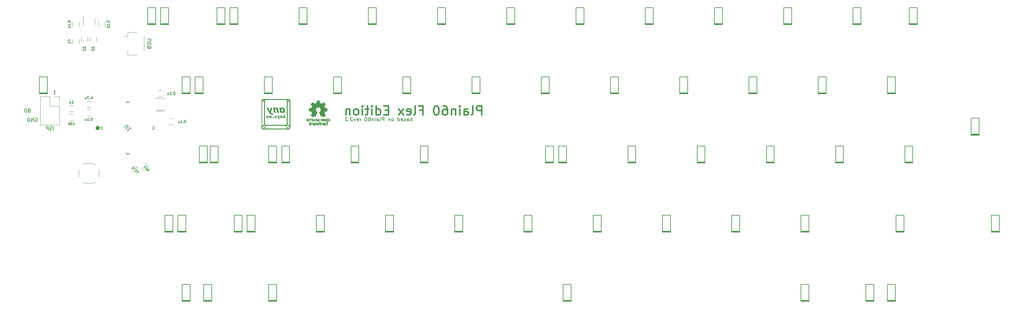
<source format=gbr>
G04 #@! TF.GenerationSoftware,KiCad,Pcbnew,(6.0.0)*
G04 #@! TF.CreationDate,2022-02-12T17:38:39+01:00*
G04 #@! TF.ProjectId,plain60-flex-edition,706c6169-6e36-4302-9d66-6c65782d6564,rev?*
G04 #@! TF.SameCoordinates,Original*
G04 #@! TF.FileFunction,Legend,Bot*
G04 #@! TF.FilePolarity,Positive*
%FSLAX46Y46*%
G04 Gerber Fmt 4.6, Leading zero omitted, Abs format (unit mm)*
G04 Created by KiCad (PCBNEW (6.0.0)) date 2022-02-12 17:38:39*
%MOMM*%
%LPD*%
G01*
G04 APERTURE LIST*
%ADD10C,0.150000*%
%ADD11C,0.400000*%
%ADD12C,0.120000*%
%ADD13C,0.010000*%
G04 APERTURE END LIST*
D10*
X107988624Y-39743038D02*
X107988624Y-38743038D01*
X107988624Y-39123991D02*
X107893386Y-39076372D01*
X107702910Y-39076372D01*
X107607672Y-39123991D01*
X107560053Y-39171610D01*
X107512434Y-39266848D01*
X107512434Y-39552562D01*
X107560053Y-39647800D01*
X107607672Y-39695419D01*
X107702910Y-39743038D01*
X107893386Y-39743038D01*
X107988624Y-39695419D01*
X106655291Y-39743038D02*
X106655291Y-39219229D01*
X106702910Y-39123991D01*
X106798148Y-39076372D01*
X106988624Y-39076372D01*
X107083862Y-39123991D01*
X106655291Y-39695419D02*
X106750529Y-39743038D01*
X106988624Y-39743038D01*
X107083862Y-39695419D01*
X107131481Y-39600181D01*
X107131481Y-39504943D01*
X107083862Y-39409705D01*
X106988624Y-39362086D01*
X106750529Y-39362086D01*
X106655291Y-39314467D01*
X106226719Y-39695419D02*
X106131481Y-39743038D01*
X105941005Y-39743038D01*
X105845767Y-39695419D01*
X105798148Y-39600181D01*
X105798148Y-39552562D01*
X105845767Y-39457324D01*
X105941005Y-39409705D01*
X106083862Y-39409705D01*
X106179100Y-39362086D01*
X106226719Y-39266848D01*
X106226719Y-39219229D01*
X106179100Y-39123991D01*
X106083862Y-39076372D01*
X105941005Y-39076372D01*
X105845767Y-39123991D01*
X104988624Y-39695419D02*
X105083862Y-39743038D01*
X105274338Y-39743038D01*
X105369577Y-39695419D01*
X105417196Y-39600181D01*
X105417196Y-39219229D01*
X105369577Y-39123991D01*
X105274338Y-39076372D01*
X105083862Y-39076372D01*
X104988624Y-39123991D01*
X104941005Y-39219229D01*
X104941005Y-39314467D01*
X105417196Y-39409705D01*
X104083862Y-39743038D02*
X104083862Y-38743038D01*
X104083862Y-39695419D02*
X104179100Y-39743038D01*
X104369577Y-39743038D01*
X104464815Y-39695419D01*
X104512434Y-39647800D01*
X104560053Y-39552562D01*
X104560053Y-39266848D01*
X104512434Y-39171610D01*
X104464815Y-39123991D01*
X104369577Y-39076372D01*
X104179100Y-39076372D01*
X104083862Y-39123991D01*
X102702910Y-39743038D02*
X102798148Y-39695419D01*
X102845767Y-39647800D01*
X102893386Y-39552562D01*
X102893386Y-39266848D01*
X102845767Y-39171610D01*
X102798148Y-39123991D01*
X102702910Y-39076372D01*
X102560053Y-39076372D01*
X102464815Y-39123991D01*
X102417196Y-39171610D01*
X102369577Y-39266848D01*
X102369577Y-39552562D01*
X102417196Y-39647800D01*
X102464815Y-39695419D01*
X102560053Y-39743038D01*
X102702910Y-39743038D01*
X101941005Y-39076372D02*
X101941005Y-39743038D01*
X101941005Y-39171610D02*
X101893386Y-39123991D01*
X101798148Y-39076372D01*
X101655291Y-39076372D01*
X101560053Y-39123991D01*
X101512434Y-39219229D01*
X101512434Y-39743038D01*
X100274338Y-39743038D02*
X100274338Y-38743038D01*
X99893386Y-38743038D01*
X99798148Y-38790658D01*
X99750529Y-38838277D01*
X99702910Y-38933515D01*
X99702910Y-39076372D01*
X99750529Y-39171610D01*
X99798148Y-39219229D01*
X99893386Y-39266848D01*
X100274338Y-39266848D01*
X99131481Y-39743038D02*
X99226719Y-39695419D01*
X99274338Y-39600181D01*
X99274338Y-38743038D01*
X98321958Y-39743038D02*
X98321958Y-39219229D01*
X98369577Y-39123991D01*
X98464815Y-39076372D01*
X98655291Y-39076372D01*
X98750529Y-39123991D01*
X98321958Y-39695419D02*
X98417196Y-39743038D01*
X98655291Y-39743038D01*
X98750529Y-39695419D01*
X98798148Y-39600181D01*
X98798148Y-39504943D01*
X98750529Y-39409705D01*
X98655291Y-39362086D01*
X98417196Y-39362086D01*
X98321958Y-39314467D01*
X97845767Y-39743038D02*
X97845767Y-39076372D01*
X97845767Y-38743038D02*
X97893386Y-38790658D01*
X97845767Y-38838277D01*
X97798148Y-38790658D01*
X97845767Y-38743038D01*
X97845767Y-38838277D01*
X97369577Y-39076372D02*
X97369577Y-39743038D01*
X97369577Y-39171610D02*
X97321958Y-39123991D01*
X97226719Y-39076372D01*
X97083862Y-39076372D01*
X96988624Y-39123991D01*
X96941005Y-39219229D01*
X96941005Y-39743038D01*
X96036243Y-38743038D02*
X96226719Y-38743038D01*
X96321958Y-38790658D01*
X96369577Y-38838277D01*
X96464815Y-38981134D01*
X96512434Y-39171610D01*
X96512434Y-39552562D01*
X96464815Y-39647800D01*
X96417196Y-39695419D01*
X96321958Y-39743038D01*
X96131481Y-39743038D01*
X96036243Y-39695419D01*
X95988624Y-39647800D01*
X95941005Y-39552562D01*
X95941005Y-39314467D01*
X95988624Y-39219229D01*
X96036243Y-39171610D01*
X96131481Y-39123991D01*
X96321958Y-39123991D01*
X96417196Y-39171610D01*
X96464815Y-39219229D01*
X96512434Y-39314467D01*
X95321958Y-38743038D02*
X95226719Y-38743038D01*
X95131481Y-38790658D01*
X95083862Y-38838277D01*
X95036243Y-38933515D01*
X94988624Y-39123991D01*
X94988624Y-39362086D01*
X95036243Y-39552562D01*
X95083862Y-39647800D01*
X95131481Y-39695419D01*
X95226719Y-39743038D01*
X95321958Y-39743038D01*
X95417196Y-39695419D01*
X95464815Y-39647800D01*
X95512434Y-39552562D01*
X95560053Y-39362086D01*
X95560053Y-39123991D01*
X95512434Y-38933515D01*
X95464815Y-38838277D01*
X95417196Y-38790658D01*
X95321958Y-38743038D01*
X93798148Y-39743038D02*
X93798148Y-39076372D01*
X93798148Y-39266848D02*
X93750529Y-39171610D01*
X93702910Y-39123991D01*
X93607672Y-39076372D01*
X93512434Y-39076372D01*
X92798148Y-39695419D02*
X92893386Y-39743038D01*
X93083862Y-39743038D01*
X93179100Y-39695419D01*
X93226719Y-39600181D01*
X93226719Y-39219229D01*
X93179100Y-39123991D01*
X93083862Y-39076372D01*
X92893386Y-39076372D01*
X92798148Y-39123991D01*
X92750529Y-39219229D01*
X92750529Y-39314467D01*
X93226719Y-39409705D01*
X92417196Y-39076372D02*
X92179100Y-39743038D01*
X91941005Y-39076372D01*
X91607672Y-38838277D02*
X91560053Y-38790658D01*
X91464815Y-38743038D01*
X91226719Y-38743038D01*
X91131481Y-38790658D01*
X91083862Y-38838277D01*
X91036243Y-38933515D01*
X91036243Y-39028753D01*
X91083862Y-39171610D01*
X91655291Y-39743038D01*
X91036243Y-39743038D01*
X90607672Y-39647800D02*
X90560053Y-39695419D01*
X90607672Y-39743038D01*
X90655291Y-39695419D01*
X90607672Y-39647800D01*
X90607672Y-39743038D01*
X90179100Y-38838277D02*
X90131481Y-38790658D01*
X90036243Y-38743038D01*
X89798148Y-38743038D01*
X89702910Y-38790658D01*
X89655291Y-38838277D01*
X89607672Y-38933515D01*
X89607672Y-39028753D01*
X89655291Y-39171610D01*
X90226719Y-39743038D01*
X89607672Y-39743038D01*
X35171160Y-17168988D02*
X35980684Y-17168988D01*
X36075922Y-17216607D01*
X36123541Y-17264226D01*
X36171160Y-17359464D01*
X36171160Y-17549941D01*
X36123541Y-17645179D01*
X36075922Y-17692798D01*
X35980684Y-17740417D01*
X35171160Y-17740417D01*
X36171160Y-18216607D02*
X35171160Y-18216607D01*
X35171160Y-18454703D01*
X35218780Y-18597560D01*
X35314018Y-18692798D01*
X35409256Y-18740417D01*
X35599732Y-18788036D01*
X35742589Y-18788036D01*
X35933065Y-18740417D01*
X36028303Y-18692798D01*
X36123541Y-18597560D01*
X36171160Y-18454703D01*
X36171160Y-18216607D01*
X35647351Y-19549941D02*
X35694970Y-19692798D01*
X35742589Y-19740417D01*
X35837827Y-19788036D01*
X35980684Y-19788036D01*
X36075922Y-19740417D01*
X36123541Y-19692798D01*
X36171160Y-19597560D01*
X36171160Y-19216607D01*
X35171160Y-19216607D01*
X35171160Y-19549941D01*
X35218780Y-19645179D01*
X35266399Y-19692798D01*
X35361637Y-19740417D01*
X35456875Y-19740417D01*
X35552113Y-19692798D01*
X35599732Y-19645179D01*
X35647351Y-19549941D01*
X35647351Y-19216607D01*
X4299977Y-38949406D02*
X4395215Y-38901786D01*
X4538072Y-38901786D01*
X4680929Y-38949406D01*
X4776167Y-39044644D01*
X4823786Y-39139882D01*
X4871405Y-39330358D01*
X4871405Y-39473215D01*
X4823786Y-39663691D01*
X4776167Y-39758929D01*
X4680929Y-39854167D01*
X4538072Y-39901786D01*
X4442834Y-39901786D01*
X4299977Y-39854167D01*
X4252358Y-39806548D01*
X4252358Y-39473215D01*
X4442834Y-39473215D01*
X3823786Y-39901786D02*
X3823786Y-38901786D01*
X3252358Y-39901786D01*
X3252358Y-38901786D01*
X2776167Y-39901786D02*
X2776167Y-38901786D01*
X2538072Y-38901786D01*
X2395215Y-38949406D01*
X2299977Y-39044644D01*
X2252358Y-39139882D01*
X2204739Y-39330358D01*
X2204739Y-39473215D01*
X2252358Y-39663691D01*
X2299977Y-39758929D01*
X2395215Y-39854167D01*
X2538072Y-39901786D01*
X2776167Y-39901786D01*
D11*
X127137056Y-38040358D02*
X127137056Y-35540358D01*
X126184675Y-35540358D01*
X125946580Y-35659406D01*
X125827533Y-35778453D01*
X125708485Y-36016548D01*
X125708485Y-36373691D01*
X125827533Y-36611786D01*
X125946580Y-36730834D01*
X126184675Y-36849882D01*
X127137056Y-36849882D01*
X124279914Y-38040358D02*
X124518009Y-37921310D01*
X124637056Y-37683215D01*
X124637056Y-35540358D01*
X122256104Y-38040358D02*
X122256104Y-36730834D01*
X122375152Y-36492739D01*
X122613247Y-36373691D01*
X123089437Y-36373691D01*
X123327533Y-36492739D01*
X122256104Y-37921310D02*
X122494199Y-38040358D01*
X123089437Y-38040358D01*
X123327533Y-37921310D01*
X123446580Y-37683215D01*
X123446580Y-37445120D01*
X123327533Y-37207025D01*
X123089437Y-37087977D01*
X122494199Y-37087977D01*
X122256104Y-36968929D01*
X121065628Y-38040358D02*
X121065628Y-36373691D01*
X121065628Y-35540358D02*
X121184675Y-35659406D01*
X121065628Y-35778453D01*
X120946580Y-35659406D01*
X121065628Y-35540358D01*
X121065628Y-35778453D01*
X119875152Y-36373691D02*
X119875152Y-38040358D01*
X119875152Y-36611786D02*
X119756104Y-36492739D01*
X119518009Y-36373691D01*
X119160866Y-36373691D01*
X118922771Y-36492739D01*
X118803723Y-36730834D01*
X118803723Y-38040358D01*
X116541818Y-35540358D02*
X117018009Y-35540358D01*
X117256104Y-35659406D01*
X117375152Y-35778453D01*
X117613247Y-36135596D01*
X117732295Y-36611786D01*
X117732295Y-37564167D01*
X117613247Y-37802263D01*
X117494199Y-37921310D01*
X117256104Y-38040358D01*
X116779914Y-38040358D01*
X116541818Y-37921310D01*
X116422771Y-37802263D01*
X116303723Y-37564167D01*
X116303723Y-36968929D01*
X116422771Y-36730834D01*
X116541818Y-36611786D01*
X116779914Y-36492739D01*
X117256104Y-36492739D01*
X117494199Y-36611786D01*
X117613247Y-36730834D01*
X117732295Y-36968929D01*
X114756104Y-35540358D02*
X114518009Y-35540358D01*
X114279914Y-35659406D01*
X114160866Y-35778453D01*
X114041818Y-36016548D01*
X113922771Y-36492739D01*
X113922771Y-37087977D01*
X114041818Y-37564167D01*
X114160866Y-37802263D01*
X114279914Y-37921310D01*
X114518009Y-38040358D01*
X114756104Y-38040358D01*
X114994199Y-37921310D01*
X115113247Y-37802263D01*
X115232295Y-37564167D01*
X115351342Y-37087977D01*
X115351342Y-36492739D01*
X115232295Y-36016548D01*
X115113247Y-35778453D01*
X114994199Y-35659406D01*
X114756104Y-35540358D01*
X110113247Y-36730834D02*
X110946580Y-36730834D01*
X110946580Y-38040358D02*
X110946580Y-35540358D01*
X109756104Y-35540358D01*
X108446580Y-38040358D02*
X108684675Y-37921310D01*
X108803723Y-37683215D01*
X108803723Y-35540358D01*
X106541818Y-37921310D02*
X106779914Y-38040358D01*
X107256104Y-38040358D01*
X107494199Y-37921310D01*
X107613247Y-37683215D01*
X107613247Y-36730834D01*
X107494199Y-36492739D01*
X107256104Y-36373691D01*
X106779914Y-36373691D01*
X106541818Y-36492739D01*
X106422771Y-36730834D01*
X106422771Y-36968929D01*
X107613247Y-37207025D01*
X105589437Y-38040358D02*
X104279914Y-36373691D01*
X105589437Y-36373691D02*
X104279914Y-38040358D01*
X101422771Y-36730834D02*
X100589437Y-36730834D01*
X100232295Y-38040358D02*
X101422771Y-38040358D01*
X101422771Y-35540358D01*
X100232295Y-35540358D01*
X98089437Y-38040358D02*
X98089437Y-35540358D01*
X98089437Y-37921310D02*
X98327533Y-38040358D01*
X98803723Y-38040358D01*
X99041818Y-37921310D01*
X99160866Y-37802263D01*
X99279914Y-37564167D01*
X99279914Y-36849882D01*
X99160866Y-36611786D01*
X99041818Y-36492739D01*
X98803723Y-36373691D01*
X98327533Y-36373691D01*
X98089437Y-36492739D01*
X96898961Y-38040358D02*
X96898961Y-36373691D01*
X96898961Y-35540358D02*
X97018009Y-35659406D01*
X96898961Y-35778453D01*
X96779914Y-35659406D01*
X96898961Y-35540358D01*
X96898961Y-35778453D01*
X96065628Y-36373691D02*
X95113247Y-36373691D01*
X95708485Y-35540358D02*
X95708485Y-37683215D01*
X95589437Y-37921310D01*
X95351342Y-38040358D01*
X95113247Y-38040358D01*
X94279914Y-38040358D02*
X94279914Y-36373691D01*
X94279914Y-35540358D02*
X94398961Y-35659406D01*
X94279914Y-35778453D01*
X94160866Y-35659406D01*
X94279914Y-35540358D01*
X94279914Y-35778453D01*
X92732295Y-38040358D02*
X92970390Y-37921310D01*
X93089437Y-37802263D01*
X93208485Y-37564167D01*
X93208485Y-36849882D01*
X93089437Y-36611786D01*
X92970390Y-36492739D01*
X92732295Y-36373691D01*
X92375152Y-36373691D01*
X92137056Y-36492739D01*
X92018009Y-36611786D01*
X91898961Y-36849882D01*
X91898961Y-37564167D01*
X92018009Y-37802263D01*
X92137056Y-37921310D01*
X92375152Y-38040358D01*
X92732295Y-38040358D01*
X90827533Y-36373691D02*
X90827533Y-38040358D01*
X90827533Y-36611786D02*
X90708485Y-36492739D01*
X90470390Y-36373691D01*
X90113247Y-36373691D01*
X89875152Y-36492739D01*
X89756104Y-36730834D01*
X89756104Y-38040358D01*
D10*
X28839676Y-41520387D02*
X29412096Y-40947967D01*
X29513111Y-40914295D01*
X29580455Y-40914295D01*
X29681470Y-40947967D01*
X29816157Y-41082654D01*
X29849829Y-41183669D01*
X29849829Y-41251013D01*
X29816157Y-41352028D01*
X29243737Y-41924448D01*
X30657951Y-41924448D02*
X30253890Y-41520387D01*
X30455920Y-41722417D02*
X29748814Y-42429524D01*
X29782485Y-42261165D01*
X29782485Y-42126478D01*
X29748814Y-42025463D01*
X34907374Y-52318930D02*
X34624532Y-52036087D01*
X34765953Y-52177509D02*
X34270978Y-52672484D01*
X34294549Y-52554632D01*
X34294549Y-52460352D01*
X34270978Y-52389641D01*
X34718813Y-53120318D02*
X34765953Y-53167458D01*
X34836664Y-53191029D01*
X34883804Y-53191029D01*
X34954515Y-53167458D01*
X35072366Y-53096748D01*
X35190217Y-52978897D01*
X35260928Y-52861045D01*
X35284498Y-52790335D01*
X35284498Y-52743194D01*
X35260928Y-52672484D01*
X35213787Y-52625343D01*
X35143077Y-52601773D01*
X35095936Y-52601773D01*
X35025226Y-52625343D01*
X34907374Y-52696054D01*
X34789523Y-52813905D01*
X34718813Y-52931756D01*
X34695242Y-53002467D01*
X34695242Y-53049607D01*
X34718813Y-53120318D01*
X35590911Y-53002467D02*
X35095936Y-53497441D01*
X35449490Y-53238169D02*
X35779473Y-53191029D01*
X35449490Y-53521012D02*
X35449490Y-53143888D01*
X2585453Y-36837977D02*
X2442596Y-36885596D01*
X2394977Y-36933215D01*
X2347358Y-37028453D01*
X2347358Y-37171310D01*
X2394977Y-37266548D01*
X2442596Y-37314167D01*
X2537834Y-37361786D01*
X2918786Y-37361786D01*
X2918786Y-36361786D01*
X2585453Y-36361786D01*
X2490215Y-36409406D01*
X2442596Y-36457025D01*
X2394977Y-36552263D01*
X2394977Y-36647501D01*
X2442596Y-36742739D01*
X2490215Y-36790358D01*
X2585453Y-36837977D01*
X2918786Y-36837977D01*
X1728310Y-36361786D02*
X1633072Y-36361786D01*
X1537834Y-36409406D01*
X1490215Y-36457025D01*
X1442596Y-36552263D01*
X1394977Y-36742739D01*
X1394977Y-36980834D01*
X1442596Y-37171310D01*
X1490215Y-37266548D01*
X1537834Y-37314167D01*
X1633072Y-37361786D01*
X1728310Y-37361786D01*
X1823548Y-37314167D01*
X1871167Y-37266548D01*
X1918786Y-37171310D01*
X1966405Y-36980834D01*
X1966405Y-36742739D01*
X1918786Y-36552263D01*
X1871167Y-36457025D01*
X1823548Y-36409406D01*
X1728310Y-36361786D01*
X17542723Y-19280849D02*
X17509390Y-19314182D01*
X17476056Y-19380849D01*
X17476056Y-19547516D01*
X17509390Y-19614182D01*
X17542723Y-19647516D01*
X17609390Y-19680849D01*
X17676056Y-19680849D01*
X17776056Y-19647516D01*
X18176056Y-19247516D01*
X18176056Y-19680849D01*
X17542723Y-19947516D02*
X17509390Y-19980849D01*
X17476056Y-20047516D01*
X17476056Y-20214182D01*
X17509390Y-20280849D01*
X17542723Y-20314182D01*
X17609390Y-20347516D01*
X17676056Y-20347516D01*
X17776056Y-20314182D01*
X18176056Y-19914182D01*
X18176056Y-20347516D01*
X42578784Y-31763568D02*
X42512117Y-31763568D01*
X42445450Y-31796902D01*
X42412117Y-31830235D01*
X42378784Y-31896902D01*
X42345450Y-32030235D01*
X42345450Y-32196902D01*
X42378784Y-32330235D01*
X42412117Y-32396902D01*
X42445450Y-32430235D01*
X42512117Y-32463568D01*
X42578784Y-32463568D01*
X42645450Y-32430235D01*
X42678784Y-32396902D01*
X42712117Y-32330235D01*
X42745450Y-32196902D01*
X42745450Y-32030235D01*
X42712117Y-31896902D01*
X42678784Y-31830235D01*
X42645450Y-31796902D01*
X42578784Y-31763568D01*
X42045450Y-32396902D02*
X42012117Y-32430235D01*
X42045450Y-32463568D01*
X42078784Y-32430235D01*
X42045450Y-32396902D01*
X42045450Y-32463568D01*
X41345450Y-32463568D02*
X41745450Y-32463568D01*
X41545450Y-32463568D02*
X41545450Y-31763568D01*
X41612117Y-31863568D01*
X41678784Y-31930235D01*
X41745450Y-31963568D01*
X40745450Y-31996902D02*
X40745450Y-32463568D01*
X41045450Y-31996902D02*
X41045450Y-32363568D01*
X41012117Y-32430235D01*
X40945450Y-32463568D01*
X40845450Y-32463568D01*
X40778784Y-32430235D01*
X40745450Y-32396902D01*
X19900016Y-38907324D02*
X19833349Y-38907324D01*
X19766682Y-38940658D01*
X19733349Y-38973991D01*
X19700016Y-39040658D01*
X19666682Y-39173991D01*
X19666682Y-39340658D01*
X19700016Y-39473991D01*
X19733349Y-39540658D01*
X19766682Y-39573991D01*
X19833349Y-39607324D01*
X19900016Y-39607324D01*
X19966682Y-39573991D01*
X20000016Y-39540658D01*
X20033349Y-39473991D01*
X20066682Y-39340658D01*
X20066682Y-39173991D01*
X20033349Y-39040658D01*
X20000016Y-38973991D01*
X19966682Y-38940658D01*
X19900016Y-38907324D01*
X19366682Y-39540658D02*
X19333349Y-39573991D01*
X19366682Y-39607324D01*
X19400016Y-39573991D01*
X19366682Y-39540658D01*
X19366682Y-39607324D01*
X18666682Y-39607324D02*
X19066682Y-39607324D01*
X18866682Y-39607324D02*
X18866682Y-38907324D01*
X18933349Y-39007324D01*
X19000016Y-39073991D01*
X19066682Y-39107324D01*
X18066682Y-39140658D02*
X18066682Y-39607324D01*
X18366682Y-39140658D02*
X18366682Y-39507324D01*
X18333349Y-39573991D01*
X18266682Y-39607324D01*
X18166682Y-39607324D01*
X18100016Y-39573991D01*
X18066682Y-39540658D01*
X13642199Y-17626056D02*
X13642199Y-17392723D01*
X14008865Y-17392723D02*
X13308865Y-17392723D01*
X13308865Y-17726056D01*
X14008865Y-18359390D02*
X14008865Y-17959390D01*
X14008865Y-18159390D02*
X13308865Y-18159390D01*
X13408865Y-18092723D01*
X13475532Y-18026056D01*
X13508865Y-17959390D01*
X19923975Y-19280849D02*
X19890642Y-19314182D01*
X19857308Y-19380849D01*
X19857308Y-19547516D01*
X19890642Y-19614182D01*
X19923975Y-19647516D01*
X19990642Y-19680849D01*
X20057308Y-19680849D01*
X20157308Y-19647516D01*
X20557308Y-19247516D01*
X20557308Y-19680849D01*
X19923975Y-19947516D02*
X19890642Y-19980849D01*
X19857308Y-20047516D01*
X19857308Y-20214182D01*
X19890642Y-20280849D01*
X19923975Y-20314182D01*
X19990642Y-20347516D01*
X20057308Y-20347516D01*
X20157308Y-20314182D01*
X20557308Y-19914182D01*
X20557308Y-20347516D01*
X14404178Y-34844820D02*
X14804178Y-34844820D01*
X14604178Y-34844820D02*
X14604178Y-34144820D01*
X14670845Y-34244820D01*
X14737512Y-34311487D01*
X14804178Y-34344820D01*
X13804178Y-34378154D02*
X13804178Y-34844820D01*
X14104178Y-34378154D02*
X14104178Y-34744820D01*
X14070845Y-34811487D01*
X14004178Y-34844820D01*
X13904178Y-34844820D01*
X13837512Y-34811487D01*
X13804178Y-34778154D01*
X45555349Y-39502637D02*
X45488682Y-39502637D01*
X45422015Y-39535971D01*
X45388682Y-39569304D01*
X45355349Y-39635971D01*
X45322015Y-39769304D01*
X45322015Y-39935971D01*
X45355349Y-40069304D01*
X45388682Y-40135971D01*
X45422015Y-40169304D01*
X45488682Y-40202637D01*
X45555349Y-40202637D01*
X45622015Y-40169304D01*
X45655349Y-40135971D01*
X45688682Y-40069304D01*
X45722015Y-39935971D01*
X45722015Y-39769304D01*
X45688682Y-39635971D01*
X45655349Y-39569304D01*
X45622015Y-39535971D01*
X45555349Y-39502637D01*
X45022015Y-40135971D02*
X44988682Y-40169304D01*
X45022015Y-40202637D01*
X45055349Y-40169304D01*
X45022015Y-40135971D01*
X45022015Y-40202637D01*
X44322015Y-40202637D02*
X44722015Y-40202637D01*
X44522015Y-40202637D02*
X44522015Y-39502637D01*
X44588682Y-39602637D01*
X44655349Y-39669304D01*
X44722015Y-39702637D01*
X43722015Y-39735971D02*
X43722015Y-40202637D01*
X44022015Y-39735971D02*
X44022015Y-40102637D01*
X43988682Y-40169304D01*
X43922015Y-40202637D01*
X43822015Y-40202637D01*
X43755349Y-40169304D01*
X43722015Y-40135971D01*
X14704178Y-40797950D02*
X15104178Y-40797950D01*
X14904178Y-40797950D02*
X14904178Y-40097950D01*
X14970845Y-40197950D01*
X15037512Y-40264617D01*
X15104178Y-40297950D01*
X14270845Y-40097950D02*
X14204178Y-40097950D01*
X14137512Y-40131284D01*
X14104178Y-40164617D01*
X14070845Y-40231284D01*
X14037512Y-40364617D01*
X14037512Y-40531284D01*
X14070845Y-40664617D01*
X14104178Y-40731284D01*
X14137512Y-40764617D01*
X14204178Y-40797950D01*
X14270845Y-40797950D01*
X14337512Y-40764617D01*
X14370845Y-40731284D01*
X14404178Y-40664617D01*
X14437512Y-40531284D01*
X14437512Y-40364617D01*
X14404178Y-40231284D01*
X14370845Y-40164617D01*
X14337512Y-40131284D01*
X14270845Y-40097950D01*
X13737512Y-40797950D02*
X13737512Y-40097950D01*
X13670845Y-40531284D02*
X13470845Y-40797950D01*
X13470845Y-40331284D02*
X13737512Y-40597950D01*
X24024499Y-12480219D02*
X24024499Y-12146886D01*
X24357833Y-12113552D01*
X24324499Y-12146886D01*
X24291166Y-12213552D01*
X24291166Y-12380219D01*
X24324499Y-12446886D01*
X24357833Y-12480219D01*
X24424499Y-12513552D01*
X24591166Y-12513552D01*
X24657833Y-12480219D01*
X24691166Y-12446886D01*
X24724499Y-12380219D01*
X24724499Y-12213552D01*
X24691166Y-12146886D01*
X24657833Y-12113552D01*
X24657833Y-12813552D02*
X24691166Y-12846886D01*
X24724499Y-12813552D01*
X24691166Y-12780219D01*
X24657833Y-12813552D01*
X24724499Y-12813552D01*
X24724499Y-13513552D02*
X24724499Y-13113552D01*
X24724499Y-13313552D02*
X24024499Y-13313552D01*
X24124499Y-13246886D01*
X24191166Y-13180219D01*
X24224499Y-13113552D01*
X24724499Y-13813552D02*
X24024499Y-13813552D01*
X24457833Y-13880219D02*
X24724499Y-14080219D01*
X24257833Y-14080219D02*
X24524499Y-13813552D01*
X9310572Y-42231786D02*
X9310572Y-41231786D01*
X8882001Y-42184167D02*
X8739143Y-42231786D01*
X8501048Y-42231786D01*
X8405810Y-42184167D01*
X8358191Y-42136548D01*
X8310572Y-42041310D01*
X8310572Y-41946072D01*
X8358191Y-41850834D01*
X8405810Y-41803215D01*
X8501048Y-41755596D01*
X8691524Y-41707977D01*
X8786762Y-41660358D01*
X8834382Y-41612739D01*
X8882001Y-41517501D01*
X8882001Y-41422263D01*
X8834382Y-41327025D01*
X8786762Y-41279406D01*
X8691524Y-41231786D01*
X8453429Y-41231786D01*
X8310572Y-41279406D01*
X7882001Y-42231786D02*
X7882001Y-41231786D01*
X7501048Y-41231786D01*
X7405810Y-41279406D01*
X7358191Y-41327025D01*
X7310572Y-41422263D01*
X7310572Y-41565120D01*
X7358191Y-41660358D01*
X7405810Y-41707977D01*
X7501048Y-41755596D01*
X7882001Y-41755596D01*
X9318667Y-32281786D02*
X9890096Y-32281786D01*
X9604382Y-32281786D02*
X9604382Y-31281786D01*
X9699620Y-31424644D01*
X9794858Y-31519882D01*
X9890096Y-31567501D01*
X13308865Y-12480219D02*
X13308865Y-12146886D01*
X13642199Y-12113552D01*
X13608865Y-12146886D01*
X13575532Y-12213552D01*
X13575532Y-12380219D01*
X13608865Y-12446886D01*
X13642199Y-12480219D01*
X13708865Y-12513552D01*
X13875532Y-12513552D01*
X13942199Y-12480219D01*
X13975532Y-12446886D01*
X14008865Y-12380219D01*
X14008865Y-12213552D01*
X13975532Y-12146886D01*
X13942199Y-12113552D01*
X13942199Y-12813552D02*
X13975532Y-12846886D01*
X14008865Y-12813552D01*
X13975532Y-12780219D01*
X13942199Y-12813552D01*
X14008865Y-12813552D01*
X14008865Y-13513552D02*
X14008865Y-13113552D01*
X14008865Y-13313552D02*
X13308865Y-13313552D01*
X13408865Y-13246886D01*
X13475532Y-13180219D01*
X13508865Y-13113552D01*
X14008865Y-13813552D02*
X13308865Y-13813552D01*
X13742199Y-13880219D02*
X14008865Y-14080219D01*
X13542199Y-14080219D02*
X13808865Y-13813552D01*
X19733349Y-33187528D02*
X19733349Y-33654194D01*
X19900016Y-32920861D02*
X20066682Y-33420861D01*
X19633349Y-33420861D01*
X19366682Y-33587528D02*
X19333349Y-33620861D01*
X19366682Y-33654194D01*
X19400016Y-33620861D01*
X19366682Y-33587528D01*
X19366682Y-33654194D01*
X19100016Y-32954194D02*
X18633349Y-32954194D01*
X18933349Y-33654194D01*
X18066682Y-33187528D02*
X18066682Y-33654194D01*
X18366682Y-33187528D02*
X18366682Y-33554194D01*
X18333349Y-33620861D01*
X18266682Y-33654194D01*
X18166682Y-33654194D01*
X18100016Y-33620861D01*
X18066682Y-33587528D01*
X30988000Y-52961384D02*
X31035141Y-53008524D01*
X31105852Y-53032094D01*
X31152992Y-53032094D01*
X31223703Y-53008524D01*
X31341554Y-52937813D01*
X31459405Y-52819962D01*
X31530116Y-52702111D01*
X31553686Y-52631400D01*
X31553686Y-52584260D01*
X31530116Y-52513549D01*
X31482975Y-52466409D01*
X31412264Y-52442839D01*
X31365124Y-52442839D01*
X31294413Y-52466409D01*
X31176562Y-52537120D01*
X31058711Y-52654971D01*
X30988000Y-52772822D01*
X30964430Y-52843532D01*
X30964430Y-52890673D01*
X30988000Y-52961384D01*
X31812958Y-52890673D02*
X31860099Y-52890673D01*
X31860099Y-52843532D01*
X31812958Y-52843532D01*
X31812958Y-52890673D01*
X31860099Y-52843532D01*
X32355074Y-53338507D02*
X32072231Y-53055665D01*
X32213652Y-53197086D02*
X31718677Y-53692061D01*
X31742248Y-53574210D01*
X31742248Y-53479929D01*
X31718677Y-53409218D01*
X32449354Y-54092754D02*
X32779338Y-53762771D01*
X32237222Y-53880622D02*
X32496495Y-53621350D01*
X32567206Y-53597780D01*
X32637916Y-53621350D01*
X32708627Y-53692061D01*
X32732197Y-53762771D01*
X32732197Y-53809912D01*
X246964269Y-13215634D02*
X244764269Y-13215634D01*
X246964269Y-12915634D02*
X246964269Y-8515634D01*
X244764269Y-13215634D02*
X246964269Y-13215634D01*
X246964269Y-13115634D02*
X246964269Y-13215634D01*
X246964269Y-13215634D02*
X246964269Y-12915634D01*
X246964269Y-12915634D02*
X246964269Y-13015634D01*
X246964269Y-8515634D02*
X244764269Y-8515634D01*
X244764269Y-13015634D02*
X244764269Y-13115634D01*
X244764269Y-12715634D02*
X244764269Y-13215634D01*
X244764269Y-13215634D02*
X244764269Y-12715634D01*
X244764269Y-8515634D02*
X244764269Y-12915634D01*
X244764269Y-12915634D02*
X246964269Y-12915634D01*
X246964269Y-13015634D02*
X244764269Y-13015634D01*
X244764269Y-13115634D02*
X246964269Y-13115634D01*
X238811139Y-89215698D02*
X238811139Y-89315698D01*
X238811139Y-89315698D02*
X241011139Y-89315698D01*
X238811139Y-89115698D02*
X241011139Y-89115698D01*
X241011139Y-84715698D02*
X238811139Y-84715698D01*
X241011139Y-89415698D02*
X238811139Y-89415698D01*
X241011139Y-89415698D02*
X241011139Y-89115698D01*
X238811139Y-88915698D02*
X238811139Y-89415698D01*
X241011139Y-89215698D02*
X238811139Y-89215698D01*
X238811139Y-89415698D02*
X241011139Y-89415698D01*
X241011139Y-89115698D02*
X241011139Y-89215698D01*
X241011139Y-89115698D02*
X241011139Y-84715698D01*
X241011139Y-89315698D02*
X241011139Y-89415698D01*
X238811139Y-89415698D02*
X238811139Y-88915698D01*
X238811139Y-84715698D02*
X238811139Y-89115698D01*
X214998619Y-89315698D02*
X217198619Y-89315698D01*
X217198619Y-89215698D02*
X214998619Y-89215698D01*
X214998619Y-89415698D02*
X214998619Y-88915698D01*
X217198619Y-89415698D02*
X214998619Y-89415698D01*
X217198619Y-89115698D02*
X217198619Y-89215698D01*
X217198619Y-89415698D02*
X217198619Y-89115698D01*
X217198619Y-84715698D02*
X214998619Y-84715698D01*
X214998619Y-84715698D02*
X214998619Y-89115698D01*
X214998619Y-89415698D02*
X217198619Y-89415698D01*
X214998619Y-88915698D02*
X214998619Y-89415698D01*
X214998619Y-89115698D02*
X217198619Y-89115698D01*
X214998619Y-89215698D02*
X214998619Y-89315698D01*
X217198619Y-89115698D02*
X217198619Y-84715698D01*
X217198619Y-89315698D02*
X217198619Y-89415698D01*
X149514189Y-84715698D02*
X149514189Y-89115698D01*
X151714189Y-89415698D02*
X149514189Y-89415698D01*
X149514189Y-89415698D02*
X149514189Y-88915698D01*
X149514189Y-89215698D02*
X149514189Y-89315698D01*
X149514189Y-89315698D02*
X151714189Y-89315698D01*
X151714189Y-89115698D02*
X151714189Y-84715698D01*
X149514189Y-89415698D02*
X151714189Y-89415698D01*
X151714189Y-89315698D02*
X151714189Y-89415698D01*
X151714189Y-84715698D02*
X149514189Y-84715698D01*
X149514189Y-89115698D02*
X151714189Y-89115698D01*
X151714189Y-89415698D02*
X151714189Y-89115698D01*
X151714189Y-89115698D02*
X151714189Y-89215698D01*
X149514189Y-88915698D02*
X149514189Y-89415698D01*
X151714189Y-89215698D02*
X149514189Y-89215698D01*
X68551621Y-89215698D02*
X68551621Y-89315698D01*
X68551621Y-84715698D02*
X68551621Y-89115698D01*
X70751621Y-89115698D02*
X70751621Y-84715698D01*
X68551621Y-89415698D02*
X68551621Y-88915698D01*
X68551621Y-89415698D02*
X70751621Y-89415698D01*
X70751621Y-89415698D02*
X68551621Y-89415698D01*
X68551621Y-89315698D02*
X70751621Y-89315698D01*
X70751621Y-89315698D02*
X70751621Y-89415698D01*
X70751621Y-89415698D02*
X70751621Y-89115698D01*
X70751621Y-89115698D02*
X70751621Y-89215698D01*
X70751621Y-89215698D02*
X68551621Y-89215698D01*
X68551621Y-88915698D02*
X68551621Y-89415698D01*
X70751621Y-84715698D02*
X68551621Y-84715698D01*
X68551621Y-89115698D02*
X70751621Y-89115698D01*
X269586163Y-65665682D02*
X267386163Y-65665682D01*
X269586163Y-70365682D02*
X267386163Y-70365682D01*
X269586163Y-70365682D02*
X269586163Y-70065682D01*
X267386163Y-70065682D02*
X269586163Y-70065682D01*
X267386163Y-70365682D02*
X267386163Y-69865682D01*
X269586163Y-70165682D02*
X267386163Y-70165682D01*
X269586163Y-70065682D02*
X269586163Y-65665682D01*
X267386163Y-70265682D02*
X269586163Y-70265682D01*
X267386163Y-70165682D02*
X267386163Y-70265682D01*
X267386163Y-70365682D02*
X269586163Y-70365682D01*
X267386163Y-65665682D02*
X267386163Y-70065682D01*
X267386163Y-69865682D02*
X267386163Y-70365682D01*
X269586163Y-70065682D02*
X269586163Y-70165682D01*
X269586163Y-70265682D02*
X269586163Y-70365682D01*
X243392391Y-65665682D02*
X241192391Y-65665682D01*
X243392391Y-70365682D02*
X243392391Y-70065682D01*
X241192391Y-70365682D02*
X241192391Y-69865682D01*
X241192391Y-65665682D02*
X241192391Y-70065682D01*
X243392391Y-70265682D02*
X243392391Y-70365682D01*
X243392391Y-70365682D02*
X241192391Y-70365682D01*
X241192391Y-70065682D02*
X243392391Y-70065682D01*
X243392391Y-70065682D02*
X243392391Y-65665682D01*
X243392391Y-70165682D02*
X241192391Y-70165682D01*
X241192391Y-69865682D02*
X241192391Y-70365682D01*
X241192391Y-70165682D02*
X241192391Y-70265682D01*
X243392391Y-70065682D02*
X243392391Y-70165682D01*
X241192391Y-70365682D02*
X243392391Y-70365682D01*
X241192391Y-70265682D02*
X243392391Y-70265682D01*
X214998619Y-70265682D02*
X217198619Y-70265682D01*
X214998619Y-65665682D02*
X214998619Y-70065682D01*
X214998619Y-70365682D02*
X217198619Y-70365682D01*
X214998619Y-70065682D02*
X217198619Y-70065682D01*
X217198619Y-70365682D02*
X217198619Y-70065682D01*
X217198619Y-70065682D02*
X217198619Y-70165682D01*
X217198619Y-70165682D02*
X214998619Y-70165682D01*
X217198619Y-70065682D02*
X217198619Y-65665682D01*
X214998619Y-70365682D02*
X214998619Y-69865682D01*
X217198619Y-70265682D02*
X217198619Y-70365682D01*
X214998619Y-70165682D02*
X214998619Y-70265682D01*
X217198619Y-70365682D02*
X214998619Y-70365682D01*
X217198619Y-65665682D02*
X214998619Y-65665682D01*
X214998619Y-69865682D02*
X214998619Y-70365682D01*
X195948603Y-70065682D02*
X198148603Y-70065682D01*
X195948603Y-65665682D02*
X195948603Y-70065682D01*
X195948603Y-69865682D02*
X195948603Y-70365682D01*
X198148603Y-70065682D02*
X198148603Y-65665682D01*
X195948603Y-70365682D02*
X195948603Y-69865682D01*
X198148603Y-65665682D02*
X195948603Y-65665682D01*
X198148603Y-70065682D02*
X198148603Y-70165682D01*
X198148603Y-70265682D02*
X198148603Y-70365682D01*
X198148603Y-70165682D02*
X195948603Y-70165682D01*
X198148603Y-70365682D02*
X195948603Y-70365682D01*
X195948603Y-70165682D02*
X195948603Y-70265682D01*
X195948603Y-70265682D02*
X198148603Y-70265682D01*
X198148603Y-70365682D02*
X198148603Y-70065682D01*
X195948603Y-70365682D02*
X198148603Y-70365682D01*
X138798555Y-70165682D02*
X138798555Y-70265682D01*
X140998555Y-65665682D02*
X138798555Y-65665682D01*
X138798555Y-65665682D02*
X138798555Y-70065682D01*
X140998555Y-70365682D02*
X138798555Y-70365682D01*
X140998555Y-70065682D02*
X140998555Y-70165682D01*
X138798555Y-70365682D02*
X140998555Y-70365682D01*
X140998555Y-70165682D02*
X138798555Y-70165682D01*
X138798555Y-70065682D02*
X140998555Y-70065682D01*
X138798555Y-70365682D02*
X138798555Y-69865682D01*
X140998555Y-70065682D02*
X140998555Y-65665682D01*
X138798555Y-70265682D02*
X140998555Y-70265682D01*
X138798555Y-69865682D02*
X138798555Y-70365682D01*
X140998555Y-70265682D02*
X140998555Y-70365682D01*
X140998555Y-70365682D02*
X140998555Y-70065682D01*
X102898523Y-70065682D02*
X102898523Y-65665682D01*
X102898523Y-65665682D02*
X100698523Y-65665682D01*
X100698523Y-70265682D02*
X102898523Y-70265682D01*
X100698523Y-70065682D02*
X102898523Y-70065682D01*
X100698523Y-69865682D02*
X100698523Y-70365682D01*
X102898523Y-70265682D02*
X102898523Y-70365682D01*
X100698523Y-70365682D02*
X102898523Y-70365682D01*
X102898523Y-70365682D02*
X102898523Y-70065682D01*
X100698523Y-70365682D02*
X100698523Y-69865682D01*
X102898523Y-70365682D02*
X100698523Y-70365682D01*
X100698523Y-70165682D02*
X100698523Y-70265682D01*
X102898523Y-70065682D02*
X102898523Y-70165682D01*
X102898523Y-70165682D02*
X100698523Y-70165682D01*
X100698523Y-65665682D02*
X100698523Y-70065682D01*
X81648507Y-69865682D02*
X81648507Y-70365682D01*
X81648507Y-70065682D02*
X83848507Y-70065682D01*
X83848507Y-70065682D02*
X83848507Y-70165682D01*
X83848507Y-65665682D02*
X81648507Y-65665682D01*
X83848507Y-70165682D02*
X81648507Y-70165682D01*
X81648507Y-70365682D02*
X81648507Y-69865682D01*
X81648507Y-70265682D02*
X83848507Y-70265682D01*
X83848507Y-70365682D02*
X81648507Y-70365682D01*
X83848507Y-70065682D02*
X83848507Y-65665682D01*
X81648507Y-70365682D02*
X83848507Y-70365682D01*
X81648507Y-70165682D02*
X81648507Y-70265682D01*
X83848507Y-70265682D02*
X83848507Y-70365682D01*
X83848507Y-70365682D02*
X83848507Y-70065682D01*
X81648507Y-65665682D02*
X81648507Y-70065682D01*
X221961123Y-31965650D02*
X221961123Y-27565650D01*
X221961123Y-32165650D02*
X221961123Y-32265650D01*
X221961123Y-27565650D02*
X219761123Y-27565650D01*
X219761123Y-32265650D02*
X221961123Y-32265650D01*
X219761123Y-32065650D02*
X219761123Y-32165650D01*
X221961123Y-32065650D02*
X219761123Y-32065650D01*
X219761123Y-32165650D02*
X221961123Y-32165650D01*
X221961123Y-32265650D02*
X219761123Y-32265650D01*
X219761123Y-31965650D02*
X221961123Y-31965650D01*
X221961123Y-32265650D02*
X221961123Y-31965650D01*
X219761123Y-32265650D02*
X219761123Y-31765650D01*
X221961123Y-31965650D02*
X221961123Y-32065650D01*
X219761123Y-27565650D02*
X219761123Y-31965650D01*
X219761123Y-31765650D02*
X219761123Y-32265650D01*
X226723627Y-51115666D02*
X224523627Y-51115666D01*
X226723627Y-51315666D02*
X224523627Y-51315666D01*
X226723627Y-51315666D02*
X226723627Y-51015666D01*
X226723627Y-51015666D02*
X226723627Y-51115666D01*
X224523627Y-51015666D02*
X226723627Y-51015666D01*
X226723627Y-51015666D02*
X226723627Y-46615666D01*
X226723627Y-46615666D02*
X224523627Y-46615666D01*
X224523627Y-46615666D02*
X224523627Y-51015666D01*
X224523627Y-51315666D02*
X226723627Y-51315666D01*
X224523627Y-51315666D02*
X224523627Y-50815666D01*
X224523627Y-50815666D02*
X224523627Y-51315666D01*
X224523627Y-51115666D02*
X224523627Y-51215666D01*
X224523627Y-51215666D02*
X226723627Y-51215666D01*
X226723627Y-51215666D02*
X226723627Y-51315666D01*
X50510979Y-32265650D02*
X48310979Y-32265650D01*
X50510979Y-27565650D02*
X48310979Y-27565650D01*
X48310979Y-31765650D02*
X48310979Y-32265650D01*
X50510979Y-32165650D02*
X50510979Y-32265650D01*
X50510979Y-31965650D02*
X50510979Y-27565650D01*
X48310979Y-27565650D02*
X48310979Y-31965650D01*
X48310979Y-32265650D02*
X50510979Y-32265650D01*
X48310979Y-32265650D02*
X48310979Y-31765650D01*
X48310979Y-32165650D02*
X50510979Y-32165650D01*
X50510979Y-32265650D02*
X50510979Y-31965650D01*
X50510979Y-32065650D02*
X48310979Y-32065650D01*
X48310979Y-31965650D02*
X50510979Y-31965650D01*
X50510979Y-31965650D02*
X50510979Y-32065650D01*
X48310979Y-32065650D02*
X48310979Y-32165650D01*
X183861091Y-32265650D02*
X183861091Y-31965650D01*
X181661091Y-31765650D02*
X181661091Y-32265650D01*
X181661091Y-31965650D02*
X183861091Y-31965650D01*
X183861091Y-32165650D02*
X183861091Y-32265650D01*
X181661091Y-27565650D02*
X181661091Y-31965650D01*
X183861091Y-32265650D02*
X181661091Y-32265650D01*
X183861091Y-27565650D02*
X181661091Y-27565650D01*
X183861091Y-31965650D02*
X183861091Y-27565650D01*
X183861091Y-31965650D02*
X183861091Y-32065650D01*
X181661091Y-32265650D02*
X183861091Y-32265650D01*
X181661091Y-32065650D02*
X181661091Y-32165650D01*
X181661091Y-32265650D02*
X181661091Y-31765650D01*
X183861091Y-32065650D02*
X181661091Y-32065650D01*
X181661091Y-32165650D02*
X183861091Y-32165650D01*
X207673611Y-51315666D02*
X205473611Y-51315666D01*
X207673611Y-51015666D02*
X207673611Y-46615666D01*
X205473611Y-51315666D02*
X205473611Y-50815666D01*
X207673611Y-51215666D02*
X207673611Y-51315666D01*
X205473611Y-51215666D02*
X207673611Y-51215666D01*
X205473611Y-46615666D02*
X205473611Y-51015666D01*
X205473611Y-51315666D02*
X207673611Y-51315666D01*
X207673611Y-51015666D02*
X207673611Y-51115666D01*
X207673611Y-51315666D02*
X207673611Y-51015666D01*
X205473611Y-51115666D02*
X205473611Y-51215666D01*
X207673611Y-51115666D02*
X205473611Y-51115666D01*
X205473611Y-51015666D02*
X207673611Y-51015666D01*
X207673611Y-46615666D02*
X205473611Y-46615666D01*
X205473611Y-50815666D02*
X205473611Y-51315666D01*
X112423531Y-51015666D02*
X112423531Y-51115666D01*
X110223531Y-51115666D02*
X110223531Y-51215666D01*
X110223531Y-51215666D02*
X112423531Y-51215666D01*
X112423531Y-51115666D02*
X110223531Y-51115666D01*
X110223531Y-51315666D02*
X110223531Y-50815666D01*
X112423531Y-51315666D02*
X112423531Y-51015666D01*
X110223531Y-51015666D02*
X112423531Y-51015666D01*
X110223531Y-46615666D02*
X110223531Y-51015666D01*
X112423531Y-51215666D02*
X112423531Y-51315666D01*
X110223531Y-51315666D02*
X112423531Y-51315666D01*
X112423531Y-46615666D02*
X110223531Y-46615666D01*
X112423531Y-51315666D02*
X110223531Y-51315666D01*
X112423531Y-51015666D02*
X112423531Y-46615666D01*
X110223531Y-50815666D02*
X110223531Y-51315666D01*
X54678170Y-51115666D02*
X52478170Y-51115666D01*
X54678170Y-51215666D02*
X54678170Y-51315666D01*
X52478170Y-51115666D02*
X52478170Y-51215666D01*
X52478170Y-51015666D02*
X54678170Y-51015666D01*
X54678170Y-46615666D02*
X52478170Y-46615666D01*
X54678170Y-51015666D02*
X54678170Y-46615666D01*
X52478170Y-46615666D02*
X52478170Y-51015666D01*
X52478170Y-51315666D02*
X54678170Y-51315666D01*
X52478170Y-51315666D02*
X52478170Y-50815666D01*
X54678170Y-51315666D02*
X54678170Y-51015666D01*
X52478170Y-50815666D02*
X52478170Y-51315666D01*
X54678170Y-51015666D02*
X54678170Y-51115666D01*
X54678170Y-51315666D02*
X52478170Y-51315666D01*
X52478170Y-51215666D02*
X54678170Y-51215666D01*
X186423595Y-51115666D02*
X186423595Y-51215666D01*
X186423595Y-51315666D02*
X188623595Y-51315666D01*
X186423595Y-51215666D02*
X188623595Y-51215666D01*
X188623595Y-51115666D02*
X186423595Y-51115666D01*
X186423595Y-51315666D02*
X186423595Y-50815666D01*
X188623595Y-51315666D02*
X186423595Y-51315666D01*
X186423595Y-46615666D02*
X186423595Y-51015666D01*
X188623595Y-51015666D02*
X188623595Y-51115666D01*
X188623595Y-51015666D02*
X188623595Y-46615666D01*
X188623595Y-46615666D02*
X186423595Y-46615666D01*
X188623595Y-51315666D02*
X188623595Y-51015666D01*
X186423595Y-51015666D02*
X188623595Y-51015666D01*
X188623595Y-51215666D02*
X188623595Y-51315666D01*
X186423595Y-50815666D02*
X186423595Y-51315666D01*
X144751685Y-51315666D02*
X144751685Y-50815666D01*
X144751685Y-46615666D02*
X144751685Y-51015666D01*
X144751685Y-51015666D02*
X146951685Y-51015666D01*
X146951685Y-51315666D02*
X146951685Y-51015666D01*
X146951685Y-51115666D02*
X144751685Y-51115666D01*
X144751685Y-51215666D02*
X146951685Y-51215666D01*
X144751685Y-51315666D02*
X146951685Y-51315666D01*
X146951685Y-46615666D02*
X144751685Y-46615666D01*
X146951685Y-51215666D02*
X146951685Y-51315666D01*
X144751685Y-50815666D02*
X144751685Y-51315666D01*
X144751685Y-51115666D02*
X144751685Y-51215666D01*
X146951685Y-51315666D02*
X144751685Y-51315666D01*
X146951685Y-51015666D02*
X146951685Y-46615666D01*
X146951685Y-51015666D02*
X146951685Y-51115666D01*
X49501605Y-51015666D02*
X51701605Y-51015666D01*
X51701605Y-51215666D02*
X51701605Y-51315666D01*
X51701605Y-46615666D02*
X49501605Y-46615666D01*
X51701605Y-51115666D02*
X49501605Y-51115666D01*
X49501605Y-46615666D02*
X49501605Y-51015666D01*
X49501605Y-51315666D02*
X51701605Y-51315666D01*
X49501605Y-51215666D02*
X51701605Y-51215666D01*
X51701605Y-51015666D02*
X51701605Y-51115666D01*
X49501605Y-50815666D02*
X49501605Y-51315666D01*
X51701605Y-51315666D02*
X49501605Y-51315666D01*
X51701605Y-51315666D02*
X51701605Y-51015666D01*
X51701605Y-51015666D02*
X51701605Y-46615666D01*
X49501605Y-51115666D02*
X49501605Y-51215666D01*
X49501605Y-51315666D02*
X49501605Y-50815666D01*
X72123499Y-46615666D02*
X72123499Y-51015666D01*
X72123499Y-50815666D02*
X72123499Y-51315666D01*
X74323499Y-51015666D02*
X74323499Y-46615666D01*
X74323499Y-51115666D02*
X72123499Y-51115666D01*
X74323499Y-46615666D02*
X72123499Y-46615666D01*
X74323499Y-51015666D02*
X74323499Y-51115666D01*
X72123499Y-51115666D02*
X72123499Y-51215666D01*
X74323499Y-51315666D02*
X74323499Y-51015666D01*
X74323499Y-51315666D02*
X72123499Y-51315666D01*
X72123499Y-51015666D02*
X74323499Y-51015666D01*
X72123499Y-51215666D02*
X74323499Y-51215666D01*
X72123499Y-51315666D02*
X74323499Y-51315666D01*
X74323499Y-51215666D02*
X74323499Y-51315666D01*
X72123499Y-51315666D02*
X72123499Y-50815666D01*
X105461027Y-31765650D02*
X105461027Y-32265650D01*
X107661027Y-32265650D02*
X105461027Y-32265650D01*
X107661027Y-32065650D02*
X105461027Y-32065650D01*
X107661027Y-31965650D02*
X107661027Y-32065650D01*
X107661027Y-27565650D02*
X105461027Y-27565650D01*
X107661027Y-32265650D02*
X107661027Y-31965650D01*
X105461027Y-32265650D02*
X107661027Y-32265650D01*
X105461027Y-27565650D02*
X105461027Y-31965650D01*
X105461027Y-32265650D02*
X105461027Y-31765650D01*
X105461027Y-32165650D02*
X107661027Y-32165650D01*
X107661027Y-31965650D02*
X107661027Y-27565650D01*
X107661027Y-32165650D02*
X107661027Y-32265650D01*
X105461027Y-31965650D02*
X107661027Y-31965650D01*
X105461027Y-32065650D02*
X105461027Y-32165650D01*
X202911107Y-32065650D02*
X200711107Y-32065650D01*
X202911107Y-32265650D02*
X202911107Y-31965650D01*
X200711107Y-32165650D02*
X202911107Y-32165650D01*
X200711107Y-31765650D02*
X200711107Y-32265650D01*
X200711107Y-27565650D02*
X200711107Y-31965650D01*
X202911107Y-27565650D02*
X200711107Y-27565650D01*
X200711107Y-32065650D02*
X200711107Y-32165650D01*
X200711107Y-32265650D02*
X202911107Y-32265650D01*
X202911107Y-32265650D02*
X200711107Y-32265650D01*
X200711107Y-32265650D02*
X200711107Y-31765650D01*
X202911107Y-31965650D02*
X202911107Y-32065650D01*
X202911107Y-31965650D02*
X202911107Y-27565650D01*
X202911107Y-32165650D02*
X202911107Y-32265650D01*
X200711107Y-31965650D02*
X202911107Y-31965650D01*
X124511043Y-27565650D02*
X124511043Y-31965650D01*
X124511043Y-32265650D02*
X126711043Y-32265650D01*
X126711043Y-32065650D02*
X124511043Y-32065650D01*
X126711043Y-31965650D02*
X126711043Y-27565650D01*
X124511043Y-32265650D02*
X124511043Y-31765650D01*
X126711043Y-32165650D02*
X126711043Y-32265650D01*
X124511043Y-31765650D02*
X124511043Y-32265650D01*
X126711043Y-31965650D02*
X126711043Y-32065650D01*
X124511043Y-31965650D02*
X126711043Y-31965650D01*
X126711043Y-27565650D02*
X124511043Y-27565650D01*
X126711043Y-32265650D02*
X126711043Y-31965650D01*
X124511043Y-32065650D02*
X124511043Y-32165650D01*
X124511043Y-32165650D02*
X126711043Y-32165650D01*
X126711043Y-32265650D02*
X124511043Y-32265650D01*
X162611075Y-32065650D02*
X162611075Y-32165650D01*
X164811075Y-32265650D02*
X164811075Y-31965650D01*
X164811075Y-31965650D02*
X164811075Y-27565650D01*
X164811075Y-32265650D02*
X162611075Y-32265650D01*
X162611075Y-32165650D02*
X164811075Y-32165650D01*
X164811075Y-32065650D02*
X162611075Y-32065650D01*
X164811075Y-32165650D02*
X164811075Y-32265650D01*
X164811075Y-27565650D02*
X162611075Y-27565650D01*
X164811075Y-31965650D02*
X164811075Y-32065650D01*
X162611075Y-31965650D02*
X164811075Y-31965650D01*
X162611075Y-32265650D02*
X164811075Y-32265650D01*
X162611075Y-31765650D02*
X162611075Y-32265650D01*
X162611075Y-27565650D02*
X162611075Y-31965650D01*
X162611075Y-32265650D02*
X162611075Y-31765650D01*
X243573643Y-46615666D02*
X243573643Y-51015666D01*
X243573643Y-51215666D02*
X245773643Y-51215666D01*
X245773643Y-51015666D02*
X245773643Y-46615666D01*
X243573643Y-51315666D02*
X243573643Y-50815666D01*
X245773643Y-51115666D02*
X243573643Y-51115666D01*
X245773643Y-51315666D02*
X245773643Y-51015666D01*
X243573643Y-51115666D02*
X243573643Y-51215666D01*
X245773643Y-46615666D02*
X243573643Y-46615666D01*
X243573643Y-51015666D02*
X245773643Y-51015666D01*
X245773643Y-51315666D02*
X243573643Y-51315666D01*
X243573643Y-50815666D02*
X243573643Y-51315666D01*
X245773643Y-51215666D02*
X245773643Y-51315666D01*
X245773643Y-51015666D02*
X245773643Y-51115666D01*
X243573643Y-51315666D02*
X245773643Y-51315666D01*
X150523563Y-51315666D02*
X150523563Y-51015666D01*
X148323563Y-51315666D02*
X148323563Y-50815666D01*
X150523563Y-51215666D02*
X150523563Y-51315666D01*
X150523563Y-51315666D02*
X148323563Y-51315666D01*
X148323563Y-50815666D02*
X148323563Y-51315666D01*
X150523563Y-51015666D02*
X150523563Y-51115666D01*
X148323563Y-46615666D02*
X148323563Y-51015666D01*
X148323563Y-51215666D02*
X150523563Y-51215666D01*
X148323563Y-51315666D02*
X150523563Y-51315666D01*
X148323563Y-51115666D02*
X148323563Y-51215666D01*
X148323563Y-51015666D02*
X150523563Y-51015666D01*
X150523563Y-46615666D02*
X148323563Y-46615666D01*
X150523563Y-51015666D02*
X150523563Y-46615666D01*
X150523563Y-51115666D02*
X148323563Y-51115666D01*
X91173515Y-51015666D02*
X93373515Y-51015666D01*
X93373515Y-51315666D02*
X91173515Y-51315666D01*
X91173515Y-51315666D02*
X93373515Y-51315666D01*
X93373515Y-51015666D02*
X93373515Y-46615666D01*
X91173515Y-51215666D02*
X93373515Y-51215666D01*
X93373515Y-51115666D02*
X91173515Y-51115666D01*
X91173515Y-51315666D02*
X91173515Y-50815666D01*
X93373515Y-51215666D02*
X93373515Y-51315666D01*
X93373515Y-51315666D02*
X93373515Y-51015666D01*
X93373515Y-46615666D02*
X91173515Y-46615666D01*
X91173515Y-46615666D02*
X91173515Y-51015666D01*
X93373515Y-51015666D02*
X93373515Y-51115666D01*
X91173515Y-51115666D02*
X91173515Y-51215666D01*
X91173515Y-50815666D02*
X91173515Y-51315666D01*
X61226613Y-70265682D02*
X61226613Y-70365682D01*
X59026613Y-70165682D02*
X59026613Y-70265682D01*
X61226613Y-70065682D02*
X61226613Y-70165682D01*
X61226613Y-65665682D02*
X59026613Y-65665682D01*
X61226613Y-70065682D02*
X61226613Y-65665682D01*
X59026613Y-70365682D02*
X59026613Y-69865682D01*
X59026613Y-69865682D02*
X59026613Y-70365682D01*
X61226613Y-70365682D02*
X59026613Y-70365682D01*
X59026613Y-65665682D02*
X59026613Y-70065682D01*
X59026613Y-70265682D02*
X61226613Y-70265682D01*
X61226613Y-70165682D02*
X59026613Y-70165682D01*
X59026613Y-70065682D02*
X61226613Y-70065682D01*
X59026613Y-70365682D02*
X61226613Y-70365682D01*
X61226613Y-70365682D02*
X61226613Y-70065682D01*
X160048571Y-70065682D02*
X160048571Y-70165682D01*
X157848571Y-70165682D02*
X157848571Y-70265682D01*
X160048571Y-70065682D02*
X160048571Y-65665682D01*
X160048571Y-70365682D02*
X157848571Y-70365682D01*
X157848571Y-70065682D02*
X160048571Y-70065682D01*
X157848571Y-69865682D02*
X157848571Y-70365682D01*
X160048571Y-70265682D02*
X160048571Y-70365682D01*
X160048571Y-70365682D02*
X160048571Y-70065682D01*
X157848571Y-65665682D02*
X157848571Y-70065682D01*
X157848571Y-70365682D02*
X157848571Y-69865682D01*
X160048571Y-70165682D02*
X157848571Y-70165682D01*
X157848571Y-70265682D02*
X160048571Y-70265682D01*
X157848571Y-70365682D02*
X160048571Y-70365682D01*
X160048571Y-65665682D02*
X157848571Y-65665682D01*
X261799287Y-43480061D02*
X261799287Y-43580061D01*
X261799287Y-43180061D02*
X261799287Y-43680061D01*
X261799287Y-43680061D02*
X261799287Y-43180061D01*
X263999287Y-43680061D02*
X263999287Y-43380061D01*
X263999287Y-43580061D02*
X263999287Y-43680061D01*
X261799287Y-43580061D02*
X263999287Y-43580061D01*
X263999287Y-43680061D02*
X261799287Y-43680061D01*
X261799287Y-43380061D02*
X263999287Y-43380061D01*
X263999287Y-43480061D02*
X261799287Y-43480061D01*
X263999287Y-43380061D02*
X263999287Y-38980061D01*
X261799287Y-38980061D02*
X261799287Y-43380061D01*
X263999287Y-43380061D02*
X263999287Y-43480061D01*
X261799287Y-43680061D02*
X263999287Y-43680061D01*
X263999287Y-38980061D02*
X261799287Y-38980061D01*
X52892231Y-89215698D02*
X50692231Y-89215698D01*
X52892231Y-89115698D02*
X52892231Y-89215698D01*
X52892231Y-89415698D02*
X52892231Y-89115698D01*
X52892231Y-89115698D02*
X52892231Y-84715698D01*
X50692231Y-84715698D02*
X50692231Y-89115698D01*
X50692231Y-89215698D02*
X50692231Y-89315698D01*
X50692231Y-88915698D02*
X50692231Y-89415698D01*
X50692231Y-89415698D02*
X52892231Y-89415698D01*
X50692231Y-89315698D02*
X52892231Y-89315698D01*
X52892231Y-89315698D02*
X52892231Y-89415698D01*
X50692231Y-89415698D02*
X50692231Y-88915698D01*
X52892231Y-89415698D02*
X50692231Y-89415698D01*
X52892231Y-84715698D02*
X50692231Y-84715698D01*
X50692231Y-89115698D02*
X52892231Y-89115698D01*
X167373579Y-51215666D02*
X169573579Y-51215666D01*
X169573579Y-51315666D02*
X167373579Y-51315666D01*
X167373579Y-51115666D02*
X167373579Y-51215666D01*
X167373579Y-51315666D02*
X167373579Y-50815666D01*
X169573579Y-51015666D02*
X169573579Y-51115666D01*
X167373579Y-51315666D02*
X169573579Y-51315666D01*
X169573579Y-51215666D02*
X169573579Y-51315666D01*
X169573579Y-51315666D02*
X169573579Y-51015666D01*
X169573579Y-51015666D02*
X169573579Y-46615666D01*
X167373579Y-51015666D02*
X169573579Y-51015666D01*
X167373579Y-46615666D02*
X167373579Y-51015666D01*
X169573579Y-46615666D02*
X167373579Y-46615666D01*
X167373579Y-50815666D02*
X167373579Y-51315666D01*
X169573579Y-51115666D02*
X167373579Y-51115666D01*
X86411011Y-32165650D02*
X88611011Y-32165650D01*
X86411011Y-27565650D02*
X86411011Y-31965650D01*
X88611011Y-31965650D02*
X88611011Y-27565650D01*
X86411011Y-32265650D02*
X86411011Y-31765650D01*
X88611011Y-32065650D02*
X86411011Y-32065650D01*
X86411011Y-32265650D02*
X88611011Y-32265650D01*
X88611011Y-32265650D02*
X86411011Y-32265650D01*
X88611011Y-32265650D02*
X88611011Y-31965650D01*
X88611011Y-32165650D02*
X88611011Y-32265650D01*
X86411011Y-31765650D02*
X86411011Y-32265650D01*
X86411011Y-32065650D02*
X86411011Y-32165650D01*
X88611011Y-27565650D02*
X86411011Y-27565650D01*
X88611011Y-31965650D02*
X88611011Y-32065650D01*
X86411011Y-31965650D02*
X88611011Y-31965650D01*
X238811139Y-32165650D02*
X241011139Y-32165650D01*
X241011139Y-27565650D02*
X238811139Y-27565650D01*
X241011139Y-32065650D02*
X238811139Y-32065650D01*
X241011139Y-31965650D02*
X241011139Y-27565650D01*
X241011139Y-31965650D02*
X241011139Y-32065650D01*
X238811139Y-32065650D02*
X238811139Y-32165650D01*
X241011139Y-32265650D02*
X238811139Y-32265650D01*
X238811139Y-27565650D02*
X238811139Y-31965650D01*
X238811139Y-32265650D02*
X238811139Y-31765650D01*
X238811139Y-31765650D02*
X238811139Y-32265650D01*
X238811139Y-31965650D02*
X241011139Y-31965650D01*
X241011139Y-32265650D02*
X241011139Y-31965650D01*
X238811139Y-32265650D02*
X241011139Y-32265650D01*
X241011139Y-32165650D02*
X241011139Y-32265650D01*
X68551621Y-51115666D02*
X68551621Y-51215666D01*
X70751621Y-51215666D02*
X70751621Y-51315666D01*
X70751621Y-51015666D02*
X70751621Y-51115666D01*
X70751621Y-51015666D02*
X70751621Y-46615666D01*
X70751621Y-51115666D02*
X68551621Y-51115666D01*
X68551621Y-50815666D02*
X68551621Y-51315666D01*
X68551621Y-46615666D02*
X68551621Y-51015666D01*
X70751621Y-51315666D02*
X68551621Y-51315666D01*
X70751621Y-46615666D02*
X68551621Y-46615666D01*
X68551621Y-51015666D02*
X70751621Y-51015666D01*
X68551621Y-51315666D02*
X70751621Y-51315666D01*
X68551621Y-51215666D02*
X70751621Y-51215666D01*
X68551621Y-51315666D02*
X68551621Y-50815666D01*
X70751621Y-51315666D02*
X70751621Y-51015666D01*
X143561059Y-27565650D02*
X143561059Y-31965650D01*
X143561059Y-31765650D02*
X143561059Y-32265650D01*
X145761059Y-32265650D02*
X145761059Y-31965650D01*
X143561059Y-32165650D02*
X145761059Y-32165650D01*
X143561059Y-32065650D02*
X143561059Y-32165650D01*
X143561059Y-32265650D02*
X145761059Y-32265650D01*
X145761059Y-31965650D02*
X145761059Y-27565650D01*
X143561059Y-32265650D02*
X143561059Y-31765650D01*
X145761059Y-32065650D02*
X143561059Y-32065650D01*
X145761059Y-27565650D02*
X143561059Y-27565650D01*
X145761059Y-32165650D02*
X145761059Y-32265650D01*
X145761059Y-32265650D02*
X143561059Y-32265650D01*
X143561059Y-31965650D02*
X145761059Y-31965650D01*
X145761059Y-31965650D02*
X145761059Y-32065650D01*
X179098587Y-70065682D02*
X179098587Y-65665682D01*
X176898587Y-70165682D02*
X176898587Y-70265682D01*
X179098587Y-70265682D02*
X179098587Y-70365682D01*
X176898587Y-70365682D02*
X176898587Y-69865682D01*
X179098587Y-70165682D02*
X176898587Y-70165682D01*
X176898587Y-70265682D02*
X179098587Y-70265682D01*
X179098587Y-70065682D02*
X179098587Y-70165682D01*
X179098587Y-70365682D02*
X179098587Y-70065682D01*
X179098587Y-65665682D02*
X176898587Y-65665682D01*
X176898587Y-70065682D02*
X179098587Y-70065682D01*
X176898587Y-65665682D02*
X176898587Y-70065682D01*
X176898587Y-70365682D02*
X179098587Y-70365682D01*
X179098587Y-70365682D02*
X176898587Y-70365682D01*
X176898587Y-69865682D02*
X176898587Y-70365682D01*
X119748539Y-69865682D02*
X119748539Y-70365682D01*
X121948539Y-65665682D02*
X119748539Y-65665682D01*
X119748539Y-70165682D02*
X119748539Y-70265682D01*
X121948539Y-70365682D02*
X121948539Y-70065682D01*
X121948539Y-70065682D02*
X121948539Y-65665682D01*
X119748539Y-70065682D02*
X121948539Y-70065682D01*
X121948539Y-70165682D02*
X119748539Y-70165682D01*
X121948539Y-70065682D02*
X121948539Y-70165682D01*
X119748539Y-70365682D02*
X119748539Y-69865682D01*
X119748539Y-70365682D02*
X121948539Y-70365682D01*
X119748539Y-70265682D02*
X121948539Y-70265682D01*
X119748539Y-65665682D02*
X119748539Y-70065682D01*
X121948539Y-70265682D02*
X121948539Y-70365682D01*
X121948539Y-70365682D02*
X119748539Y-70365682D01*
X67360995Y-31765650D02*
X67360995Y-32265650D01*
X69560995Y-32065650D02*
X67360995Y-32065650D01*
X67360995Y-32065650D02*
X67360995Y-32165650D01*
X67360995Y-32265650D02*
X67360995Y-31765650D01*
X69560995Y-31965650D02*
X69560995Y-32065650D01*
X69560995Y-32165650D02*
X69560995Y-32265650D01*
X69560995Y-32265650D02*
X69560995Y-31965650D01*
X69560995Y-27565650D02*
X67360995Y-27565650D01*
X69560995Y-31965650D02*
X69560995Y-27565650D01*
X67360995Y-32265650D02*
X69560995Y-32265650D01*
X67360995Y-27565650D02*
X67360995Y-31965650D01*
X67360995Y-32165650D02*
X69560995Y-32165650D01*
X67360995Y-31965650D02*
X69560995Y-31965650D01*
X69560995Y-32265650D02*
X67360995Y-32265650D01*
X29765650Y-48990465D02*
X30242947Y-48513168D01*
X37084205Y-41671910D02*
X36606908Y-42149207D01*
X29765650Y-48990465D02*
X29288353Y-48513168D01*
X29765650Y-34353355D02*
X30242947Y-34830652D01*
X29765650Y-34353355D02*
X29288353Y-34830652D01*
X22447095Y-41671910D02*
X22924392Y-42149207D01*
X22447095Y-41671910D02*
X22853681Y-41265324D01*
X37084205Y-41671910D02*
X36606908Y-41194613D01*
X21414012Y-41582107D02*
X21503814Y-41671910D01*
X22027449Y-41671910D02*
G75*
G03*
X22027449Y-41671910I-523635J0D01*
G01*
X21905424Y-41671910D02*
G75*
G03*
X21905424Y-41671910I-401610J0D01*
G01*
X21757814Y-41671910D02*
G75*
G03*
X21757814Y-41671910I-254000J0D01*
G01*
X21787795Y-41671910D02*
G75*
G03*
X21787795Y-41671910I-283981J0D01*
G01*
X21630815Y-41671910D02*
G75*
G03*
X21630815Y-41671910I-127001J0D01*
G01*
D12*
X39895345Y-36773467D02*
X39895345Y-36623467D01*
X37495345Y-36773467D02*
X37495345Y-36623467D01*
X37495345Y-33473467D02*
X37495345Y-33623467D01*
X37895345Y-36973467D02*
X37495345Y-36973467D01*
X37895345Y-36773467D02*
X39895345Y-36773467D01*
X39895345Y-36973467D02*
X37895345Y-36973467D01*
X39895345Y-33473467D02*
X39895345Y-33623467D01*
X39895345Y-33473467D02*
X37895345Y-33473467D01*
X37895345Y-33473467D02*
X37495345Y-33473467D01*
X37895345Y-36773467D02*
X37495345Y-36773467D01*
X17350016Y-51873483D02*
X17800016Y-51423483D01*
X20750016Y-56473483D02*
X20300016Y-56923483D01*
X17800016Y-56923483D02*
X20300016Y-56923483D01*
X21800016Y-55173483D02*
X21800016Y-53173483D01*
X17350016Y-56473483D02*
X17800016Y-56923483D01*
X16300016Y-55173483D02*
X16300016Y-53173483D01*
X17800016Y-51423483D02*
X20300016Y-51423483D01*
X20750016Y-51873483D02*
X20300016Y-51423483D01*
X35536206Y-52151088D02*
X34687678Y-51302560D01*
X33443170Y-52547068D02*
X34291698Y-53395596D01*
D10*
X172136083Y-13115634D02*
X174336083Y-13115634D01*
X172136083Y-13215634D02*
X174336083Y-13215634D01*
X174336083Y-13215634D02*
X174336083Y-12915634D01*
X174336083Y-13215634D02*
X172136083Y-13215634D01*
X172136083Y-12915634D02*
X174336083Y-12915634D01*
X172136083Y-13015634D02*
X172136083Y-13115634D01*
X174336083Y-12915634D02*
X174336083Y-13015634D01*
X172136083Y-8515634D02*
X172136083Y-12915634D01*
X172136083Y-13215634D02*
X172136083Y-12715634D01*
X174336083Y-13115634D02*
X174336083Y-13215634D01*
X172136083Y-12715634D02*
X172136083Y-13215634D01*
X174336083Y-13015634D02*
X172136083Y-13015634D01*
X174336083Y-12915634D02*
X174336083Y-8515634D01*
X174336083Y-8515634D02*
X172136083Y-8515634D01*
X155286067Y-13215634D02*
X155286067Y-12915634D01*
X153086067Y-13115634D02*
X155286067Y-13115634D01*
X153086067Y-8515634D02*
X153086067Y-12915634D01*
X155286067Y-13115634D02*
X155286067Y-13215634D01*
X153086067Y-13015634D02*
X153086067Y-13115634D01*
X155286067Y-8515634D02*
X153086067Y-8515634D01*
X153086067Y-12715634D02*
X153086067Y-13215634D01*
X153086067Y-12915634D02*
X155286067Y-12915634D01*
X155286067Y-13015634D02*
X153086067Y-13015634D01*
X155286067Y-12915634D02*
X155286067Y-8515634D01*
X153086067Y-13215634D02*
X155286067Y-13215634D01*
X155286067Y-12915634D02*
X155286067Y-13015634D01*
X153086067Y-13215634D02*
X153086067Y-12715634D01*
X155286067Y-13215634D02*
X153086067Y-13215634D01*
X231486131Y-12915634D02*
X231486131Y-13015634D01*
X229286131Y-8515634D02*
X229286131Y-12915634D01*
X231486131Y-12915634D02*
X231486131Y-8515634D01*
X229286131Y-13215634D02*
X229286131Y-12715634D01*
X229286131Y-13215634D02*
X231486131Y-13215634D01*
X231486131Y-13215634D02*
X229286131Y-13215634D01*
X229286131Y-13015634D02*
X229286131Y-13115634D01*
X231486131Y-8515634D02*
X229286131Y-8515634D01*
X231486131Y-13215634D02*
X231486131Y-12915634D01*
X229286131Y-12715634D02*
X229286131Y-13215634D01*
X231486131Y-13015634D02*
X229286131Y-13015634D01*
X229286131Y-13115634D02*
X231486131Y-13115634D01*
X229286131Y-12915634D02*
X231486131Y-12915634D01*
X231486131Y-13115634D02*
X231486131Y-13215634D01*
X191186099Y-13215634D02*
X191186099Y-12715634D01*
X191186099Y-12915634D02*
X193386099Y-12915634D01*
X191186099Y-13115634D02*
X193386099Y-13115634D01*
X191186099Y-8515634D02*
X191186099Y-12915634D01*
X193386099Y-8515634D02*
X191186099Y-8515634D01*
X193386099Y-13215634D02*
X191186099Y-13215634D01*
X191186099Y-13015634D02*
X191186099Y-13115634D01*
X193386099Y-12915634D02*
X193386099Y-13015634D01*
X191186099Y-13215634D02*
X193386099Y-13215634D01*
X193386099Y-13115634D02*
X193386099Y-13215634D01*
X193386099Y-12915634D02*
X193386099Y-8515634D01*
X193386099Y-13015634D02*
X191186099Y-13015634D01*
X191186099Y-12715634D02*
X191186099Y-13215634D01*
X193386099Y-13215634D02*
X193386099Y-12915634D01*
X46939101Y-31965650D02*
X46939101Y-32065650D01*
X44739101Y-31965650D02*
X46939101Y-31965650D01*
X46939101Y-32065650D02*
X44739101Y-32065650D01*
X46939101Y-32265650D02*
X44739101Y-32265650D01*
X46939101Y-32265650D02*
X46939101Y-31965650D01*
X44739101Y-31765650D02*
X44739101Y-32265650D01*
X44739101Y-32265650D02*
X46939101Y-32265650D01*
X44739101Y-32265650D02*
X44739101Y-31765650D01*
X44739101Y-27565650D02*
X44739101Y-31965650D01*
X44739101Y-32065650D02*
X44739101Y-32165650D01*
X46939101Y-27565650D02*
X44739101Y-27565650D01*
X46939101Y-32165650D02*
X46939101Y-32265650D01*
X46939101Y-31965650D02*
X46939101Y-27565650D01*
X44739101Y-32165650D02*
X46939101Y-32165650D01*
X7648443Y-31965650D02*
X7648443Y-27565650D01*
X7648443Y-32265650D02*
X7648443Y-31965650D01*
X7648443Y-32165650D02*
X7648443Y-32265650D01*
X7648443Y-31965650D02*
X7648443Y-32065650D01*
X7648443Y-27565650D02*
X5448443Y-27565650D01*
X5448443Y-31765650D02*
X5448443Y-32265650D01*
X5448443Y-32065650D02*
X5448443Y-32165650D01*
X5448443Y-32265650D02*
X7648443Y-32265650D01*
X7648443Y-32065650D02*
X5448443Y-32065650D01*
X7648443Y-32265650D02*
X5448443Y-32265650D01*
X5448443Y-31965650D02*
X7648443Y-31965650D01*
X5448443Y-32265650D02*
X5448443Y-31765650D01*
X5448443Y-32165650D02*
X7648443Y-32165650D01*
X5448443Y-27565650D02*
X5448443Y-31965650D01*
X212436115Y-8515634D02*
X210236115Y-8515634D01*
X212436115Y-13115634D02*
X212436115Y-13215634D01*
X210236115Y-13115634D02*
X212436115Y-13115634D01*
X212436115Y-13215634D02*
X210236115Y-13215634D01*
X210236115Y-8515634D02*
X210236115Y-12915634D01*
X210236115Y-12715634D02*
X210236115Y-13215634D01*
X212436115Y-13215634D02*
X212436115Y-12915634D01*
X210236115Y-13215634D02*
X210236115Y-12715634D01*
X212436115Y-12915634D02*
X212436115Y-13015634D01*
X212436115Y-12915634D02*
X212436115Y-8515634D01*
X210236115Y-12915634D02*
X212436115Y-12915634D01*
X210236115Y-13015634D02*
X210236115Y-13115634D01*
X212436115Y-13015634D02*
X210236115Y-13015634D01*
X210236115Y-13215634D02*
X212436115Y-13215634D01*
X117186035Y-13215634D02*
X114986035Y-13215634D01*
X117186035Y-13215634D02*
X117186035Y-12915634D01*
X117186035Y-8515634D02*
X114986035Y-8515634D01*
X114986035Y-12915634D02*
X117186035Y-12915634D01*
X117186035Y-12915634D02*
X117186035Y-13015634D01*
X117186035Y-13015634D02*
X114986035Y-13015634D01*
X117186035Y-12915634D02*
X117186035Y-8515634D01*
X114986035Y-13115634D02*
X117186035Y-13115634D01*
X117186035Y-13115634D02*
X117186035Y-13215634D01*
X114986035Y-13215634D02*
X117186035Y-13215634D01*
X114986035Y-13015634D02*
X114986035Y-13115634D01*
X114986035Y-13215634D02*
X114986035Y-12715634D01*
X114986035Y-12715634D02*
X114986035Y-13215634D01*
X114986035Y-8515634D02*
X114986035Y-12915634D01*
X54264109Y-13215634D02*
X56464109Y-13215634D01*
X56464109Y-12915634D02*
X56464109Y-8515634D01*
X54264109Y-13115634D02*
X56464109Y-13115634D01*
X56464109Y-12915634D02*
X56464109Y-13015634D01*
X54264109Y-8515634D02*
X54264109Y-12915634D01*
X54264109Y-12715634D02*
X54264109Y-13215634D01*
X56464109Y-8515634D02*
X54264109Y-8515634D01*
X54264109Y-12915634D02*
X56464109Y-12915634D01*
X56464109Y-13215634D02*
X54264109Y-13215634D01*
X54264109Y-13215634D02*
X54264109Y-12715634D01*
X56464109Y-13215634D02*
X56464109Y-12915634D01*
X54264109Y-13015634D02*
X54264109Y-13115634D01*
X56464109Y-13115634D02*
X56464109Y-13215634D01*
X56464109Y-13015634D02*
X54264109Y-13015634D01*
X76886003Y-13115634D02*
X79086003Y-13115634D01*
X79086003Y-13115634D02*
X79086003Y-13215634D01*
X79086003Y-13215634D02*
X76886003Y-13215634D01*
X79086003Y-13215634D02*
X79086003Y-12915634D01*
X79086003Y-12915634D02*
X79086003Y-8515634D01*
X76886003Y-13215634D02*
X76886003Y-12715634D01*
X76886003Y-12715634D02*
X76886003Y-13215634D01*
X76886003Y-8515634D02*
X76886003Y-12915634D01*
X76886003Y-13015634D02*
X76886003Y-13115634D01*
X79086003Y-13015634D02*
X76886003Y-13015634D01*
X76886003Y-12915634D02*
X79086003Y-12915634D01*
X79086003Y-8515634D02*
X76886003Y-8515634D01*
X76886003Y-13215634D02*
X79086003Y-13215634D01*
X79086003Y-12915634D02*
X79086003Y-13015634D01*
X134036051Y-12715634D02*
X134036051Y-13215634D01*
X136236051Y-13215634D02*
X136236051Y-12915634D01*
X136236051Y-12915634D02*
X136236051Y-8515634D01*
X134036051Y-13015634D02*
X134036051Y-13115634D01*
X134036051Y-13215634D02*
X134036051Y-12715634D01*
X134036051Y-12915634D02*
X136236051Y-12915634D01*
X136236051Y-13215634D02*
X134036051Y-13215634D01*
X136236051Y-8515634D02*
X134036051Y-8515634D01*
X136236051Y-13115634D02*
X136236051Y-13215634D01*
X134036051Y-13215634D02*
X136236051Y-13215634D01*
X136236051Y-13015634D02*
X134036051Y-13015634D01*
X134036051Y-8515634D02*
X134036051Y-12915634D01*
X134036051Y-13115634D02*
X136236051Y-13115634D01*
X136236051Y-12915634D02*
X136236051Y-13015634D01*
X98136019Y-13015634D02*
X95936019Y-13015634D01*
X95936019Y-12715634D02*
X95936019Y-13215634D01*
X98136019Y-13215634D02*
X98136019Y-12915634D01*
X98136019Y-8515634D02*
X95936019Y-8515634D01*
X95936019Y-13215634D02*
X98136019Y-13215634D01*
X98136019Y-13115634D02*
X98136019Y-13215634D01*
X95936019Y-12915634D02*
X98136019Y-12915634D01*
X95936019Y-13215634D02*
X95936019Y-12715634D01*
X98136019Y-12915634D02*
X98136019Y-8515634D01*
X95936019Y-13115634D02*
X98136019Y-13115634D01*
X98136019Y-12915634D02*
X98136019Y-13015634D01*
X95936019Y-13015634D02*
X95936019Y-13115634D01*
X95936019Y-8515634D02*
X95936019Y-12915634D01*
X98136019Y-13215634D02*
X95936019Y-13215634D01*
X57835987Y-13215634D02*
X57835987Y-12715634D01*
X60035987Y-12915634D02*
X60035987Y-13015634D01*
X57835987Y-12915634D02*
X60035987Y-12915634D01*
X57835987Y-13215634D02*
X60035987Y-13215634D01*
X60035987Y-13215634D02*
X60035987Y-12915634D01*
X60035987Y-13015634D02*
X57835987Y-13015634D01*
X57835987Y-8515634D02*
X57835987Y-12915634D01*
X57835987Y-12715634D02*
X57835987Y-13215634D01*
X60035987Y-8515634D02*
X57835987Y-8515634D01*
X60035987Y-13115634D02*
X60035987Y-13215634D01*
X57835987Y-13115634D02*
X60035987Y-13115634D01*
X60035987Y-12915634D02*
X60035987Y-8515634D01*
X60035987Y-13215634D02*
X57835987Y-13215634D01*
X57835987Y-13015634D02*
X57835987Y-13115634D01*
D13*
X85057606Y-39145680D02*
X84995029Y-39160809D01*
X84995029Y-39160809D02*
X84938536Y-39189611D01*
X84938536Y-39189611D02*
X84890207Y-39231214D01*
X84890207Y-39231214D02*
X84852120Y-39284744D01*
X84852120Y-39284744D02*
X84840846Y-39307845D01*
X84840846Y-39307845D02*
X84834559Y-39324541D01*
X84834559Y-39324541D02*
X84830078Y-39343144D01*
X84830078Y-39343144D02*
X84827115Y-39366791D01*
X84827115Y-39366791D02*
X84825379Y-39398617D01*
X84825379Y-39398617D02*
X84824583Y-39441757D01*
X84824583Y-39441757D02*
X84824427Y-39485919D01*
X84824427Y-39485919D02*
X84824686Y-39540220D01*
X84824686Y-39540220D02*
X84825656Y-39580728D01*
X84825656Y-39580728D02*
X84827625Y-39610579D01*
X84827625Y-39610579D02*
X84830882Y-39632908D01*
X84830882Y-39632908D02*
X84835718Y-39650852D01*
X84835718Y-39650852D02*
X84840846Y-39663993D01*
X84840846Y-39663993D02*
X84873865Y-39722243D01*
X84873865Y-39722243D02*
X84917016Y-39767322D01*
X84917016Y-39767322D02*
X84966466Y-39798080D01*
X84966466Y-39798080D02*
X85021992Y-39818981D01*
X85021992Y-39818981D02*
X85077469Y-39827240D01*
X85077469Y-39827240D02*
X85139343Y-39823865D01*
X85139343Y-39823865D02*
X85199493Y-39807976D01*
X85199493Y-39807976D02*
X85254169Y-39778192D01*
X85254169Y-39778192D02*
X85300470Y-39736919D01*
X85300470Y-39736919D02*
X85335495Y-39686562D01*
X85335495Y-39686562D02*
X85351521Y-39647938D01*
X85351521Y-39647938D02*
X85359667Y-39609325D01*
X85359667Y-39609325D02*
X85364843Y-39559086D01*
X85364843Y-39559086D02*
X85367060Y-39502261D01*
X85367060Y-39502261D02*
X85366566Y-39462835D01*
X85366566Y-39462835D02*
X85234427Y-39462835D01*
X85234427Y-39462835D02*
X85234279Y-39512296D01*
X85234279Y-39512296D02*
X85231166Y-39558307D01*
X85231166Y-39558307D02*
X85225470Y-39592710D01*
X85225470Y-39592710D02*
X85207143Y-39634382D01*
X85207143Y-39634382D02*
X85177536Y-39665778D01*
X85177536Y-39665778D02*
X85139646Y-39685728D01*
X85139646Y-39685728D02*
X85096467Y-39693066D01*
X85096467Y-39693066D02*
X85050994Y-39686622D01*
X85050994Y-39686622D02*
X85019161Y-39673154D01*
X85019161Y-39673154D02*
X84999918Y-39656975D01*
X84999918Y-39656975D02*
X84981056Y-39632589D01*
X84981056Y-39632589D02*
X84974711Y-39621515D01*
X84974711Y-39621515D02*
X84966204Y-39602575D01*
X84966204Y-39602575D02*
X84960657Y-39583116D01*
X84960657Y-39583116D02*
X84957479Y-39558898D01*
X84957479Y-39558898D02*
X84956079Y-39525681D01*
X84956079Y-39525681D02*
X84955847Y-39486242D01*
X84955847Y-39486242D02*
X84956575Y-39438845D01*
X84956575Y-39438845D02*
X84958880Y-39404294D01*
X84958880Y-39404294D02*
X84963257Y-39378535D01*
X84963257Y-39378535D02*
X84970198Y-39357515D01*
X84970198Y-39357515D02*
X84972071Y-39353229D01*
X84972071Y-39353229D02*
X84996448Y-39317263D01*
X84996448Y-39317263D02*
X85029260Y-39293298D01*
X85029260Y-39293298D02*
X85067349Y-39280997D01*
X85067349Y-39280997D02*
X85107553Y-39280022D01*
X85107553Y-39280022D02*
X85146713Y-39290034D01*
X85146713Y-39290034D02*
X85181669Y-39310695D01*
X85181669Y-39310695D02*
X85209260Y-39341668D01*
X85209260Y-39341668D02*
X85225785Y-39380382D01*
X85225785Y-39380382D02*
X85231599Y-39416628D01*
X85231599Y-39416628D02*
X85234427Y-39462835D01*
X85234427Y-39462835D02*
X85366566Y-39462835D01*
X85366566Y-39462835D02*
X85366328Y-39443892D01*
X85366328Y-39443892D02*
X85362656Y-39389023D01*
X85362656Y-39389023D02*
X85356056Y-39342694D01*
X85356056Y-39342694D02*
X85350866Y-39321647D01*
X85350866Y-39321647D02*
X85328167Y-39273153D01*
X85328167Y-39273153D02*
X85292887Y-39227673D01*
X85292887Y-39227673D02*
X85249291Y-39189568D01*
X85249291Y-39189568D02*
X85201645Y-39163197D01*
X85201645Y-39163197D02*
X85192697Y-39159942D01*
X85192697Y-39159942D02*
X85124189Y-39145100D01*
X85124189Y-39145100D02*
X85057606Y-39145680D01*
X85057606Y-39145680D02*
X85057606Y-39145680D01*
G36*
X85364843Y-39559086D02*
G01*
X85359667Y-39609325D01*
X85351521Y-39647938D01*
X85335495Y-39686562D01*
X85300470Y-39736919D01*
X85254169Y-39778192D01*
X85199493Y-39807976D01*
X85139343Y-39823865D01*
X85077469Y-39827240D01*
X85021992Y-39818981D01*
X84966466Y-39798080D01*
X84917016Y-39767322D01*
X84873865Y-39722243D01*
X84840846Y-39663993D01*
X84835718Y-39650852D01*
X84830882Y-39632908D01*
X84827625Y-39610579D01*
X84825656Y-39580728D01*
X84824686Y-39540220D01*
X84824429Y-39486242D01*
X84955847Y-39486242D01*
X84956079Y-39525681D01*
X84957479Y-39558898D01*
X84960657Y-39583116D01*
X84966204Y-39602575D01*
X84974711Y-39621515D01*
X84981056Y-39632589D01*
X84999918Y-39656975D01*
X85019161Y-39673154D01*
X85050994Y-39686622D01*
X85096467Y-39693066D01*
X85139646Y-39685728D01*
X85177536Y-39665778D01*
X85207143Y-39634382D01*
X85225470Y-39592710D01*
X85231166Y-39558307D01*
X85234279Y-39512296D01*
X85234427Y-39462835D01*
X85231599Y-39416628D01*
X85225785Y-39380382D01*
X85209260Y-39341668D01*
X85181669Y-39310695D01*
X85146713Y-39290034D01*
X85107553Y-39280022D01*
X85067349Y-39280997D01*
X85029260Y-39293298D01*
X84996448Y-39317263D01*
X84972071Y-39353229D01*
X84970198Y-39357515D01*
X84963257Y-39378535D01*
X84958880Y-39404294D01*
X84956575Y-39438845D01*
X84955847Y-39486242D01*
X84824429Y-39486242D01*
X84824427Y-39485919D01*
X84824583Y-39441757D01*
X84825379Y-39398617D01*
X84827115Y-39366791D01*
X84830078Y-39343144D01*
X84834559Y-39324541D01*
X84840846Y-39307845D01*
X84852120Y-39284744D01*
X84890207Y-39231214D01*
X84938536Y-39189611D01*
X84995029Y-39160809D01*
X85057606Y-39145680D01*
X85124189Y-39145100D01*
X85192697Y-39159942D01*
X85201645Y-39163197D01*
X85249291Y-39189568D01*
X85292887Y-39227673D01*
X85328167Y-39273153D01*
X85350866Y-39321647D01*
X85356056Y-39342694D01*
X85362656Y-39389023D01*
X85366328Y-39443892D01*
X85366566Y-39462835D01*
X85367060Y-39502261D01*
X85364843Y-39559086D01*
G37*
X85364843Y-39559086D02*
X85359667Y-39609325D01*
X85351521Y-39647938D01*
X85335495Y-39686562D01*
X85300470Y-39736919D01*
X85254169Y-39778192D01*
X85199493Y-39807976D01*
X85139343Y-39823865D01*
X85077469Y-39827240D01*
X85021992Y-39818981D01*
X84966466Y-39798080D01*
X84917016Y-39767322D01*
X84873865Y-39722243D01*
X84840846Y-39663993D01*
X84835718Y-39650852D01*
X84830882Y-39632908D01*
X84827625Y-39610579D01*
X84825656Y-39580728D01*
X84824686Y-39540220D01*
X84824429Y-39486242D01*
X84955847Y-39486242D01*
X84956079Y-39525681D01*
X84957479Y-39558898D01*
X84960657Y-39583116D01*
X84966204Y-39602575D01*
X84974711Y-39621515D01*
X84981056Y-39632589D01*
X84999918Y-39656975D01*
X85019161Y-39673154D01*
X85050994Y-39686622D01*
X85096467Y-39693066D01*
X85139646Y-39685728D01*
X85177536Y-39665778D01*
X85207143Y-39634382D01*
X85225470Y-39592710D01*
X85231166Y-39558307D01*
X85234279Y-39512296D01*
X85234427Y-39462835D01*
X85231599Y-39416628D01*
X85225785Y-39380382D01*
X85209260Y-39341668D01*
X85181669Y-39310695D01*
X85146713Y-39290034D01*
X85107553Y-39280022D01*
X85067349Y-39280997D01*
X85029260Y-39293298D01*
X84996448Y-39317263D01*
X84972071Y-39353229D01*
X84970198Y-39357515D01*
X84963257Y-39378535D01*
X84958880Y-39404294D01*
X84956575Y-39438845D01*
X84955847Y-39486242D01*
X84824429Y-39486242D01*
X84824427Y-39485919D01*
X84824583Y-39441757D01*
X84825379Y-39398617D01*
X84827115Y-39366791D01*
X84830078Y-39343144D01*
X84834559Y-39324541D01*
X84840846Y-39307845D01*
X84852120Y-39284744D01*
X84890207Y-39231214D01*
X84938536Y-39189611D01*
X84995029Y-39160809D01*
X85057606Y-39145680D01*
X85124189Y-39145100D01*
X85192697Y-39159942D01*
X85201645Y-39163197D01*
X85249291Y-39189568D01*
X85292887Y-39227673D01*
X85328167Y-39273153D01*
X85350866Y-39321647D01*
X85356056Y-39342694D01*
X85362656Y-39389023D01*
X85366328Y-39443892D01*
X85366566Y-39462835D01*
X85367060Y-39502261D01*
X85364843Y-39559086D01*
X82110549Y-40442653D02*
X82094294Y-40501900D01*
X82094294Y-40501900D02*
X82079285Y-40555440D01*
X82079285Y-40555440D02*
X82066130Y-40601200D01*
X82066130Y-40601200D02*
X82055435Y-40637110D01*
X82055435Y-40637110D02*
X82047807Y-40661096D01*
X82047807Y-40661096D02*
X82043851Y-40671088D01*
X82043851Y-40671088D02*
X82043622Y-40671252D01*
X82043622Y-40671252D02*
X82039866Y-40663526D01*
X82039866Y-40663526D02*
X82031651Y-40641700D01*
X82031651Y-40641700D02*
X82019680Y-40607801D01*
X82019680Y-40607801D02*
X82004652Y-40563857D01*
X82004652Y-40563857D02*
X81987270Y-40511895D01*
X81987270Y-40511895D02*
X81968235Y-40453945D01*
X81968235Y-40453945D02*
X81964563Y-40442653D01*
X81964563Y-40442653D02*
X81890354Y-40214053D01*
X81890354Y-40214053D02*
X81790883Y-40214053D01*
X81790883Y-40214053D02*
X81726033Y-40415136D01*
X81726033Y-40415136D02*
X81707524Y-40472506D01*
X81707524Y-40472506D02*
X81690154Y-40526303D01*
X81690154Y-40526303D02*
X81674788Y-40573855D01*
X81674788Y-40573855D02*
X81662289Y-40612490D01*
X81662289Y-40612490D02*
X81653521Y-40639536D01*
X81653521Y-40639536D02*
X81650083Y-40650086D01*
X81650083Y-40650086D02*
X81638984Y-40683952D01*
X81638984Y-40683952D02*
X81625424Y-40637386D01*
X81625424Y-40637386D02*
X81619183Y-40615433D01*
X81619183Y-40615433D02*
X81609369Y-40580277D01*
X81609369Y-40580277D02*
X81596851Y-40535056D01*
X81596851Y-40535056D02*
X81582494Y-40482906D01*
X81582494Y-40482906D02*
X81567169Y-40426966D01*
X81567169Y-40426966D02*
X81561408Y-40405870D01*
X81561408Y-40405870D02*
X81546752Y-40352576D01*
X81546752Y-40352576D02*
X81533434Y-40304958D01*
X81533434Y-40304958D02*
X81522134Y-40265383D01*
X81522134Y-40265383D02*
X81513532Y-40236214D01*
X81513532Y-40236214D02*
X81508308Y-40219816D01*
X81508308Y-40219816D02*
X81507158Y-40217127D01*
X81507158Y-40217127D02*
X81497506Y-40215647D01*
X81497506Y-40215647D02*
X81475234Y-40215081D01*
X81475234Y-40215081D02*
X81444632Y-40215507D01*
X81444632Y-40215507D02*
X81435278Y-40215810D01*
X81435278Y-40215810D02*
X81367192Y-40218286D01*
X81367192Y-40218286D02*
X81459643Y-40506153D01*
X81459643Y-40506153D02*
X81481671Y-40574826D01*
X81481671Y-40574826D02*
X81502579Y-40640171D01*
X81502579Y-40640171D02*
X81521668Y-40699992D01*
X81521668Y-40699992D02*
X81538239Y-40752093D01*
X81538239Y-40752093D02*
X81551595Y-40794277D01*
X81551595Y-40794277D02*
X81561036Y-40824348D01*
X81561036Y-40824348D02*
X81565378Y-40838469D01*
X81565378Y-40838469D02*
X81578662Y-40882919D01*
X81578662Y-40882919D02*
X81700228Y-40882839D01*
X81700228Y-40882839D02*
X81763075Y-40669096D01*
X81763075Y-40669096D02*
X81780313Y-40610673D01*
X81780313Y-40610673D02*
X81796351Y-40556708D01*
X81796351Y-40556708D02*
X81810462Y-40509613D01*
X81810462Y-40509613D02*
X81821922Y-40471796D01*
X81821922Y-40471796D02*
X81830004Y-40445670D01*
X81830004Y-40445670D02*
X81833775Y-40434186D01*
X81833775Y-40434186D02*
X81836723Y-40430121D01*
X81836723Y-40430121D02*
X81840792Y-40432701D01*
X81840792Y-40432701D02*
X81846510Y-40443360D01*
X81846510Y-40443360D02*
X81854403Y-40463533D01*
X81854403Y-40463533D02*
X81865000Y-40494653D01*
X81865000Y-40494653D02*
X81878827Y-40538156D01*
X81878827Y-40538156D02*
X81896414Y-40595474D01*
X81896414Y-40595474D02*
X81911623Y-40645852D01*
X81911623Y-40645852D02*
X81981618Y-40878686D01*
X81981618Y-40878686D02*
X82041528Y-40881164D01*
X82041528Y-40881164D02*
X82101437Y-40883642D01*
X82101437Y-40883642D02*
X82161874Y-40694897D01*
X82161874Y-40694897D02*
X82197616Y-40583249D01*
X82197616Y-40583249D02*
X82228548Y-40486574D01*
X82228548Y-40486574D02*
X82254609Y-40405059D01*
X82254609Y-40405059D02*
X82275740Y-40338892D01*
X82275740Y-40338892D02*
X82291881Y-40288261D01*
X82291881Y-40288261D02*
X82302972Y-40253353D01*
X82302972Y-40253353D02*
X82308952Y-40234356D01*
X82308952Y-40234356D02*
X82309340Y-40233103D01*
X82309340Y-40233103D02*
X82311472Y-40223848D01*
X82311472Y-40223848D02*
X82308819Y-40218213D01*
X82308819Y-40218213D02*
X82298296Y-40215301D01*
X82298296Y-40215301D02*
X82276821Y-40214213D01*
X82276821Y-40214213D02*
X82243914Y-40214053D01*
X82243914Y-40214053D02*
X82172626Y-40214053D01*
X82172626Y-40214053D02*
X82110549Y-40442653D01*
X82110549Y-40442653D02*
X82110549Y-40442653D01*
G36*
X81964563Y-40442653D02*
G01*
X81968235Y-40453945D01*
X81987270Y-40511895D01*
X82004652Y-40563857D01*
X82019680Y-40607801D01*
X82031651Y-40641700D01*
X82039866Y-40663526D01*
X82043622Y-40671252D01*
X82043851Y-40671088D01*
X82047807Y-40661096D01*
X82055435Y-40637110D01*
X82066130Y-40601200D01*
X82079285Y-40555440D01*
X82094294Y-40501900D01*
X82110549Y-40442653D01*
X82172626Y-40214053D01*
X82243914Y-40214053D01*
X82276821Y-40214213D01*
X82298296Y-40215301D01*
X82308819Y-40218213D01*
X82311472Y-40223848D01*
X82309340Y-40233103D01*
X82308952Y-40234356D01*
X82302972Y-40253353D01*
X82291881Y-40288261D01*
X82275740Y-40338892D01*
X82254609Y-40405059D01*
X82228548Y-40486574D01*
X82197616Y-40583249D01*
X82161874Y-40694897D01*
X82101437Y-40883642D01*
X82041528Y-40881164D01*
X81981618Y-40878686D01*
X81911623Y-40645852D01*
X81896414Y-40595474D01*
X81878827Y-40538156D01*
X81865000Y-40494653D01*
X81854403Y-40463533D01*
X81846510Y-40443360D01*
X81840792Y-40432701D01*
X81836723Y-40430121D01*
X81833775Y-40434186D01*
X81830004Y-40445670D01*
X81821922Y-40471796D01*
X81810462Y-40509613D01*
X81796351Y-40556708D01*
X81780313Y-40610673D01*
X81763075Y-40669096D01*
X81700228Y-40882839D01*
X81578662Y-40882919D01*
X81565378Y-40838469D01*
X81561036Y-40824348D01*
X81551595Y-40794277D01*
X81538239Y-40752093D01*
X81521668Y-40699992D01*
X81502579Y-40640171D01*
X81481671Y-40574826D01*
X81459643Y-40506153D01*
X81367192Y-40218286D01*
X81435278Y-40215810D01*
X81444632Y-40215507D01*
X81475234Y-40215081D01*
X81497506Y-40215647D01*
X81507158Y-40217127D01*
X81508308Y-40219816D01*
X81513532Y-40236214D01*
X81522134Y-40265383D01*
X81533434Y-40304958D01*
X81546752Y-40352576D01*
X81561408Y-40405870D01*
X81567169Y-40426966D01*
X81582494Y-40482906D01*
X81596851Y-40535056D01*
X81609369Y-40580277D01*
X81619183Y-40615433D01*
X81625424Y-40637386D01*
X81638984Y-40683952D01*
X81650083Y-40650086D01*
X81653521Y-40639536D01*
X81662289Y-40612490D01*
X81674788Y-40573855D01*
X81690154Y-40526303D01*
X81707524Y-40472506D01*
X81726033Y-40415136D01*
X81790883Y-40214053D01*
X81890354Y-40214053D01*
X81964563Y-40442653D01*
G37*
X81964563Y-40442653D02*
X81968235Y-40453945D01*
X81987270Y-40511895D01*
X82004652Y-40563857D01*
X82019680Y-40607801D01*
X82031651Y-40641700D01*
X82039866Y-40663526D01*
X82043622Y-40671252D01*
X82043851Y-40671088D01*
X82047807Y-40661096D01*
X82055435Y-40637110D01*
X82066130Y-40601200D01*
X82079285Y-40555440D01*
X82094294Y-40501900D01*
X82110549Y-40442653D01*
X82172626Y-40214053D01*
X82243914Y-40214053D01*
X82276821Y-40214213D01*
X82298296Y-40215301D01*
X82308819Y-40218213D01*
X82311472Y-40223848D01*
X82309340Y-40233103D01*
X82308952Y-40234356D01*
X82302972Y-40253353D01*
X82291881Y-40288261D01*
X82275740Y-40338892D01*
X82254609Y-40405059D01*
X82228548Y-40486574D01*
X82197616Y-40583249D01*
X82161874Y-40694897D01*
X82101437Y-40883642D01*
X82041528Y-40881164D01*
X81981618Y-40878686D01*
X81911623Y-40645852D01*
X81896414Y-40595474D01*
X81878827Y-40538156D01*
X81865000Y-40494653D01*
X81854403Y-40463533D01*
X81846510Y-40443360D01*
X81840792Y-40432701D01*
X81836723Y-40430121D01*
X81833775Y-40434186D01*
X81830004Y-40445670D01*
X81821922Y-40471796D01*
X81810462Y-40509613D01*
X81796351Y-40556708D01*
X81780313Y-40610673D01*
X81763075Y-40669096D01*
X81700228Y-40882839D01*
X81578662Y-40882919D01*
X81565378Y-40838469D01*
X81561036Y-40824348D01*
X81551595Y-40794277D01*
X81538239Y-40752093D01*
X81521668Y-40699992D01*
X81502579Y-40640171D01*
X81481671Y-40574826D01*
X81459643Y-40506153D01*
X81367192Y-40218286D01*
X81435278Y-40215810D01*
X81444632Y-40215507D01*
X81475234Y-40215081D01*
X81497506Y-40215647D01*
X81507158Y-40217127D01*
X81508308Y-40219816D01*
X81513532Y-40236214D01*
X81522134Y-40265383D01*
X81533434Y-40304958D01*
X81546752Y-40352576D01*
X81561408Y-40405870D01*
X81567169Y-40426966D01*
X81582494Y-40482906D01*
X81596851Y-40535056D01*
X81609369Y-40580277D01*
X81619183Y-40615433D01*
X81625424Y-40637386D01*
X81638984Y-40683952D01*
X81650083Y-40650086D01*
X81653521Y-40639536D01*
X81662289Y-40612490D01*
X81674788Y-40573855D01*
X81690154Y-40526303D01*
X81707524Y-40472506D01*
X81726033Y-40415136D01*
X81790883Y-40214053D01*
X81890354Y-40214053D01*
X81964563Y-40442653D01*
X79669547Y-39156727D02*
X79609703Y-39181421D01*
X79609703Y-39181421D02*
X79592027Y-39192243D01*
X79592027Y-39192243D02*
X79567937Y-39209914D01*
X79567937Y-39209914D02*
X79545327Y-39229041D01*
X79545327Y-39229041D02*
X79528111Y-39246035D01*
X79528111Y-39246035D02*
X79520203Y-39257306D01*
X79520203Y-39257306D02*
X79520061Y-39258249D01*
X79520061Y-39258249D02*
X79526044Y-39266428D01*
X79526044Y-39266428D02*
X79541791Y-39282105D01*
X79541791Y-39282105D02*
X79563997Y-39302007D01*
X79563997Y-39302007D02*
X79565856Y-39303601D01*
X79565856Y-39303601D02*
X79611651Y-39342725D01*
X79611651Y-39342725D02*
X79648983Y-39316411D01*
X79648983Y-39316411D02*
X79697544Y-39290668D01*
X79697544Y-39290668D02*
X79747260Y-39279497D01*
X79747260Y-39279497D02*
X79795463Y-39282402D01*
X79795463Y-39282402D02*
X79839482Y-39298886D01*
X79839482Y-39298886D02*
X79876647Y-39328453D01*
X79876647Y-39328453D02*
X79900692Y-39363185D01*
X79900692Y-39363185D02*
X79911191Y-39385882D01*
X79911191Y-39385882D02*
X79917647Y-39407649D01*
X79917647Y-39407649D02*
X79920994Y-39433794D01*
X79920994Y-39433794D02*
X79922161Y-39469627D01*
X79922161Y-39469627D02*
X79922227Y-39485919D01*
X79922227Y-39485919D02*
X79921616Y-39526539D01*
X79921616Y-39526539D02*
X79919162Y-39555560D01*
X79919162Y-39555560D02*
X79913932Y-39578291D01*
X79913932Y-39578291D02*
X79904995Y-39600041D01*
X79904995Y-39600041D02*
X79900692Y-39608653D01*
X79900692Y-39608653D02*
X79871120Y-39649510D01*
X79871120Y-39649510D02*
X79832660Y-39677339D01*
X79832660Y-39677339D02*
X79787814Y-39691637D01*
X79787814Y-39691637D02*
X79739087Y-39691905D01*
X79739087Y-39691905D02*
X79688981Y-39677641D01*
X79688981Y-39677641D02*
X79653486Y-39658112D01*
X79653486Y-39658112D02*
X79611098Y-39629587D01*
X79611098Y-39629587D02*
X79565579Y-39668474D01*
X79565579Y-39668474D02*
X79543092Y-39688504D01*
X79543092Y-39688504D02*
X79526824Y-39704555D01*
X79526824Y-39704555D02*
X79520090Y-39713343D01*
X79520090Y-39713343D02*
X79520061Y-39713590D01*
X79520061Y-39713590D02*
X79525730Y-39722860D01*
X79525730Y-39722860D02*
X79539728Y-39737809D01*
X79539728Y-39737809D02*
X79543344Y-39741206D01*
X79543344Y-39741206D02*
X79603498Y-39785827D01*
X79603498Y-39785827D02*
X79669187Y-39814784D01*
X79669187Y-39814784D02*
X79739119Y-39827684D01*
X79739119Y-39827684D02*
X79812003Y-39824134D01*
X79812003Y-39824134D02*
X79814479Y-39823726D01*
X79814479Y-39823726D02*
X79880306Y-39804444D01*
X79880306Y-39804444D02*
X79937917Y-39770788D01*
X79937917Y-39770788D02*
X79985787Y-39723940D01*
X79985787Y-39723940D02*
X80022387Y-39665085D01*
X80022387Y-39665085D02*
X80024113Y-39661369D01*
X80024113Y-39661369D02*
X80046793Y-39595060D01*
X80046793Y-39595060D02*
X80057839Y-39523839D01*
X80057839Y-39523839D02*
X80057674Y-39451108D01*
X80057674Y-39451108D02*
X80046719Y-39380271D01*
X80046719Y-39380271D02*
X80025397Y-39314733D01*
X80025397Y-39314733D02*
X79994131Y-39257897D01*
X79994131Y-39257897D02*
X79970468Y-39229071D01*
X79970468Y-39229071D02*
X79921141Y-39189572D01*
X79921141Y-39189572D02*
X79863060Y-39162265D01*
X79863060Y-39162265D02*
X79799550Y-39147473D01*
X79799550Y-39147473D02*
X79733937Y-39145519D01*
X79733937Y-39145519D02*
X79669547Y-39156727D01*
X79669547Y-39156727D02*
X79669547Y-39156727D01*
G36*
X79799550Y-39147473D02*
G01*
X79863060Y-39162265D01*
X79921141Y-39189572D01*
X79970468Y-39229071D01*
X79994131Y-39257897D01*
X80025397Y-39314733D01*
X80046719Y-39380271D01*
X80057674Y-39451108D01*
X80057839Y-39523839D01*
X80046793Y-39595060D01*
X80024113Y-39661369D01*
X80022387Y-39665085D01*
X79985787Y-39723940D01*
X79937917Y-39770788D01*
X79880306Y-39804444D01*
X79814479Y-39823726D01*
X79812003Y-39824134D01*
X79739119Y-39827684D01*
X79669187Y-39814784D01*
X79603498Y-39785827D01*
X79543344Y-39741206D01*
X79539728Y-39737809D01*
X79525730Y-39722860D01*
X79520061Y-39713590D01*
X79520090Y-39713343D01*
X79526824Y-39704555D01*
X79543092Y-39688504D01*
X79565579Y-39668474D01*
X79611098Y-39629587D01*
X79653486Y-39658112D01*
X79688981Y-39677641D01*
X79739087Y-39691905D01*
X79787814Y-39691637D01*
X79832660Y-39677339D01*
X79871120Y-39649510D01*
X79900692Y-39608653D01*
X79904995Y-39600041D01*
X79913932Y-39578291D01*
X79919162Y-39555560D01*
X79921616Y-39526539D01*
X79922227Y-39485919D01*
X79922161Y-39469627D01*
X79920994Y-39433794D01*
X79917647Y-39407649D01*
X79911191Y-39385882D01*
X79900692Y-39363185D01*
X79876647Y-39328453D01*
X79839482Y-39298886D01*
X79795463Y-39282402D01*
X79747260Y-39279497D01*
X79697544Y-39290668D01*
X79648983Y-39316411D01*
X79611651Y-39342725D01*
X79565856Y-39303601D01*
X79563997Y-39302007D01*
X79541791Y-39282105D01*
X79526044Y-39266428D01*
X79520061Y-39258249D01*
X79520203Y-39257306D01*
X79528111Y-39246035D01*
X79545327Y-39229041D01*
X79567937Y-39209914D01*
X79592027Y-39192243D01*
X79609703Y-39181421D01*
X79669547Y-39156727D01*
X79733937Y-39145519D01*
X79799550Y-39147473D01*
G37*
X79799550Y-39147473D02*
X79863060Y-39162265D01*
X79921141Y-39189572D01*
X79970468Y-39229071D01*
X79994131Y-39257897D01*
X80025397Y-39314733D01*
X80046719Y-39380271D01*
X80057674Y-39451108D01*
X80057839Y-39523839D01*
X80046793Y-39595060D01*
X80024113Y-39661369D01*
X80022387Y-39665085D01*
X79985787Y-39723940D01*
X79937917Y-39770788D01*
X79880306Y-39804444D01*
X79814479Y-39823726D01*
X79812003Y-39824134D01*
X79739119Y-39827684D01*
X79669187Y-39814784D01*
X79603498Y-39785827D01*
X79543344Y-39741206D01*
X79539728Y-39737809D01*
X79525730Y-39722860D01*
X79520061Y-39713590D01*
X79520090Y-39713343D01*
X79526824Y-39704555D01*
X79543092Y-39688504D01*
X79565579Y-39668474D01*
X79611098Y-39629587D01*
X79653486Y-39658112D01*
X79688981Y-39677641D01*
X79739087Y-39691905D01*
X79787814Y-39691637D01*
X79832660Y-39677339D01*
X79871120Y-39649510D01*
X79900692Y-39608653D01*
X79904995Y-39600041D01*
X79913932Y-39578291D01*
X79919162Y-39555560D01*
X79921616Y-39526539D01*
X79922227Y-39485919D01*
X79922161Y-39469627D01*
X79920994Y-39433794D01*
X79917647Y-39407649D01*
X79911191Y-39385882D01*
X79900692Y-39363185D01*
X79876647Y-39328453D01*
X79839482Y-39298886D01*
X79795463Y-39282402D01*
X79747260Y-39279497D01*
X79697544Y-39290668D01*
X79648983Y-39316411D01*
X79611651Y-39342725D01*
X79565856Y-39303601D01*
X79563997Y-39302007D01*
X79541791Y-39282105D01*
X79526044Y-39266428D01*
X79520061Y-39258249D01*
X79520203Y-39257306D01*
X79528111Y-39246035D01*
X79545327Y-39229041D01*
X79567937Y-39209914D01*
X79592027Y-39192243D01*
X79609703Y-39181421D01*
X79669547Y-39156727D01*
X79733937Y-39145519D01*
X79799550Y-39147473D01*
X82065069Y-34118122D02*
X81996513Y-34118371D01*
X81996513Y-34118371D02*
X81941697Y-34118863D01*
X81941697Y-34118863D02*
X81899024Y-34119661D01*
X81899024Y-34119661D02*
X81866897Y-34120827D01*
X81866897Y-34120827D02*
X81843719Y-34122425D01*
X81843719Y-34122425D02*
X81827893Y-34124518D01*
X81827893Y-34124518D02*
X81817824Y-34127167D01*
X81817824Y-34127167D02*
X81811913Y-34130436D01*
X81811913Y-34130436D02*
X81810899Y-34131357D01*
X81810899Y-34131357D02*
X81800264Y-34144457D01*
X81800264Y-34144457D02*
X81797594Y-34150810D01*
X81797594Y-34150810D02*
X81796092Y-34160242D01*
X81796092Y-34160242D02*
X81791813Y-34184464D01*
X81791813Y-34184464D02*
X81785096Y-34221624D01*
X81785096Y-34221624D02*
X81776278Y-34269868D01*
X81776278Y-34269868D02*
X81765701Y-34327342D01*
X81765701Y-34327342D02*
X81753701Y-34392194D01*
X81753701Y-34392194D02*
X81740619Y-34462570D01*
X81740619Y-34462570D02*
X81738567Y-34473581D01*
X81738567Y-34473581D02*
X81722097Y-34560988D01*
X81722097Y-34560988D02*
X81708139Y-34632890D01*
X81708139Y-34632890D02*
X81696425Y-34690484D01*
X81696425Y-34690484D02*
X81686685Y-34734971D01*
X81686685Y-34734971D02*
X81678653Y-34767547D01*
X81678653Y-34767547D02*
X81672060Y-34789412D01*
X81672060Y-34789412D02*
X81666637Y-34801763D01*
X81666637Y-34801763D02*
X81664483Y-34804560D01*
X81664483Y-34804560D02*
X81652916Y-34811397D01*
X81652916Y-34811397D02*
X81627781Y-34823531D01*
X81627781Y-34823531D02*
X81591247Y-34840005D01*
X81591247Y-34840005D02*
X81545483Y-34859864D01*
X81545483Y-34859864D02*
X81492658Y-34882153D01*
X81492658Y-34882153D02*
X81434940Y-34905916D01*
X81434940Y-34905916D02*
X81427850Y-34908797D01*
X81427850Y-34908797D02*
X81360299Y-34936004D01*
X81360299Y-34936004D02*
X81306633Y-34957120D01*
X81306633Y-34957120D02*
X81265170Y-34972716D01*
X81265170Y-34972716D02*
X81234229Y-34983365D01*
X81234229Y-34983365D02*
X81212127Y-34989640D01*
X81212127Y-34989640D02*
X81197183Y-34992113D01*
X81197183Y-34992113D02*
X81187715Y-34991357D01*
X81187715Y-34991357D02*
X81186550Y-34990957D01*
X81186550Y-34990957D02*
X81175296Y-34984533D01*
X81175296Y-34984533D02*
X81151782Y-34969578D01*
X81151782Y-34969578D02*
X81117665Y-34947198D01*
X81117665Y-34947198D02*
X81074608Y-34918502D01*
X81074608Y-34918502D02*
X81024271Y-34884596D01*
X81024271Y-34884596D02*
X80968313Y-34846588D01*
X80968313Y-34846588D02*
X80908396Y-34805586D01*
X80908396Y-34805586D02*
X80900864Y-34800411D01*
X80900864Y-34800411D02*
X80840950Y-34759453D01*
X80840950Y-34759453D02*
X80785079Y-34721694D01*
X80785079Y-34721694D02*
X80734854Y-34688185D01*
X80734854Y-34688185D02*
X80691881Y-34659979D01*
X80691881Y-34659979D02*
X80657763Y-34638127D01*
X80657763Y-34638127D02*
X80634106Y-34623680D01*
X80634106Y-34623680D02*
X80622514Y-34617690D01*
X80622514Y-34617690D02*
X80621923Y-34617586D01*
X80621923Y-34617586D02*
X80613228Y-34623388D01*
X80613228Y-34623388D02*
X80593997Y-34639930D01*
X80593997Y-34639930D02*
X80565602Y-34665912D01*
X80565602Y-34665912D02*
X80529416Y-34700038D01*
X80529416Y-34700038D02*
X80486814Y-34741009D01*
X80486814Y-34741009D02*
X80439167Y-34787527D01*
X80439167Y-34787527D02*
X80387850Y-34838293D01*
X80387850Y-34838293D02*
X80376607Y-34849500D01*
X80376607Y-34849500D02*
X80316507Y-34909648D01*
X80316507Y-34909648D02*
X80267497Y-34959112D01*
X80267497Y-34959112D02*
X80228547Y-34999029D01*
X80228547Y-34999029D02*
X80198624Y-35030537D01*
X80198624Y-35030537D02*
X80176697Y-35054775D01*
X80176697Y-35054775D02*
X80161733Y-35072881D01*
X80161733Y-35072881D02*
X80152701Y-35085992D01*
X80152701Y-35085992D02*
X80148569Y-35095246D01*
X80148569Y-35095246D02*
X80148217Y-35101384D01*
X80148217Y-35101384D02*
X80153793Y-35112708D01*
X80153793Y-35112708D02*
X80167952Y-35136258D01*
X80167952Y-35136258D02*
X80189603Y-35170363D01*
X80189603Y-35170363D02*
X80217655Y-35213352D01*
X80217655Y-35213352D02*
X80251016Y-35263553D01*
X80251016Y-35263553D02*
X80288594Y-35319295D01*
X80288594Y-35319295D02*
X80329299Y-35378908D01*
X80329299Y-35378908D02*
X80332643Y-35383773D01*
X80332643Y-35383773D02*
X80386988Y-35463355D01*
X80386988Y-35463355D02*
X80431374Y-35529594D01*
X80431374Y-35529594D02*
X80465954Y-35582732D01*
X80465954Y-35582732D02*
X80490882Y-35623010D01*
X80490882Y-35623010D02*
X80506309Y-35650667D01*
X80506309Y-35650667D02*
X80512388Y-35665946D01*
X80512388Y-35665946D02*
X80512501Y-35667406D01*
X80512501Y-35667406D02*
X80508988Y-35681223D01*
X80508988Y-35681223D02*
X80499539Y-35707961D01*
X80499539Y-35707961D02*
X80485215Y-35745131D01*
X80485215Y-35745131D02*
X80467080Y-35790248D01*
X80467080Y-35790248D02*
X80446196Y-35840826D01*
X80446196Y-35840826D02*
X80423625Y-35894378D01*
X80423625Y-35894378D02*
X80400431Y-35948417D01*
X80400431Y-35948417D02*
X80377676Y-36000457D01*
X80377676Y-36000457D02*
X80356422Y-36048013D01*
X80356422Y-36048013D02*
X80337732Y-36088596D01*
X80337732Y-36088596D02*
X80322669Y-36119722D01*
X80322669Y-36119722D02*
X80312295Y-36138903D01*
X80312295Y-36138903D02*
X80309118Y-36143319D01*
X80309118Y-36143319D02*
X80299380Y-36148478D01*
X80299380Y-36148478D02*
X80278476Y-36155114D01*
X80278476Y-36155114D02*
X80245470Y-36163434D01*
X80245470Y-36163434D02*
X80199429Y-36173648D01*
X80199429Y-36173648D02*
X80139418Y-36185963D01*
X80139418Y-36185963D02*
X80064502Y-36200587D01*
X80064502Y-36200587D02*
X79979903Y-36216578D01*
X79979903Y-36216578D02*
X79908895Y-36229944D01*
X79908895Y-36229944D02*
X79843015Y-36242536D01*
X79843015Y-36242536D02*
X79784146Y-36253979D01*
X79784146Y-36253979D02*
X79734170Y-36263899D01*
X79734170Y-36263899D02*
X79694971Y-36271923D01*
X79694971Y-36271923D02*
X79668430Y-36277675D01*
X79668430Y-36277675D02*
X79656431Y-36280781D01*
X79656431Y-36280781D02*
X79656053Y-36280961D01*
X79656053Y-36280961D02*
X79653441Y-36290378D01*
X79653441Y-36290378D02*
X79651287Y-36315292D01*
X79651287Y-36315292D02*
X79649582Y-36355965D01*
X79649582Y-36355965D02*
X79648321Y-36412661D01*
X79648321Y-36412661D02*
X79647496Y-36485644D01*
X79647496Y-36485644D02*
X79647101Y-36575176D01*
X79647101Y-36575176D02*
X79647061Y-36619415D01*
X79647061Y-36619415D02*
X79647150Y-36705586D01*
X79647150Y-36705586D02*
X79647450Y-36776302D01*
X79647450Y-36776302D02*
X79648014Y-36833042D01*
X79648014Y-36833042D02*
X79648893Y-36877283D01*
X79648893Y-36877283D02*
X79650136Y-36910504D01*
X79650136Y-36910504D02*
X79651797Y-36934183D01*
X79651797Y-36934183D02*
X79653926Y-36949798D01*
X79653926Y-36949798D02*
X79656574Y-36958826D01*
X79656574Y-36958826D02*
X79658946Y-36962176D01*
X79658946Y-36962176D02*
X79669751Y-36965943D01*
X79669751Y-36965943D02*
X79695279Y-36972328D01*
X79695279Y-36972328D02*
X79733594Y-36980921D01*
X79733594Y-36980921D02*
X79782757Y-36991313D01*
X79782757Y-36991313D02*
X79840831Y-37003094D01*
X79840831Y-37003094D02*
X79905879Y-37015856D01*
X79905879Y-37015856D02*
X79975964Y-37029187D01*
X79975964Y-37029187D02*
X79976625Y-37029311D01*
X79976625Y-37029311D02*
X80060095Y-37045218D01*
X80060095Y-37045218D02*
X80132592Y-37059596D01*
X80132592Y-37059596D02*
X80193053Y-37072212D01*
X80193053Y-37072212D02*
X80240419Y-37082834D01*
X80240419Y-37082834D02*
X80273627Y-37091231D01*
X80273627Y-37091231D02*
X80291617Y-37097169D01*
X80291617Y-37097169D02*
X80294310Y-37098801D01*
X80294310Y-37098801D02*
X80301243Y-37110602D01*
X80301243Y-37110602D02*
X80313095Y-37135848D01*
X80313095Y-37135848D02*
X80328909Y-37172106D01*
X80328909Y-37172106D02*
X80347723Y-37216943D01*
X80347723Y-37216943D02*
X80368578Y-37267923D01*
X80368578Y-37267923D02*
X80390513Y-37322614D01*
X80390513Y-37322614D02*
X80412571Y-37378582D01*
X80412571Y-37378582D02*
X80433789Y-37433392D01*
X80433789Y-37433392D02*
X80453209Y-37484611D01*
X80453209Y-37484611D02*
X80469871Y-37529804D01*
X80469871Y-37529804D02*
X80482814Y-37566540D01*
X80482814Y-37566540D02*
X80491080Y-37592382D01*
X80491080Y-37592382D02*
X80493727Y-37604457D01*
X80493727Y-37604457D02*
X80490138Y-37616586D01*
X80490138Y-37616586D02*
X80479066Y-37638336D01*
X80479066Y-37638336D02*
X80460058Y-37670431D01*
X80460058Y-37670431D02*
X80432660Y-37713594D01*
X80432660Y-37713594D02*
X80396418Y-37768548D01*
X80396418Y-37768548D02*
X80350878Y-37836016D01*
X80350878Y-37836016D02*
X80320161Y-37880971D01*
X80320161Y-37880971D02*
X80280307Y-37939453D01*
X80280307Y-37939453D02*
X80243676Y-37993906D01*
X80243676Y-37993906D02*
X80211347Y-38042676D01*
X80211347Y-38042676D02*
X80184397Y-38084104D01*
X80184397Y-38084104D02*
X80163904Y-38116536D01*
X80163904Y-38116536D02*
X80150945Y-38138314D01*
X80150945Y-38138314D02*
X80146594Y-38147683D01*
X80146594Y-38147683D02*
X80152411Y-38156489D01*
X80152411Y-38156489D02*
X80169001Y-38175812D01*
X80169001Y-38175812D02*
X80195071Y-38204289D01*
X80195071Y-38204289D02*
X80229328Y-38240556D01*
X80229328Y-38240556D02*
X80270481Y-38283249D01*
X80270481Y-38283249D02*
X80317238Y-38331005D01*
X80317238Y-38331005D02*
X80368305Y-38382458D01*
X80368305Y-38382458D02*
X80382192Y-38396336D01*
X80382192Y-38396336D02*
X80443630Y-38457443D01*
X80443630Y-38457443D02*
X80494303Y-38507372D01*
X80494303Y-38507372D02*
X80535257Y-38547076D01*
X80535257Y-38547076D02*
X80567540Y-38577511D01*
X80567540Y-38577511D02*
X80592201Y-38599628D01*
X80592201Y-38599628D02*
X80610286Y-38614382D01*
X80610286Y-38614382D02*
X80622844Y-38622726D01*
X80622844Y-38622726D02*
X80630921Y-38625614D01*
X80630921Y-38625614D02*
X80633708Y-38625273D01*
X80633708Y-38625273D02*
X80644231Y-38619172D01*
X80644231Y-38619172D02*
X80666967Y-38604585D01*
X80666967Y-38604585D02*
X80700201Y-38582658D01*
X80700201Y-38582658D02*
X80742219Y-38554537D01*
X80742219Y-38554537D02*
X80791307Y-38521368D01*
X80791307Y-38521368D02*
X80845749Y-38484298D01*
X80845749Y-38484298D02*
X80893746Y-38451409D01*
X80893746Y-38451409D02*
X80951335Y-38412172D01*
X80951335Y-38412172D02*
X81005087Y-38376193D01*
X81005087Y-38376193D02*
X81053281Y-38344575D01*
X81053281Y-38344575D02*
X81094195Y-38318422D01*
X81094195Y-38318422D02*
X81126108Y-38298838D01*
X81126108Y-38298838D02*
X81147297Y-38286924D01*
X81147297Y-38286924D02*
X81155527Y-38283652D01*
X81155527Y-38283652D02*
X81169002Y-38287481D01*
X81169002Y-38287481D02*
X81194207Y-38298016D01*
X81194207Y-38298016D02*
X81228017Y-38313831D01*
X81228017Y-38313831D02*
X81267309Y-38333500D01*
X81267309Y-38333500D02*
X81285361Y-38342919D01*
X81285361Y-38342919D02*
X81325605Y-38363748D01*
X81325605Y-38363748D02*
X81361227Y-38381375D01*
X81361227Y-38381375D02*
X81389254Y-38394388D01*
X81389254Y-38394388D02*
X81406713Y-38401380D01*
X81406713Y-38401380D02*
X81410344Y-38402186D01*
X81410344Y-38402186D02*
X81418496Y-38394685D01*
X81418496Y-38394685D02*
X81431651Y-38372020D01*
X81431651Y-38372020D02*
X81449931Y-38333945D01*
X81449931Y-38333945D02*
X81473455Y-38280214D01*
X81473455Y-38280214D02*
X81488866Y-38243436D01*
X81488866Y-38243436D02*
X81505892Y-38202312D01*
X81505892Y-38202312D02*
X81528394Y-38147980D01*
X81528394Y-38147980D02*
X81555362Y-38082872D01*
X81555362Y-38082872D02*
X81585789Y-38009424D01*
X81585789Y-38009424D02*
X81618667Y-37930069D01*
X81618667Y-37930069D02*
X81652986Y-37847241D01*
X81652986Y-37847241D02*
X81687738Y-37763375D01*
X81687738Y-37763375D02*
X81714185Y-37699555D01*
X81714185Y-37699555D02*
X81745775Y-37623037D01*
X81745775Y-37623037D02*
X81775288Y-37550982D01*
X81775288Y-37550982D02*
X81802100Y-37484955D01*
X81802100Y-37484955D02*
X81825584Y-37426525D01*
X81825584Y-37426525D02*
X81845116Y-37377258D01*
X81845116Y-37377258D02*
X81860070Y-37338720D01*
X81860070Y-37338720D02*
X81869821Y-37312479D01*
X81869821Y-37312479D02*
X81873745Y-37300101D01*
X81873745Y-37300101D02*
X81873794Y-37299612D01*
X81873794Y-37299612D02*
X81867080Y-37286691D01*
X81867080Y-37286691D02*
X81849963Y-37270564D01*
X81849963Y-37270564D02*
X81838387Y-37262447D01*
X81838387Y-37262447D02*
X81739064Y-37192825D01*
X81739064Y-37192825D02*
X81655534Y-37118901D01*
X81655534Y-37118901D02*
X81586946Y-37039499D01*
X81586946Y-37039499D02*
X81532452Y-36953443D01*
X81532452Y-36953443D02*
X81491201Y-36859554D01*
X81491201Y-36859554D02*
X81462343Y-36756657D01*
X81462343Y-36756657D02*
X81458187Y-36735970D01*
X81458187Y-36735970D02*
X81452650Y-36686703D01*
X81452650Y-36686703D02*
X81451760Y-36627205D01*
X81451760Y-36627205D02*
X81455165Y-36563425D01*
X81455165Y-36563425D02*
X81462514Y-36501310D01*
X81462514Y-36501310D02*
X81473455Y-36446809D01*
X81473455Y-36446809D02*
X81475784Y-36438247D01*
X81475784Y-36438247D02*
X81513165Y-36337008D01*
X81513165Y-36337008D02*
X81564187Y-36244626D01*
X81564187Y-36244626D02*
X81627505Y-36162112D01*
X81627505Y-36162112D02*
X81701777Y-36090483D01*
X81701777Y-36090483D02*
X81785660Y-36030753D01*
X81785660Y-36030753D02*
X81877808Y-35983935D01*
X81877808Y-35983935D02*
X81976880Y-35951046D01*
X81976880Y-35951046D02*
X82081532Y-35933098D01*
X82081532Y-35933098D02*
X82148961Y-35929919D01*
X82148961Y-35929919D02*
X82256409Y-35938044D01*
X82256409Y-35938044D02*
X82359116Y-35961744D01*
X82359116Y-35961744D02*
X82455735Y-36000003D01*
X82455735Y-36000003D02*
X82544926Y-36051807D01*
X82544926Y-36051807D02*
X82625343Y-36116142D01*
X82625343Y-36116142D02*
X82695644Y-36191993D01*
X82695644Y-36191993D02*
X82754485Y-36278346D01*
X82754485Y-36278346D02*
X82800522Y-36374186D01*
X82800522Y-36374186D02*
X82822137Y-36438247D01*
X82822137Y-36438247D02*
X82833689Y-36490740D01*
X82833689Y-36490740D02*
X82841712Y-36551921D01*
X82841712Y-36551921D02*
X82845855Y-36615840D01*
X82845855Y-36615840D02*
X82845766Y-36676551D01*
X82845766Y-36676551D02*
X82841093Y-36728104D01*
X82841093Y-36728104D02*
X82839734Y-36735970D01*
X82839734Y-36735970D02*
X82813138Y-36840714D01*
X82813138Y-36840714D02*
X82774309Y-36936225D01*
X82774309Y-36936225D02*
X82722399Y-37023681D01*
X82722399Y-37023681D02*
X82656557Y-37104258D01*
X82656557Y-37104258D02*
X82575934Y-37179133D01*
X82575934Y-37179133D02*
X82479680Y-37249482D01*
X82479680Y-37249482D02*
X82459534Y-37262447D01*
X82459534Y-37262447D02*
X82438783Y-37278356D01*
X82438783Y-37278356D02*
X82426062Y-37293547D01*
X82426062Y-37293547D02*
X82424127Y-37299612D01*
X82424127Y-37299612D02*
X82427289Y-37310171D01*
X82427289Y-37310171D02*
X82436355Y-37334787D01*
X82436355Y-37334787D02*
X82450701Y-37371893D01*
X82450701Y-37371893D02*
X82469702Y-37419921D01*
X82469702Y-37419921D02*
X82492733Y-37477306D01*
X82492733Y-37477306D02*
X82519168Y-37542480D01*
X82519168Y-37542480D02*
X82548382Y-37613877D01*
X82548382Y-37613877D02*
X82579749Y-37689929D01*
X82579749Y-37689929D02*
X82583736Y-37699555D01*
X82583736Y-37699555D02*
X82618134Y-37782561D01*
X82618134Y-37782561D02*
X82652877Y-37866405D01*
X82652877Y-37866405D02*
X82686954Y-37948652D01*
X82686954Y-37948652D02*
X82719359Y-38026868D01*
X82719359Y-38026868D02*
X82749082Y-38098619D01*
X82749082Y-38098619D02*
X82775116Y-38161472D01*
X82775116Y-38161472D02*
X82796452Y-38212992D01*
X82796452Y-38212992D02*
X82809056Y-38243436D01*
X82809056Y-38243436D02*
X82835553Y-38305987D01*
X82835553Y-38305987D02*
X82856737Y-38352745D01*
X82856737Y-38352745D02*
X82872729Y-38383957D01*
X82872729Y-38383957D02*
X82883650Y-38399868D01*
X82883650Y-38399868D02*
X82887578Y-38402186D01*
X82887578Y-38402186D02*
X82899272Y-38398386D01*
X82899272Y-38398386D02*
X82922881Y-38387925D01*
X82922881Y-38387925D02*
X82955431Y-38372213D01*
X82955431Y-38372213D02*
X82993950Y-38352660D01*
X82993950Y-38352660D02*
X83012561Y-38342919D01*
X83012561Y-38342919D02*
X83053266Y-38322015D01*
X83053266Y-38322015D02*
X83089850Y-38304345D01*
X83089850Y-38304345D02*
X83119190Y-38291333D01*
X83119190Y-38291333D02*
X83138163Y-38284406D01*
X83138163Y-38284406D02*
X83142395Y-38283652D01*
X83142395Y-38283652D02*
X83153313Y-38288317D01*
X83153313Y-38288317D02*
X83176392Y-38301573D01*
X83176392Y-38301573D02*
X83209910Y-38322319D01*
X83209910Y-38322319D02*
X83252145Y-38349450D01*
X83252145Y-38349450D02*
X83301376Y-38381864D01*
X83301376Y-38381864D02*
X83355881Y-38418458D01*
X83355881Y-38418458D02*
X83404176Y-38451409D01*
X83404176Y-38451409D02*
X83461760Y-38490845D01*
X83461760Y-38490845D02*
X83515410Y-38527331D01*
X83515410Y-38527331D02*
X83563414Y-38559720D01*
X83563414Y-38559720D02*
X83604055Y-38586866D01*
X83604055Y-38586866D02*
X83635621Y-38607623D01*
X83635621Y-38607623D02*
X83656396Y-38620844D01*
X83656396Y-38620844D02*
X83664214Y-38625273D01*
X83664214Y-38625273D02*
X83670370Y-38624854D01*
X83670370Y-38624854D02*
X83680459Y-38619476D01*
X83680459Y-38619476D02*
X83695529Y-38608186D01*
X83695529Y-38608186D02*
X83716627Y-38590030D01*
X83716627Y-38590030D02*
X83744802Y-38564055D01*
X83744802Y-38564055D02*
X83781101Y-38529307D01*
X83781101Y-38529307D02*
X83826571Y-38484833D01*
X83826571Y-38484833D02*
X83882260Y-38429678D01*
X83882260Y-38429678D02*
X83915730Y-38396336D01*
X83915730Y-38396336D02*
X83967711Y-38344141D01*
X83967711Y-38344141D02*
X84015717Y-38295288D01*
X84015717Y-38295288D02*
X84058459Y-38251141D01*
X84058459Y-38251141D02*
X84094642Y-38213064D01*
X84094642Y-38213064D02*
X84122975Y-38182421D01*
X84122975Y-38182421D02*
X84142165Y-38160576D01*
X84142165Y-38160576D02*
X84150920Y-38148892D01*
X84150920Y-38148892D02*
X84151327Y-38147683D01*
X84151327Y-38147683D02*
X84146680Y-38137781D01*
X84146680Y-38137781D02*
X84133455Y-38115624D01*
X84133455Y-38115624D02*
X84112731Y-38082869D01*
X84112731Y-38082869D02*
X84085586Y-38041171D01*
X84085586Y-38041171D02*
X84053097Y-37992188D01*
X84053097Y-37992188D02*
X84016343Y-37937574D01*
X84016343Y-37937574D02*
X83977761Y-37880971D01*
X83977761Y-37880971D02*
X83926644Y-37805945D01*
X83926644Y-37805945D02*
X83885087Y-37743850D01*
X83885087Y-37743850D02*
X83852636Y-37693965D01*
X83852636Y-37693965D02*
X83828838Y-37655565D01*
X83828838Y-37655565D02*
X83813237Y-37627928D01*
X83813237Y-37627928D02*
X83805381Y-37610331D01*
X83805381Y-37610331D02*
X83804194Y-37604457D01*
X83804194Y-37604457D02*
X83807296Y-37590816D01*
X83807296Y-37590816D02*
X83815960Y-37564037D01*
X83815960Y-37564037D02*
X83829228Y-37526556D01*
X83829228Y-37526556D02*
X83846139Y-37480805D01*
X83846139Y-37480805D02*
X83865734Y-37429219D01*
X83865734Y-37429219D02*
X83887052Y-37374231D01*
X83887052Y-37374231D02*
X83909134Y-37318276D01*
X83909134Y-37318276D02*
X83931020Y-37263786D01*
X83931020Y-37263786D02*
X83951751Y-37213197D01*
X83951751Y-37213197D02*
X83970365Y-37168942D01*
X83970365Y-37168942D02*
X83985904Y-37133454D01*
X83985904Y-37133454D02*
X83997408Y-37109168D01*
X83997408Y-37109168D02*
X84003611Y-37098801D01*
X84003611Y-37098801D02*
X84015231Y-37093908D01*
X84015231Y-37093908D02*
X84042493Y-37086465D01*
X84042493Y-37086465D02*
X84084336Y-37076703D01*
X84084336Y-37076703D02*
X84139698Y-37064855D01*
X84139698Y-37064855D02*
X84207519Y-37051153D01*
X84207519Y-37051153D02*
X84286737Y-37035828D01*
X84286737Y-37035828D02*
X84321296Y-37029311D01*
X84321296Y-37029311D02*
X84391418Y-37015976D01*
X84391418Y-37015976D02*
X84456522Y-37003208D01*
X84456522Y-37003208D02*
X84514669Y-36991416D01*
X84514669Y-36991416D02*
X84563922Y-36981009D01*
X84563922Y-36981009D02*
X84602345Y-36972398D01*
X84602345Y-36972398D02*
X84628000Y-36965991D01*
X84628000Y-36965991D02*
X84638949Y-36962198D01*
X84638949Y-36962198D02*
X84638976Y-36962176D01*
X84638976Y-36962176D02*
X84642050Y-36957136D01*
X84642050Y-36957136D02*
X84644565Y-36946625D01*
X84644565Y-36946625D02*
X84646574Y-36929164D01*
X84646574Y-36929164D02*
X84648128Y-36903275D01*
X84648128Y-36903275D02*
X84649277Y-36867481D01*
X84649277Y-36867481D02*
X84650073Y-36820303D01*
X84650073Y-36820303D02*
X84650568Y-36760263D01*
X84650568Y-36760263D02*
X84650812Y-36685883D01*
X84650812Y-36685883D02*
X84650861Y-36619415D01*
X84650861Y-36619415D02*
X84650650Y-36522592D01*
X84650650Y-36522592D02*
X84650013Y-36442433D01*
X84650013Y-36442433D02*
X84648943Y-36378675D01*
X84648943Y-36378675D02*
X84647432Y-36331055D01*
X84647432Y-36331055D02*
X84645475Y-36299310D01*
X84645475Y-36299310D02*
X84643063Y-36283175D01*
X84643063Y-36283175D02*
X84641869Y-36280961D01*
X84641869Y-36280961D02*
X84631772Y-36278203D01*
X84631772Y-36278203D02*
X84606905Y-36272754D01*
X84606905Y-36272754D02*
X84569150Y-36264988D01*
X84569150Y-36264988D02*
X84520388Y-36255279D01*
X84520388Y-36255279D02*
X84462504Y-36244001D01*
X84462504Y-36244001D02*
X84397378Y-36231529D01*
X84397378Y-36231529D02*
X84326895Y-36218238D01*
X84326895Y-36218238D02*
X84318019Y-36216578D01*
X84318019Y-36216578D02*
X84228282Y-36199601D01*
X84228282Y-36199601D02*
X84154325Y-36185128D01*
X84154325Y-36185128D02*
X84095215Y-36172950D01*
X84095215Y-36172950D02*
X84050016Y-36162861D01*
X84050016Y-36162861D02*
X84017794Y-36154652D01*
X84017794Y-36154652D02*
X83997615Y-36148114D01*
X83997615Y-36148114D02*
X83988804Y-36143319D01*
X83988804Y-36143319D02*
X83981272Y-36131293D01*
X83981272Y-36131293D02*
X83968502Y-36106036D01*
X83968502Y-36106036D02*
X83951556Y-36070035D01*
X83951556Y-36070035D02*
X83931496Y-36025776D01*
X83931496Y-36025776D02*
X83909384Y-35975746D01*
X83909384Y-35975746D02*
X83886285Y-35922430D01*
X83886285Y-35922430D02*
X83863259Y-35868316D01*
X83863259Y-35868316D02*
X83841370Y-35815889D01*
X83841370Y-35815889D02*
X83821680Y-35767636D01*
X83821680Y-35767636D02*
X83805252Y-35726044D01*
X83805252Y-35726044D02*
X83793148Y-35693599D01*
X83793148Y-35693599D02*
X83786431Y-35672788D01*
X83786431Y-35672788D02*
X83785421Y-35667406D01*
X83785421Y-35667406D02*
X83789835Y-35654318D01*
X83789835Y-35654318D02*
X83803585Y-35628862D01*
X83803585Y-35628862D02*
X83826821Y-35590802D01*
X83826821Y-35590802D02*
X83859690Y-35539905D01*
X83859690Y-35539905D02*
X83902343Y-35475933D01*
X83902343Y-35475933D02*
X83954928Y-35398652D01*
X83954928Y-35398652D02*
X83965142Y-35383773D01*
X83965142Y-35383773D02*
X84005979Y-35324098D01*
X84005979Y-35324098D02*
X84043797Y-35268357D01*
X84043797Y-35268357D02*
X84077506Y-35218189D01*
X84077506Y-35218189D02*
X84106018Y-35175235D01*
X84106018Y-35175235D02*
X84128246Y-35141134D01*
X84128246Y-35141134D02*
X84143100Y-35117528D01*
X84143100Y-35117528D02*
X84149494Y-35106057D01*
X84149494Y-35106057D02*
X84149615Y-35105685D01*
X84149615Y-35105685D02*
X84144830Y-35095981D01*
X84144830Y-35095981D02*
X84129340Y-35076193D01*
X84129340Y-35076193D02*
X84104715Y-35047903D01*
X84104715Y-35047903D02*
X84072527Y-35012690D01*
X84072527Y-35012690D02*
X84034346Y-34972135D01*
X84034346Y-34972135D02*
X83991743Y-34927820D01*
X83991743Y-34927820D02*
X83946288Y-34881324D01*
X83946288Y-34881324D02*
X83899552Y-34834228D01*
X83899552Y-34834228D02*
X83853106Y-34788112D01*
X83853106Y-34788112D02*
X83808521Y-34744558D01*
X83808521Y-34744558D02*
X83767366Y-34705145D01*
X83767366Y-34705145D02*
X83731213Y-34671455D01*
X83731213Y-34671455D02*
X83701632Y-34645068D01*
X83701632Y-34645068D02*
X83680195Y-34627563D01*
X83680195Y-34627563D02*
X83668471Y-34620523D01*
X83668471Y-34620523D02*
X83667467Y-34620500D01*
X83667467Y-34620500D02*
X83657535Y-34625942D01*
X83657535Y-34625942D02*
X83635282Y-34639922D01*
X83635282Y-34639922D02*
X83602329Y-34661367D01*
X83602329Y-34661367D02*
X83560295Y-34689203D01*
X83560295Y-34689203D02*
X83510802Y-34722356D01*
X83510802Y-34722356D02*
X83455467Y-34759752D01*
X83455467Y-34759752D02*
X83395913Y-34800318D01*
X83395913Y-34800318D02*
X83388067Y-34805685D01*
X83388067Y-34805685D02*
X83327997Y-34846668D01*
X83327997Y-34846668D02*
X83271873Y-34884713D01*
X83271873Y-34884713D02*
X83221328Y-34918731D01*
X83221328Y-34918731D02*
X83177996Y-34947634D01*
X83177996Y-34947634D02*
X83143510Y-34970331D01*
X83143510Y-34970331D02*
X83119504Y-34985735D01*
X83119504Y-34985735D02*
X83107613Y-34992757D01*
X83107613Y-34992757D02*
X83107071Y-34992987D01*
X83107071Y-34992987D02*
X83095452Y-34991339D01*
X83095452Y-34991339D02*
X83070725Y-34983963D01*
X83070725Y-34983963D02*
X83035332Y-34971832D01*
X83035332Y-34971832D02*
X82991717Y-34955917D01*
X82991717Y-34955917D02*
X82942324Y-34937192D01*
X82942324Y-34937192D02*
X82889594Y-34916627D01*
X82889594Y-34916627D02*
X82835971Y-34895196D01*
X82835971Y-34895196D02*
X82783899Y-34873870D01*
X82783899Y-34873870D02*
X82735820Y-34853621D01*
X82735820Y-34853621D02*
X82694177Y-34835421D01*
X82694177Y-34835421D02*
X82661414Y-34820244D01*
X82661414Y-34820244D02*
X82639974Y-34809060D01*
X82639974Y-34809060D02*
X82633383Y-34804504D01*
X82633383Y-34804504D02*
X82628404Y-34796136D01*
X82628404Y-34796136D02*
X82622399Y-34778916D01*
X82622399Y-34778916D02*
X82615098Y-34751633D01*
X82615098Y-34751633D02*
X82606228Y-34713074D01*
X82606228Y-34713074D02*
X82595519Y-34662028D01*
X82595519Y-34662028D02*
X82582699Y-34597282D01*
X82582699Y-34597282D02*
X82567495Y-34517625D01*
X82567495Y-34517625D02*
X82559300Y-34473890D01*
X82559300Y-34473890D02*
X82546086Y-34402871D01*
X82546086Y-34402871D02*
X82533904Y-34337080D01*
X82533904Y-34337080D02*
X82523094Y-34278376D01*
X82523094Y-34278376D02*
X82513995Y-34228616D01*
X82513995Y-34228616D02*
X82506947Y-34189656D01*
X82506947Y-34189656D02*
X82502289Y-34163354D01*
X82502289Y-34163354D02*
X82500360Y-34151569D01*
X82500360Y-34151569D02*
X82500327Y-34151174D01*
X82500327Y-34151174D02*
X82494979Y-34140615D01*
X82494979Y-34140615D02*
X82487023Y-34131357D01*
X82487023Y-34131357D02*
X82481902Y-34127923D01*
X82481902Y-34127923D02*
X82473021Y-34125125D01*
X82473021Y-34125125D02*
X82458783Y-34122899D01*
X82458783Y-34122899D02*
X82437591Y-34121184D01*
X82437591Y-34121184D02*
X82407849Y-34119915D01*
X82407849Y-34119915D02*
X82367960Y-34119031D01*
X82367960Y-34119031D02*
X82316327Y-34118469D01*
X82316327Y-34118469D02*
X82251353Y-34118165D01*
X82251353Y-34118165D02*
X82171442Y-34118056D01*
X82171442Y-34118056D02*
X82148961Y-34118053D01*
X82148961Y-34118053D02*
X82065069Y-34118122D01*
X82065069Y-34118122D02*
X82065069Y-34118122D01*
G36*
X82171442Y-34118056D02*
G01*
X82251353Y-34118165D01*
X82316327Y-34118469D01*
X82367960Y-34119031D01*
X82407849Y-34119915D01*
X82437591Y-34121184D01*
X82458783Y-34122899D01*
X82473021Y-34125125D01*
X82481902Y-34127923D01*
X82487023Y-34131357D01*
X82494979Y-34140615D01*
X82500327Y-34151174D01*
X82500360Y-34151569D01*
X82502289Y-34163354D01*
X82506947Y-34189656D01*
X82513995Y-34228616D01*
X82523094Y-34278376D01*
X82533904Y-34337080D01*
X82546086Y-34402871D01*
X82559300Y-34473890D01*
X82567495Y-34517625D01*
X82582699Y-34597282D01*
X82595519Y-34662028D01*
X82606228Y-34713074D01*
X82615098Y-34751633D01*
X82622399Y-34778916D01*
X82628404Y-34796136D01*
X82633383Y-34804504D01*
X82639974Y-34809060D01*
X82661414Y-34820244D01*
X82694177Y-34835421D01*
X82735820Y-34853621D01*
X82783899Y-34873870D01*
X82835971Y-34895196D01*
X82889594Y-34916627D01*
X82942324Y-34937192D01*
X82991717Y-34955917D01*
X83035332Y-34971832D01*
X83070725Y-34983963D01*
X83095452Y-34991339D01*
X83107071Y-34992987D01*
X83107613Y-34992757D01*
X83119504Y-34985735D01*
X83143510Y-34970331D01*
X83177996Y-34947634D01*
X83221328Y-34918731D01*
X83271873Y-34884713D01*
X83327997Y-34846668D01*
X83388067Y-34805685D01*
X83395913Y-34800318D01*
X83455467Y-34759752D01*
X83510802Y-34722356D01*
X83560295Y-34689203D01*
X83602329Y-34661367D01*
X83635282Y-34639922D01*
X83657535Y-34625942D01*
X83667467Y-34620500D01*
X83668471Y-34620523D01*
X83680195Y-34627563D01*
X83701632Y-34645068D01*
X83731213Y-34671455D01*
X83767366Y-34705145D01*
X83808521Y-34744558D01*
X83853106Y-34788112D01*
X83899552Y-34834228D01*
X83946288Y-34881324D01*
X83991743Y-34927820D01*
X84034346Y-34972135D01*
X84072527Y-35012690D01*
X84104715Y-35047903D01*
X84129340Y-35076193D01*
X84144830Y-35095981D01*
X84149615Y-35105685D01*
X84149494Y-35106057D01*
X84143100Y-35117528D01*
X84128246Y-35141134D01*
X84106018Y-35175235D01*
X84077506Y-35218189D01*
X84043797Y-35268357D01*
X84005979Y-35324098D01*
X83965142Y-35383773D01*
X83954928Y-35398652D01*
X83902343Y-35475933D01*
X83859690Y-35539905D01*
X83826821Y-35590802D01*
X83803585Y-35628862D01*
X83789835Y-35654318D01*
X83785421Y-35667406D01*
X83786431Y-35672788D01*
X83793148Y-35693599D01*
X83805252Y-35726044D01*
X83821680Y-35767636D01*
X83841370Y-35815889D01*
X83863259Y-35868316D01*
X83886285Y-35922430D01*
X83909384Y-35975746D01*
X83931496Y-36025776D01*
X83951556Y-36070035D01*
X83968502Y-36106036D01*
X83981272Y-36131293D01*
X83988804Y-36143319D01*
X83997615Y-36148114D01*
X84017794Y-36154652D01*
X84050016Y-36162861D01*
X84095215Y-36172950D01*
X84154325Y-36185128D01*
X84228282Y-36199601D01*
X84318019Y-36216578D01*
X84326895Y-36218238D01*
X84397378Y-36231529D01*
X84462504Y-36244001D01*
X84520388Y-36255279D01*
X84569150Y-36264988D01*
X84606905Y-36272754D01*
X84631772Y-36278203D01*
X84641869Y-36280961D01*
X84643063Y-36283175D01*
X84645475Y-36299310D01*
X84647432Y-36331055D01*
X84648943Y-36378675D01*
X84650013Y-36442433D01*
X84650650Y-36522592D01*
X84650861Y-36619415D01*
X84650812Y-36685883D01*
X84650568Y-36760263D01*
X84650073Y-36820303D01*
X84649277Y-36867481D01*
X84648128Y-36903275D01*
X84646574Y-36929164D01*
X84644565Y-36946625D01*
X84642050Y-36957136D01*
X84638976Y-36962176D01*
X84638949Y-36962198D01*
X84628000Y-36965991D01*
X84602345Y-36972398D01*
X84563922Y-36981009D01*
X84514669Y-36991416D01*
X84456522Y-37003208D01*
X84391418Y-37015976D01*
X84321296Y-37029311D01*
X84286737Y-37035828D01*
X84207519Y-37051153D01*
X84139698Y-37064855D01*
X84084336Y-37076703D01*
X84042493Y-37086465D01*
X84015231Y-37093908D01*
X84003611Y-37098801D01*
X83997408Y-37109168D01*
X83985904Y-37133454D01*
X83970365Y-37168942D01*
X83951751Y-37213197D01*
X83931020Y-37263786D01*
X83909134Y-37318276D01*
X83887052Y-37374231D01*
X83865734Y-37429219D01*
X83846139Y-37480805D01*
X83829228Y-37526556D01*
X83815960Y-37564037D01*
X83807296Y-37590816D01*
X83804194Y-37604457D01*
X83805381Y-37610331D01*
X83813237Y-37627928D01*
X83828838Y-37655565D01*
X83852636Y-37693965D01*
X83885087Y-37743850D01*
X83926644Y-37805945D01*
X83977761Y-37880971D01*
X84016343Y-37937574D01*
X84053097Y-37992188D01*
X84085586Y-38041171D01*
X84112731Y-38082869D01*
X84133455Y-38115624D01*
X84146680Y-38137781D01*
X84151327Y-38147683D01*
X84150920Y-38148892D01*
X84142165Y-38160576D01*
X84122975Y-38182421D01*
X84094642Y-38213064D01*
X84058459Y-38251141D01*
X84015717Y-38295288D01*
X83967711Y-38344141D01*
X83915730Y-38396336D01*
X83882260Y-38429678D01*
X83826571Y-38484833D01*
X83781101Y-38529307D01*
X83744802Y-38564055D01*
X83716627Y-38590030D01*
X83695529Y-38608186D01*
X83680459Y-38619476D01*
X83670370Y-38624854D01*
X83664214Y-38625273D01*
X83656396Y-38620844D01*
X83635621Y-38607623D01*
X83604055Y-38586866D01*
X83563414Y-38559720D01*
X83515410Y-38527331D01*
X83461760Y-38490845D01*
X83404176Y-38451409D01*
X83355881Y-38418458D01*
X83301376Y-38381864D01*
X83252145Y-38349450D01*
X83209910Y-38322319D01*
X83176392Y-38301573D01*
X83153313Y-38288317D01*
X83142395Y-38283652D01*
X83138163Y-38284406D01*
X83119190Y-38291333D01*
X83089850Y-38304345D01*
X83053266Y-38322015D01*
X83012561Y-38342919D01*
X82993950Y-38352660D01*
X82955431Y-38372213D01*
X82922881Y-38387925D01*
X82899272Y-38398386D01*
X82887578Y-38402186D01*
X82883650Y-38399868D01*
X82872729Y-38383957D01*
X82856737Y-38352745D01*
X82835553Y-38305987D01*
X82809056Y-38243436D01*
X82796452Y-38212992D01*
X82775116Y-38161472D01*
X82749082Y-38098619D01*
X82719359Y-38026868D01*
X82686954Y-37948652D01*
X82652877Y-37866405D01*
X82618134Y-37782561D01*
X82583736Y-37699555D01*
X82579749Y-37689929D01*
X82548382Y-37613877D01*
X82519168Y-37542480D01*
X82492733Y-37477306D01*
X82469702Y-37419921D01*
X82450701Y-37371893D01*
X82436355Y-37334787D01*
X82427289Y-37310171D01*
X82424127Y-37299612D01*
X82426062Y-37293547D01*
X82438783Y-37278356D01*
X82459534Y-37262447D01*
X82479680Y-37249482D01*
X82575934Y-37179133D01*
X82656557Y-37104258D01*
X82722399Y-37023681D01*
X82774309Y-36936225D01*
X82813138Y-36840714D01*
X82839734Y-36735970D01*
X82841093Y-36728104D01*
X82845766Y-36676551D01*
X82845855Y-36615840D01*
X82841712Y-36551921D01*
X82833689Y-36490740D01*
X82822137Y-36438247D01*
X82800522Y-36374186D01*
X82754485Y-36278346D01*
X82695644Y-36191993D01*
X82625343Y-36116142D01*
X82544926Y-36051807D01*
X82455735Y-36000003D01*
X82359116Y-35961744D01*
X82256409Y-35938044D01*
X82148961Y-35929919D01*
X82081532Y-35933098D01*
X81976880Y-35951046D01*
X81877808Y-35983935D01*
X81785660Y-36030753D01*
X81701777Y-36090483D01*
X81627505Y-36162112D01*
X81564187Y-36244626D01*
X81513165Y-36337008D01*
X81475784Y-36438247D01*
X81473455Y-36446809D01*
X81462514Y-36501310D01*
X81455165Y-36563425D01*
X81451760Y-36627205D01*
X81452650Y-36686703D01*
X81458187Y-36735970D01*
X81462343Y-36756657D01*
X81491201Y-36859554D01*
X81532452Y-36953443D01*
X81586946Y-37039499D01*
X81655534Y-37118901D01*
X81739064Y-37192825D01*
X81838387Y-37262447D01*
X81849963Y-37270564D01*
X81867080Y-37286691D01*
X81873794Y-37299612D01*
X81873745Y-37300101D01*
X81869821Y-37312479D01*
X81860070Y-37338720D01*
X81845116Y-37377258D01*
X81825584Y-37426525D01*
X81802100Y-37484955D01*
X81775288Y-37550982D01*
X81745775Y-37623037D01*
X81714185Y-37699555D01*
X81687738Y-37763375D01*
X81652986Y-37847241D01*
X81618667Y-37930069D01*
X81585789Y-38009424D01*
X81555362Y-38082872D01*
X81528394Y-38147980D01*
X81505892Y-38202312D01*
X81488866Y-38243436D01*
X81473455Y-38280214D01*
X81449931Y-38333945D01*
X81431651Y-38372020D01*
X81418496Y-38394685D01*
X81410344Y-38402186D01*
X81406713Y-38401380D01*
X81389254Y-38394388D01*
X81361227Y-38381375D01*
X81325605Y-38363748D01*
X81285361Y-38342919D01*
X81267309Y-38333500D01*
X81228017Y-38313831D01*
X81194207Y-38298016D01*
X81169002Y-38287481D01*
X81155527Y-38283652D01*
X81147297Y-38286924D01*
X81126108Y-38298838D01*
X81094195Y-38318422D01*
X81053281Y-38344575D01*
X81005087Y-38376193D01*
X80951335Y-38412172D01*
X80893746Y-38451409D01*
X80845749Y-38484298D01*
X80791307Y-38521368D01*
X80742219Y-38554537D01*
X80700201Y-38582658D01*
X80666967Y-38604585D01*
X80644231Y-38619172D01*
X80633708Y-38625273D01*
X80630921Y-38625614D01*
X80622844Y-38622726D01*
X80610286Y-38614382D01*
X80592201Y-38599628D01*
X80567540Y-38577511D01*
X80535257Y-38547076D01*
X80494303Y-38507372D01*
X80443630Y-38457443D01*
X80382192Y-38396336D01*
X80368305Y-38382458D01*
X80317238Y-38331005D01*
X80270481Y-38283249D01*
X80229328Y-38240556D01*
X80195071Y-38204289D01*
X80169001Y-38175812D01*
X80152411Y-38156489D01*
X80146594Y-38147683D01*
X80150945Y-38138314D01*
X80163904Y-38116536D01*
X80184397Y-38084104D01*
X80211347Y-38042676D01*
X80243676Y-37993906D01*
X80280307Y-37939453D01*
X80320161Y-37880971D01*
X80350878Y-37836016D01*
X80396418Y-37768548D01*
X80432660Y-37713594D01*
X80460058Y-37670431D01*
X80479066Y-37638336D01*
X80490138Y-37616586D01*
X80493727Y-37604457D01*
X80491080Y-37592382D01*
X80482814Y-37566540D01*
X80469871Y-37529804D01*
X80453209Y-37484611D01*
X80433789Y-37433392D01*
X80412571Y-37378582D01*
X80390513Y-37322614D01*
X80368578Y-37267923D01*
X80347723Y-37216943D01*
X80328909Y-37172106D01*
X80313095Y-37135848D01*
X80301243Y-37110602D01*
X80294310Y-37098801D01*
X80291617Y-37097169D01*
X80273627Y-37091231D01*
X80240419Y-37082834D01*
X80193053Y-37072212D01*
X80132592Y-37059596D01*
X80060095Y-37045218D01*
X79976625Y-37029311D01*
X79975964Y-37029187D01*
X79905879Y-37015856D01*
X79840831Y-37003094D01*
X79782757Y-36991313D01*
X79733594Y-36980921D01*
X79695279Y-36972328D01*
X79669751Y-36965943D01*
X79658946Y-36962176D01*
X79656574Y-36958826D01*
X79653926Y-36949798D01*
X79651797Y-36934183D01*
X79650136Y-36910504D01*
X79648893Y-36877283D01*
X79648014Y-36833042D01*
X79647450Y-36776302D01*
X79647150Y-36705586D01*
X79647061Y-36619415D01*
X79647101Y-36575176D01*
X79647496Y-36485644D01*
X79648321Y-36412661D01*
X79649582Y-36355965D01*
X79651287Y-36315292D01*
X79653441Y-36290378D01*
X79656053Y-36280961D01*
X79656431Y-36280781D01*
X79668430Y-36277675D01*
X79694971Y-36271923D01*
X79734170Y-36263899D01*
X79784146Y-36253979D01*
X79843015Y-36242536D01*
X79908895Y-36229944D01*
X79979903Y-36216578D01*
X80064502Y-36200587D01*
X80139418Y-36185963D01*
X80199429Y-36173648D01*
X80245470Y-36163434D01*
X80278476Y-36155114D01*
X80299380Y-36148478D01*
X80309118Y-36143319D01*
X80312295Y-36138903D01*
X80322669Y-36119722D01*
X80337732Y-36088596D01*
X80356422Y-36048013D01*
X80377676Y-36000457D01*
X80400431Y-35948417D01*
X80423625Y-35894378D01*
X80446196Y-35840826D01*
X80467080Y-35790248D01*
X80485215Y-35745131D01*
X80499539Y-35707961D01*
X80508988Y-35681223D01*
X80512501Y-35667406D01*
X80512388Y-35665946D01*
X80506309Y-35650667D01*
X80490882Y-35623010D01*
X80465954Y-35582732D01*
X80431374Y-35529594D01*
X80386988Y-35463355D01*
X80332643Y-35383773D01*
X80329299Y-35378908D01*
X80288594Y-35319295D01*
X80251016Y-35263553D01*
X80217655Y-35213352D01*
X80189603Y-35170363D01*
X80167952Y-35136258D01*
X80153793Y-35112708D01*
X80148217Y-35101384D01*
X80148569Y-35095246D01*
X80152701Y-35085992D01*
X80161733Y-35072881D01*
X80176697Y-35054775D01*
X80198624Y-35030537D01*
X80228547Y-34999029D01*
X80267497Y-34959112D01*
X80316507Y-34909648D01*
X80376607Y-34849500D01*
X80387850Y-34838293D01*
X80439167Y-34787527D01*
X80486814Y-34741009D01*
X80529416Y-34700038D01*
X80565602Y-34665912D01*
X80593997Y-34639930D01*
X80613228Y-34623388D01*
X80621923Y-34617586D01*
X80622514Y-34617690D01*
X80634106Y-34623680D01*
X80657763Y-34638127D01*
X80691881Y-34659979D01*
X80734854Y-34688185D01*
X80785079Y-34721694D01*
X80840950Y-34759453D01*
X80900864Y-34800411D01*
X80908396Y-34805586D01*
X80968313Y-34846588D01*
X81024271Y-34884596D01*
X81074608Y-34918502D01*
X81117665Y-34947198D01*
X81151782Y-34969578D01*
X81175296Y-34984533D01*
X81186550Y-34990957D01*
X81187715Y-34991357D01*
X81197183Y-34992113D01*
X81212127Y-34989640D01*
X81234229Y-34983365D01*
X81265170Y-34972716D01*
X81306633Y-34957120D01*
X81360299Y-34936004D01*
X81427850Y-34908797D01*
X81434940Y-34905916D01*
X81492658Y-34882153D01*
X81545483Y-34859864D01*
X81591247Y-34840005D01*
X81627781Y-34823531D01*
X81652916Y-34811397D01*
X81664483Y-34804560D01*
X81666637Y-34801763D01*
X81672060Y-34789412D01*
X81678653Y-34767547D01*
X81686685Y-34734971D01*
X81696425Y-34690484D01*
X81708139Y-34632890D01*
X81722097Y-34560988D01*
X81738567Y-34473581D01*
X81740619Y-34462570D01*
X81753701Y-34392194D01*
X81765701Y-34327342D01*
X81776278Y-34269868D01*
X81785096Y-34221624D01*
X81791813Y-34184464D01*
X81796092Y-34160242D01*
X81797594Y-34150810D01*
X81800264Y-34144457D01*
X81810899Y-34131357D01*
X81811913Y-34130436D01*
X81817824Y-34127167D01*
X81827893Y-34124518D01*
X81843719Y-34122425D01*
X81866897Y-34120827D01*
X81899024Y-34119661D01*
X81941697Y-34118863D01*
X81996513Y-34118371D01*
X82065069Y-34118122D01*
X82148961Y-34118053D01*
X82171442Y-34118056D01*
G37*
X82171442Y-34118056D02*
X82251353Y-34118165D01*
X82316327Y-34118469D01*
X82367960Y-34119031D01*
X82407849Y-34119915D01*
X82437591Y-34121184D01*
X82458783Y-34122899D01*
X82473021Y-34125125D01*
X82481902Y-34127923D01*
X82487023Y-34131357D01*
X82494979Y-34140615D01*
X82500327Y-34151174D01*
X82500360Y-34151569D01*
X82502289Y-34163354D01*
X82506947Y-34189656D01*
X82513995Y-34228616D01*
X82523094Y-34278376D01*
X82533904Y-34337080D01*
X82546086Y-34402871D01*
X82559300Y-34473890D01*
X82567495Y-34517625D01*
X82582699Y-34597282D01*
X82595519Y-34662028D01*
X82606228Y-34713074D01*
X82615098Y-34751633D01*
X82622399Y-34778916D01*
X82628404Y-34796136D01*
X82633383Y-34804504D01*
X82639974Y-34809060D01*
X82661414Y-34820244D01*
X82694177Y-34835421D01*
X82735820Y-34853621D01*
X82783899Y-34873870D01*
X82835971Y-34895196D01*
X82889594Y-34916627D01*
X82942324Y-34937192D01*
X82991717Y-34955917D01*
X83035332Y-34971832D01*
X83070725Y-34983963D01*
X83095452Y-34991339D01*
X83107071Y-34992987D01*
X83107613Y-34992757D01*
X83119504Y-34985735D01*
X83143510Y-34970331D01*
X83177996Y-34947634D01*
X83221328Y-34918731D01*
X83271873Y-34884713D01*
X83327997Y-34846668D01*
X83388067Y-34805685D01*
X83395913Y-34800318D01*
X83455467Y-34759752D01*
X83510802Y-34722356D01*
X83560295Y-34689203D01*
X83602329Y-34661367D01*
X83635282Y-34639922D01*
X83657535Y-34625942D01*
X83667467Y-34620500D01*
X83668471Y-34620523D01*
X83680195Y-34627563D01*
X83701632Y-34645068D01*
X83731213Y-34671455D01*
X83767366Y-34705145D01*
X83808521Y-34744558D01*
X83853106Y-34788112D01*
X83899552Y-34834228D01*
X83946288Y-34881324D01*
X83991743Y-34927820D01*
X84034346Y-34972135D01*
X84072527Y-35012690D01*
X84104715Y-35047903D01*
X84129340Y-35076193D01*
X84144830Y-35095981D01*
X84149615Y-35105685D01*
X84149494Y-35106057D01*
X84143100Y-35117528D01*
X84128246Y-35141134D01*
X84106018Y-35175235D01*
X84077506Y-35218189D01*
X84043797Y-35268357D01*
X84005979Y-35324098D01*
X83965142Y-35383773D01*
X83954928Y-35398652D01*
X83902343Y-35475933D01*
X83859690Y-35539905D01*
X83826821Y-35590802D01*
X83803585Y-35628862D01*
X83789835Y-35654318D01*
X83785421Y-35667406D01*
X83786431Y-35672788D01*
X83793148Y-35693599D01*
X83805252Y-35726044D01*
X83821680Y-35767636D01*
X83841370Y-35815889D01*
X83863259Y-35868316D01*
X83886285Y-35922430D01*
X83909384Y-35975746D01*
X83931496Y-36025776D01*
X83951556Y-36070035D01*
X83968502Y-36106036D01*
X83981272Y-36131293D01*
X83988804Y-36143319D01*
X83997615Y-36148114D01*
X84017794Y-36154652D01*
X84050016Y-36162861D01*
X84095215Y-36172950D01*
X84154325Y-36185128D01*
X84228282Y-36199601D01*
X84318019Y-36216578D01*
X84326895Y-36218238D01*
X84397378Y-36231529D01*
X84462504Y-36244001D01*
X84520388Y-36255279D01*
X84569150Y-36264988D01*
X84606905Y-36272754D01*
X84631772Y-36278203D01*
X84641869Y-36280961D01*
X84643063Y-36283175D01*
X84645475Y-36299310D01*
X84647432Y-36331055D01*
X84648943Y-36378675D01*
X84650013Y-36442433D01*
X84650650Y-36522592D01*
X84650861Y-36619415D01*
X84650812Y-36685883D01*
X84650568Y-36760263D01*
X84650073Y-36820303D01*
X84649277Y-36867481D01*
X84648128Y-36903275D01*
X84646574Y-36929164D01*
X84644565Y-36946625D01*
X84642050Y-36957136D01*
X84638976Y-36962176D01*
X84638949Y-36962198D01*
X84628000Y-36965991D01*
X84602345Y-36972398D01*
X84563922Y-36981009D01*
X84514669Y-36991416D01*
X84456522Y-37003208D01*
X84391418Y-37015976D01*
X84321296Y-37029311D01*
X84286737Y-37035828D01*
X84207519Y-37051153D01*
X84139698Y-37064855D01*
X84084336Y-37076703D01*
X84042493Y-37086465D01*
X84015231Y-37093908D01*
X84003611Y-37098801D01*
X83997408Y-37109168D01*
X83985904Y-37133454D01*
X83970365Y-37168942D01*
X83951751Y-37213197D01*
X83931020Y-37263786D01*
X83909134Y-37318276D01*
X83887052Y-37374231D01*
X83865734Y-37429219D01*
X83846139Y-37480805D01*
X83829228Y-37526556D01*
X83815960Y-37564037D01*
X83807296Y-37590816D01*
X83804194Y-37604457D01*
X83805381Y-37610331D01*
X83813237Y-37627928D01*
X83828838Y-37655565D01*
X83852636Y-37693965D01*
X83885087Y-37743850D01*
X83926644Y-37805945D01*
X83977761Y-37880971D01*
X84016343Y-37937574D01*
X84053097Y-37992188D01*
X84085586Y-38041171D01*
X84112731Y-38082869D01*
X84133455Y-38115624D01*
X84146680Y-38137781D01*
X84151327Y-38147683D01*
X84150920Y-38148892D01*
X84142165Y-38160576D01*
X84122975Y-38182421D01*
X84094642Y-38213064D01*
X84058459Y-38251141D01*
X84015717Y-38295288D01*
X83967711Y-38344141D01*
X83915730Y-38396336D01*
X83882260Y-38429678D01*
X83826571Y-38484833D01*
X83781101Y-38529307D01*
X83744802Y-38564055D01*
X83716627Y-38590030D01*
X83695529Y-38608186D01*
X83680459Y-38619476D01*
X83670370Y-38624854D01*
X83664214Y-38625273D01*
X83656396Y-38620844D01*
X83635621Y-38607623D01*
X83604055Y-38586866D01*
X83563414Y-38559720D01*
X83515410Y-38527331D01*
X83461760Y-38490845D01*
X83404176Y-38451409D01*
X83355881Y-38418458D01*
X83301376Y-38381864D01*
X83252145Y-38349450D01*
X83209910Y-38322319D01*
X83176392Y-38301573D01*
X83153313Y-38288317D01*
X83142395Y-38283652D01*
X83138163Y-38284406D01*
X83119190Y-38291333D01*
X83089850Y-38304345D01*
X83053266Y-38322015D01*
X83012561Y-38342919D01*
X82993950Y-38352660D01*
X82955431Y-38372213D01*
X82922881Y-38387925D01*
X82899272Y-38398386D01*
X82887578Y-38402186D01*
X82883650Y-38399868D01*
X82872729Y-38383957D01*
X82856737Y-38352745D01*
X82835553Y-38305987D01*
X82809056Y-38243436D01*
X82796452Y-38212992D01*
X82775116Y-38161472D01*
X82749082Y-38098619D01*
X82719359Y-38026868D01*
X82686954Y-37948652D01*
X82652877Y-37866405D01*
X82618134Y-37782561D01*
X82583736Y-37699555D01*
X82579749Y-37689929D01*
X82548382Y-37613877D01*
X82519168Y-37542480D01*
X82492733Y-37477306D01*
X82469702Y-37419921D01*
X82450701Y-37371893D01*
X82436355Y-37334787D01*
X82427289Y-37310171D01*
X82424127Y-37299612D01*
X82426062Y-37293547D01*
X82438783Y-37278356D01*
X82459534Y-37262447D01*
X82479680Y-37249482D01*
X82575934Y-37179133D01*
X82656557Y-37104258D01*
X82722399Y-37023681D01*
X82774309Y-36936225D01*
X82813138Y-36840714D01*
X82839734Y-36735970D01*
X82841093Y-36728104D01*
X82845766Y-36676551D01*
X82845855Y-36615840D01*
X82841712Y-36551921D01*
X82833689Y-36490740D01*
X82822137Y-36438247D01*
X82800522Y-36374186D01*
X82754485Y-36278346D01*
X82695644Y-36191993D01*
X82625343Y-36116142D01*
X82544926Y-36051807D01*
X82455735Y-36000003D01*
X82359116Y-35961744D01*
X82256409Y-35938044D01*
X82148961Y-35929919D01*
X82081532Y-35933098D01*
X81976880Y-35951046D01*
X81877808Y-35983935D01*
X81785660Y-36030753D01*
X81701777Y-36090483D01*
X81627505Y-36162112D01*
X81564187Y-36244626D01*
X81513165Y-36337008D01*
X81475784Y-36438247D01*
X81473455Y-36446809D01*
X81462514Y-36501310D01*
X81455165Y-36563425D01*
X81451760Y-36627205D01*
X81452650Y-36686703D01*
X81458187Y-36735970D01*
X81462343Y-36756657D01*
X81491201Y-36859554D01*
X81532452Y-36953443D01*
X81586946Y-37039499D01*
X81655534Y-37118901D01*
X81739064Y-37192825D01*
X81838387Y-37262447D01*
X81849963Y-37270564D01*
X81867080Y-37286691D01*
X81873794Y-37299612D01*
X81873745Y-37300101D01*
X81869821Y-37312479D01*
X81860070Y-37338720D01*
X81845116Y-37377258D01*
X81825584Y-37426525D01*
X81802100Y-37484955D01*
X81775288Y-37550982D01*
X81745775Y-37623037D01*
X81714185Y-37699555D01*
X81687738Y-37763375D01*
X81652986Y-37847241D01*
X81618667Y-37930069D01*
X81585789Y-38009424D01*
X81555362Y-38082872D01*
X81528394Y-38147980D01*
X81505892Y-38202312D01*
X81488866Y-38243436D01*
X81473455Y-38280214D01*
X81449931Y-38333945D01*
X81431651Y-38372020D01*
X81418496Y-38394685D01*
X81410344Y-38402186D01*
X81406713Y-38401380D01*
X81389254Y-38394388D01*
X81361227Y-38381375D01*
X81325605Y-38363748D01*
X81285361Y-38342919D01*
X81267309Y-38333500D01*
X81228017Y-38313831D01*
X81194207Y-38298016D01*
X81169002Y-38287481D01*
X81155527Y-38283652D01*
X81147297Y-38286924D01*
X81126108Y-38298838D01*
X81094195Y-38318422D01*
X81053281Y-38344575D01*
X81005087Y-38376193D01*
X80951335Y-38412172D01*
X80893746Y-38451409D01*
X80845749Y-38484298D01*
X80791307Y-38521368D01*
X80742219Y-38554537D01*
X80700201Y-38582658D01*
X80666967Y-38604585D01*
X80644231Y-38619172D01*
X80633708Y-38625273D01*
X80630921Y-38625614D01*
X80622844Y-38622726D01*
X80610286Y-38614382D01*
X80592201Y-38599628D01*
X80567540Y-38577511D01*
X80535257Y-38547076D01*
X80494303Y-38507372D01*
X80443630Y-38457443D01*
X80382192Y-38396336D01*
X80368305Y-38382458D01*
X80317238Y-38331005D01*
X80270481Y-38283249D01*
X80229328Y-38240556D01*
X80195071Y-38204289D01*
X80169001Y-38175812D01*
X80152411Y-38156489D01*
X80146594Y-38147683D01*
X80150945Y-38138314D01*
X80163904Y-38116536D01*
X80184397Y-38084104D01*
X80211347Y-38042676D01*
X80243676Y-37993906D01*
X80280307Y-37939453D01*
X80320161Y-37880971D01*
X80350878Y-37836016D01*
X80396418Y-37768548D01*
X80432660Y-37713594D01*
X80460058Y-37670431D01*
X80479066Y-37638336D01*
X80490138Y-37616586D01*
X80493727Y-37604457D01*
X80491080Y-37592382D01*
X80482814Y-37566540D01*
X80469871Y-37529804D01*
X80453209Y-37484611D01*
X80433789Y-37433392D01*
X80412571Y-37378582D01*
X80390513Y-37322614D01*
X80368578Y-37267923D01*
X80347723Y-37216943D01*
X80328909Y-37172106D01*
X80313095Y-37135848D01*
X80301243Y-37110602D01*
X80294310Y-37098801D01*
X80291617Y-37097169D01*
X80273627Y-37091231D01*
X80240419Y-37082834D01*
X80193053Y-37072212D01*
X80132592Y-37059596D01*
X80060095Y-37045218D01*
X79976625Y-37029311D01*
X79975964Y-37029187D01*
X79905879Y-37015856D01*
X79840831Y-37003094D01*
X79782757Y-36991313D01*
X79733594Y-36980921D01*
X79695279Y-36972328D01*
X79669751Y-36965943D01*
X79658946Y-36962176D01*
X79656574Y-36958826D01*
X79653926Y-36949798D01*
X79651797Y-36934183D01*
X79650136Y-36910504D01*
X79648893Y-36877283D01*
X79648014Y-36833042D01*
X79647450Y-36776302D01*
X79647150Y-36705586D01*
X79647061Y-36619415D01*
X79647101Y-36575176D01*
X79647496Y-36485644D01*
X79648321Y-36412661D01*
X79649582Y-36355965D01*
X79651287Y-36315292D01*
X79653441Y-36290378D01*
X79656053Y-36280961D01*
X79656431Y-36280781D01*
X79668430Y-36277675D01*
X79694971Y-36271923D01*
X79734170Y-36263899D01*
X79784146Y-36253979D01*
X79843015Y-36242536D01*
X79908895Y-36229944D01*
X79979903Y-36216578D01*
X80064502Y-36200587D01*
X80139418Y-36185963D01*
X80199429Y-36173648D01*
X80245470Y-36163434D01*
X80278476Y-36155114D01*
X80299380Y-36148478D01*
X80309118Y-36143319D01*
X80312295Y-36138903D01*
X80322669Y-36119722D01*
X80337732Y-36088596D01*
X80356422Y-36048013D01*
X80377676Y-36000457D01*
X80400431Y-35948417D01*
X80423625Y-35894378D01*
X80446196Y-35840826D01*
X80467080Y-35790248D01*
X80485215Y-35745131D01*
X80499539Y-35707961D01*
X80508988Y-35681223D01*
X80512501Y-35667406D01*
X80512388Y-35665946D01*
X80506309Y-35650667D01*
X80490882Y-35623010D01*
X80465954Y-35582732D01*
X80431374Y-35529594D01*
X80386988Y-35463355D01*
X80332643Y-35383773D01*
X80329299Y-35378908D01*
X80288594Y-35319295D01*
X80251016Y-35263553D01*
X80217655Y-35213352D01*
X80189603Y-35170363D01*
X80167952Y-35136258D01*
X80153793Y-35112708D01*
X80148217Y-35101384D01*
X80148569Y-35095246D01*
X80152701Y-35085992D01*
X80161733Y-35072881D01*
X80176697Y-35054775D01*
X80198624Y-35030537D01*
X80228547Y-34999029D01*
X80267497Y-34959112D01*
X80316507Y-34909648D01*
X80376607Y-34849500D01*
X80387850Y-34838293D01*
X80439167Y-34787527D01*
X80486814Y-34741009D01*
X80529416Y-34700038D01*
X80565602Y-34665912D01*
X80593997Y-34639930D01*
X80613228Y-34623388D01*
X80621923Y-34617586D01*
X80622514Y-34617690D01*
X80634106Y-34623680D01*
X80657763Y-34638127D01*
X80691881Y-34659979D01*
X80734854Y-34688185D01*
X80785079Y-34721694D01*
X80840950Y-34759453D01*
X80900864Y-34800411D01*
X80908396Y-34805586D01*
X80968313Y-34846588D01*
X81024271Y-34884596D01*
X81074608Y-34918502D01*
X81117665Y-34947198D01*
X81151782Y-34969578D01*
X81175296Y-34984533D01*
X81186550Y-34990957D01*
X81187715Y-34991357D01*
X81197183Y-34992113D01*
X81212127Y-34989640D01*
X81234229Y-34983365D01*
X81265170Y-34972716D01*
X81306633Y-34957120D01*
X81360299Y-34936004D01*
X81427850Y-34908797D01*
X81434940Y-34905916D01*
X81492658Y-34882153D01*
X81545483Y-34859864D01*
X81591247Y-34840005D01*
X81627781Y-34823531D01*
X81652916Y-34811397D01*
X81664483Y-34804560D01*
X81666637Y-34801763D01*
X81672060Y-34789412D01*
X81678653Y-34767547D01*
X81686685Y-34734971D01*
X81696425Y-34690484D01*
X81708139Y-34632890D01*
X81722097Y-34560988D01*
X81738567Y-34473581D01*
X81740619Y-34462570D01*
X81753701Y-34392194D01*
X81765701Y-34327342D01*
X81776278Y-34269868D01*
X81785096Y-34221624D01*
X81791813Y-34184464D01*
X81796092Y-34160242D01*
X81797594Y-34150810D01*
X81800264Y-34144457D01*
X81810899Y-34131357D01*
X81811913Y-34130436D01*
X81817824Y-34127167D01*
X81827893Y-34124518D01*
X81843719Y-34122425D01*
X81866897Y-34120827D01*
X81899024Y-34119661D01*
X81941697Y-34118863D01*
X81996513Y-34118371D01*
X82065069Y-34118122D01*
X82148961Y-34118053D01*
X82171442Y-34118056D01*
X83745299Y-40208939D02*
X83677857Y-40221841D01*
X83677857Y-40221841D02*
X83622822Y-40245922D01*
X83622822Y-40245922D02*
X83580365Y-40281112D01*
X83580365Y-40281112D02*
X83554431Y-40319432D01*
X83554431Y-40319432D02*
X83533261Y-40361311D01*
X83533261Y-40361311D02*
X83533261Y-40882919D01*
X83533261Y-40882919D02*
X83668728Y-40882919D01*
X83668728Y-40882919D02*
X83668728Y-40830614D01*
X83668728Y-40830614D02*
X83694390Y-40852208D01*
X83694390Y-40852208D02*
X83732323Y-40874275D01*
X83732323Y-40874275D02*
X83780601Y-40887497D01*
X83780601Y-40887497D02*
X83834875Y-40891444D01*
X83834875Y-40891444D02*
X83890795Y-40885684D01*
X83890795Y-40885684D02*
X83929097Y-40875470D01*
X83929097Y-40875470D02*
X83983469Y-40849096D01*
X83983469Y-40849096D02*
X84024476Y-40812378D01*
X84024476Y-40812378D02*
X84051801Y-40765757D01*
X84051801Y-40765757D02*
X84065128Y-40709675D01*
X84065128Y-40709675D02*
X84066475Y-40683630D01*
X84066475Y-40683630D02*
X84065977Y-40679719D01*
X84065977Y-40679719D02*
X83939661Y-40679719D01*
X83939661Y-40679719D02*
X83931849Y-40712272D01*
X83931849Y-40712272D02*
X83909840Y-40738018D01*
X83909840Y-40738018D02*
X83875778Y-40754599D01*
X83875778Y-40754599D02*
X83870364Y-40756009D01*
X83870364Y-40756009D02*
X83828692Y-40762035D01*
X83828692Y-40762035D02*
X83782289Y-40762902D01*
X83782289Y-40762902D02*
X83739873Y-40758637D01*
X83739873Y-40758637D02*
X83726127Y-40755543D01*
X83726127Y-40755543D02*
X83698757Y-40744108D01*
X83698757Y-40744108D02*
X83681226Y-40725983D01*
X83681226Y-40725983D02*
X83671801Y-40698056D01*
X83671801Y-40698056D02*
X83668749Y-40657213D01*
X83668749Y-40657213D02*
X83668728Y-40652435D01*
X83668728Y-40652435D02*
X83668728Y-40595053D01*
X83668728Y-40595053D02*
X83747044Y-40595421D01*
X83747044Y-40595421D02*
X83812682Y-40597731D01*
X83812682Y-40597731D02*
X83863129Y-40604354D01*
X83863129Y-40604354D02*
X83899711Y-40615870D01*
X83899711Y-40615870D02*
X83923752Y-40632858D01*
X83923752Y-40632858D02*
X83936580Y-40655901D01*
X83936580Y-40655901D02*
X83939661Y-40679719D01*
X83939661Y-40679719D02*
X84065977Y-40679719D01*
X84065977Y-40679719D02*
X84059164Y-40626278D01*
X84059164Y-40626278D02*
X84037477Y-40577238D01*
X84037477Y-40577238D02*
X84002444Y-40537797D01*
X84002444Y-40537797D02*
X83955097Y-40509246D01*
X83955097Y-40509246D02*
X83917017Y-40496855D01*
X83917017Y-40496855D02*
X83887921Y-40492080D01*
X83887921Y-40492080D02*
X83847764Y-40488233D01*
X83847764Y-40488233D02*
X83802413Y-40485774D01*
X83802413Y-40485774D02*
X83767824Y-40485118D01*
X83767824Y-40485118D02*
X83667954Y-40484986D01*
X83667954Y-40484986D02*
X83670457Y-40428706D01*
X83670457Y-40428706D02*
X83674514Y-40391511D01*
X83674514Y-40391511D02*
X83684528Y-40365598D01*
X83684528Y-40365598D02*
X83703077Y-40348856D01*
X83703077Y-40348856D02*
X83732737Y-40339172D01*
X83732737Y-40339172D02*
X83776085Y-40334437D01*
X83776085Y-40334437D02*
X83786142Y-40333920D01*
X83786142Y-40333920D02*
X83836942Y-40334618D01*
X83836942Y-40334618D02*
X83877235Y-40342816D01*
X83877235Y-40342816D02*
X83912265Y-40359799D01*
X83912265Y-40359799D02*
X83923546Y-40367537D01*
X83923546Y-40367537D02*
X83933242Y-40371056D01*
X83933242Y-40371056D02*
X83946426Y-40367291D01*
X83946426Y-40367291D02*
X83966573Y-40354755D01*
X83966573Y-40354755D02*
X83984929Y-40341290D01*
X83984929Y-40341290D02*
X84008536Y-40322698D01*
X84008536Y-40322698D02*
X84025635Y-40307768D01*
X84025635Y-40307768D02*
X84032759Y-40299540D01*
X84032759Y-40299540D02*
X84032794Y-40299286D01*
X84032794Y-40299286D02*
X84025939Y-40287015D01*
X84025939Y-40287015D02*
X84008085Y-40270186D01*
X84008085Y-40270186D02*
X83983296Y-40251973D01*
X83983296Y-40251973D02*
X83955637Y-40235553D01*
X83955637Y-40235553D02*
X83943894Y-40229843D01*
X83943894Y-40229843D02*
X83909376Y-40217866D01*
X83909376Y-40217866D02*
X83867556Y-40210517D01*
X83867556Y-40210517D02*
X83824979Y-40207289D01*
X83824979Y-40207289D02*
X83745299Y-40208939D01*
X83745299Y-40208939D02*
X83745299Y-40208939D01*
G36*
X84065128Y-40709675D02*
G01*
X84051801Y-40765757D01*
X84024476Y-40812378D01*
X83983469Y-40849096D01*
X83929097Y-40875470D01*
X83890795Y-40885684D01*
X83834875Y-40891444D01*
X83780601Y-40887497D01*
X83732323Y-40874275D01*
X83694390Y-40852208D01*
X83668728Y-40830614D01*
X83668728Y-40882919D01*
X83533261Y-40882919D01*
X83533261Y-40652435D01*
X83668728Y-40652435D01*
X83668749Y-40657213D01*
X83671801Y-40698056D01*
X83681226Y-40725983D01*
X83698757Y-40744108D01*
X83726127Y-40755543D01*
X83739873Y-40758637D01*
X83782289Y-40762902D01*
X83828692Y-40762035D01*
X83870364Y-40756009D01*
X83875778Y-40754599D01*
X83909840Y-40738018D01*
X83931849Y-40712272D01*
X83939661Y-40679719D01*
X83936580Y-40655901D01*
X83923752Y-40632858D01*
X83899711Y-40615870D01*
X83863129Y-40604354D01*
X83812682Y-40597731D01*
X83747044Y-40595421D01*
X83668728Y-40595053D01*
X83668728Y-40652435D01*
X83533261Y-40652435D01*
X83533261Y-40361311D01*
X83554431Y-40319432D01*
X83580365Y-40281112D01*
X83622822Y-40245922D01*
X83677857Y-40221841D01*
X83745299Y-40208939D01*
X83824979Y-40207289D01*
X83867556Y-40210517D01*
X83909376Y-40217866D01*
X83943894Y-40229843D01*
X83955637Y-40235553D01*
X83983296Y-40251973D01*
X84008085Y-40270186D01*
X84025939Y-40287015D01*
X84032794Y-40299286D01*
X84032759Y-40299540D01*
X84025635Y-40307768D01*
X84008536Y-40322698D01*
X83984929Y-40341290D01*
X83966573Y-40354755D01*
X83946426Y-40367291D01*
X83933242Y-40371056D01*
X83923546Y-40367537D01*
X83912265Y-40359799D01*
X83877235Y-40342816D01*
X83836942Y-40334618D01*
X83786142Y-40333920D01*
X83776085Y-40334437D01*
X83732737Y-40339172D01*
X83703077Y-40348856D01*
X83684528Y-40365598D01*
X83674514Y-40391511D01*
X83670457Y-40428706D01*
X83667954Y-40484986D01*
X83767824Y-40485118D01*
X83802413Y-40485774D01*
X83847764Y-40488233D01*
X83887921Y-40492080D01*
X83917017Y-40496855D01*
X83955097Y-40509246D01*
X84002444Y-40537797D01*
X84037477Y-40577238D01*
X84059164Y-40626278D01*
X84065977Y-40679719D01*
X84066475Y-40683630D01*
X84065128Y-40709675D01*
G37*
X84065128Y-40709675D02*
X84051801Y-40765757D01*
X84024476Y-40812378D01*
X83983469Y-40849096D01*
X83929097Y-40875470D01*
X83890795Y-40885684D01*
X83834875Y-40891444D01*
X83780601Y-40887497D01*
X83732323Y-40874275D01*
X83694390Y-40852208D01*
X83668728Y-40830614D01*
X83668728Y-40882919D01*
X83533261Y-40882919D01*
X83533261Y-40652435D01*
X83668728Y-40652435D01*
X83668749Y-40657213D01*
X83671801Y-40698056D01*
X83681226Y-40725983D01*
X83698757Y-40744108D01*
X83726127Y-40755543D01*
X83739873Y-40758637D01*
X83782289Y-40762902D01*
X83828692Y-40762035D01*
X83870364Y-40756009D01*
X83875778Y-40754599D01*
X83909840Y-40738018D01*
X83931849Y-40712272D01*
X83939661Y-40679719D01*
X83936580Y-40655901D01*
X83923752Y-40632858D01*
X83899711Y-40615870D01*
X83863129Y-40604354D01*
X83812682Y-40597731D01*
X83747044Y-40595421D01*
X83668728Y-40595053D01*
X83668728Y-40652435D01*
X83533261Y-40652435D01*
X83533261Y-40361311D01*
X83554431Y-40319432D01*
X83580365Y-40281112D01*
X83622822Y-40245922D01*
X83677857Y-40221841D01*
X83745299Y-40208939D01*
X83824979Y-40207289D01*
X83867556Y-40210517D01*
X83909376Y-40217866D01*
X83943894Y-40229843D01*
X83955637Y-40235553D01*
X83983296Y-40251973D01*
X84008085Y-40270186D01*
X84025939Y-40287015D01*
X84032794Y-40299286D01*
X84032759Y-40299540D01*
X84025635Y-40307768D01*
X84008536Y-40322698D01*
X83984929Y-40341290D01*
X83966573Y-40354755D01*
X83946426Y-40367291D01*
X83933242Y-40371056D01*
X83923546Y-40367537D01*
X83912265Y-40359799D01*
X83877235Y-40342816D01*
X83836942Y-40334618D01*
X83786142Y-40333920D01*
X83776085Y-40334437D01*
X83732737Y-40339172D01*
X83703077Y-40348856D01*
X83684528Y-40365598D01*
X83674514Y-40391511D01*
X83670457Y-40428706D01*
X83667954Y-40484986D01*
X83767824Y-40485118D01*
X83802413Y-40485774D01*
X83847764Y-40488233D01*
X83887921Y-40492080D01*
X83917017Y-40496855D01*
X83955097Y-40509246D01*
X84002444Y-40537797D01*
X84037477Y-40577238D01*
X84059164Y-40626278D01*
X84065977Y-40679719D01*
X84066475Y-40683630D01*
X84065128Y-40709675D01*
X81519526Y-39149042D02*
X81466822Y-39163421D01*
X81466822Y-39163421D02*
X81420318Y-39189673D01*
X81420318Y-39189673D02*
X81382383Y-39222692D01*
X81382383Y-39222692D02*
X81354012Y-39254126D01*
X81354012Y-39254126D02*
X81332982Y-39285528D01*
X81332982Y-39285528D02*
X81318294Y-39320175D01*
X81318294Y-39320175D02*
X81308951Y-39361344D01*
X81308951Y-39361344D02*
X81303957Y-39412315D01*
X81303957Y-39412315D02*
X81302314Y-39476363D01*
X81302314Y-39476363D02*
X81302294Y-39485919D01*
X81302294Y-39485919D02*
X81303572Y-39551929D01*
X81303572Y-39551929D02*
X81308069Y-39604429D01*
X81308069Y-39604429D02*
X81316783Y-39646699D01*
X81316783Y-39646699D02*
X81330712Y-39682015D01*
X81330712Y-39682015D02*
X81350853Y-39713656D01*
X81350853Y-39713656D02*
X81378203Y-39744900D01*
X81378203Y-39744900D02*
X81382383Y-39749147D01*
X81382383Y-39749147D02*
X81433413Y-39790218D01*
X81433413Y-39790218D02*
X81490260Y-39816114D01*
X81490260Y-39816114D02*
X81554135Y-39827208D01*
X81554135Y-39827208D02*
X81625206Y-39824015D01*
X81625206Y-39824015D02*
X81684535Y-39807867D01*
X81684535Y-39807867D02*
X81738799Y-39777268D01*
X81738799Y-39777268D02*
X81785006Y-39734575D01*
X81785006Y-39734575D02*
X81820171Y-39682143D01*
X81820171Y-39682143D02*
X81828592Y-39663719D01*
X81828592Y-39663719D02*
X81834650Y-39646175D01*
X81834650Y-39646175D02*
X81838954Y-39625846D01*
X81838954Y-39625846D02*
X81841779Y-39599609D01*
X81841779Y-39599609D02*
X81843397Y-39564342D01*
X81843397Y-39564342D02*
X81844082Y-39516921D01*
X81844082Y-39516921D02*
X81844161Y-39485919D01*
X81844161Y-39485919D02*
X81712928Y-39485919D01*
X81712928Y-39485919D02*
X81712481Y-39533394D01*
X81712481Y-39533394D02*
X81710865Y-39567522D01*
X81710865Y-39567522D02*
X81707666Y-39591870D01*
X81707666Y-39591870D02*
X81702471Y-39610008D01*
X81702471Y-39610008D02*
X81697252Y-39621245D01*
X81697252Y-39621245D02*
X81668485Y-39658698D01*
X81668485Y-39658698D02*
X81630726Y-39682662D01*
X81630726Y-39682662D02*
X81586030Y-39692480D01*
X81586030Y-39692480D02*
X81536448Y-39687499D01*
X81536448Y-39687499D02*
X81512673Y-39680099D01*
X81512673Y-39680099D02*
X81480842Y-39660195D01*
X81480842Y-39660195D02*
X81457364Y-39627260D01*
X81457364Y-39627260D02*
X81441989Y-39580676D01*
X81441989Y-39580676D02*
X81434468Y-39519824D01*
X81434468Y-39519824D02*
X81433575Y-39484287D01*
X81433575Y-39484287D02*
X81435577Y-39429263D01*
X81435577Y-39429263D02*
X81442175Y-39386967D01*
X81442175Y-39386967D02*
X81454377Y-39353573D01*
X81454377Y-39353573D02*
X81473194Y-39325260D01*
X81473194Y-39325260D02*
X81476661Y-39321201D01*
X81476661Y-39321201D02*
X81509296Y-39296023D01*
X81509296Y-39296023D02*
X81549881Y-39282405D01*
X81549881Y-39282405D02*
X81593628Y-39280751D01*
X81593628Y-39280751D02*
X81635750Y-39291464D01*
X81635750Y-39291464D02*
X81660613Y-39305713D01*
X81660613Y-39305713D02*
X81681020Y-39323963D01*
X81681020Y-39323963D02*
X81695545Y-39345453D01*
X81695545Y-39345453D02*
X81705080Y-39373249D01*
X81705080Y-39373249D02*
X81710513Y-39410417D01*
X81710513Y-39410417D02*
X81712737Y-39460023D01*
X81712737Y-39460023D02*
X81712928Y-39485919D01*
X81712928Y-39485919D02*
X81844161Y-39485919D01*
X81844161Y-39485919D02*
X81843858Y-39430821D01*
X81843858Y-39430821D02*
X81842766Y-39389526D01*
X81842766Y-39389526D02*
X81840612Y-39358911D01*
X81840612Y-39358911D02*
X81837123Y-39335851D01*
X81837123Y-39335851D02*
X81832026Y-39317226D01*
X81832026Y-39317226D02*
X81828592Y-39308119D01*
X81828592Y-39308119D02*
X81796553Y-39250994D01*
X81796553Y-39250994D02*
X81752576Y-39204765D01*
X81752576Y-39204765D02*
X81698719Y-39170797D01*
X81698719Y-39170797D02*
X81637040Y-39150458D01*
X81637040Y-39150458D02*
X81582616Y-39144910D01*
X81582616Y-39144910D02*
X81519526Y-39149042D01*
X81519526Y-39149042D02*
X81519526Y-39149042D01*
G36*
X81843397Y-39564342D02*
G01*
X81841779Y-39599609D01*
X81838954Y-39625846D01*
X81834650Y-39646175D01*
X81828592Y-39663719D01*
X81820171Y-39682143D01*
X81785006Y-39734575D01*
X81738799Y-39777268D01*
X81684535Y-39807867D01*
X81625206Y-39824015D01*
X81554135Y-39827208D01*
X81490260Y-39816114D01*
X81433413Y-39790218D01*
X81382383Y-39749147D01*
X81378203Y-39744900D01*
X81350853Y-39713656D01*
X81330712Y-39682015D01*
X81316783Y-39646699D01*
X81308069Y-39604429D01*
X81303572Y-39551929D01*
X81302294Y-39485919D01*
X81302297Y-39484287D01*
X81433575Y-39484287D01*
X81434468Y-39519824D01*
X81441989Y-39580676D01*
X81457364Y-39627260D01*
X81480842Y-39660195D01*
X81512673Y-39680099D01*
X81536448Y-39687499D01*
X81586030Y-39692480D01*
X81630726Y-39682662D01*
X81668485Y-39658698D01*
X81697252Y-39621245D01*
X81702471Y-39610008D01*
X81707666Y-39591870D01*
X81710865Y-39567522D01*
X81712481Y-39533394D01*
X81712928Y-39485919D01*
X81712737Y-39460023D01*
X81710513Y-39410417D01*
X81705080Y-39373249D01*
X81695545Y-39345453D01*
X81681020Y-39323963D01*
X81660613Y-39305713D01*
X81635750Y-39291464D01*
X81593628Y-39280751D01*
X81549881Y-39282405D01*
X81509296Y-39296023D01*
X81476661Y-39321201D01*
X81473194Y-39325260D01*
X81454377Y-39353573D01*
X81442175Y-39386967D01*
X81435577Y-39429263D01*
X81433575Y-39484287D01*
X81302297Y-39484287D01*
X81302314Y-39476363D01*
X81303957Y-39412315D01*
X81308951Y-39361344D01*
X81318294Y-39320175D01*
X81332982Y-39285528D01*
X81354012Y-39254126D01*
X81382383Y-39222692D01*
X81420318Y-39189673D01*
X81466822Y-39163421D01*
X81519526Y-39149042D01*
X81582616Y-39144910D01*
X81637040Y-39150458D01*
X81698719Y-39170797D01*
X81752576Y-39204765D01*
X81796553Y-39250994D01*
X81828592Y-39308119D01*
X81832026Y-39317226D01*
X81837123Y-39335851D01*
X81840612Y-39358911D01*
X81842766Y-39389526D01*
X81843858Y-39430821D01*
X81844161Y-39485919D01*
X81844082Y-39516921D01*
X81843397Y-39564342D01*
G37*
X81843397Y-39564342D02*
X81841779Y-39599609D01*
X81838954Y-39625846D01*
X81834650Y-39646175D01*
X81828592Y-39663719D01*
X81820171Y-39682143D01*
X81785006Y-39734575D01*
X81738799Y-39777268D01*
X81684535Y-39807867D01*
X81625206Y-39824015D01*
X81554135Y-39827208D01*
X81490260Y-39816114D01*
X81433413Y-39790218D01*
X81382383Y-39749147D01*
X81378203Y-39744900D01*
X81350853Y-39713656D01*
X81330712Y-39682015D01*
X81316783Y-39646699D01*
X81308069Y-39604429D01*
X81303572Y-39551929D01*
X81302294Y-39485919D01*
X81302297Y-39484287D01*
X81433575Y-39484287D01*
X81434468Y-39519824D01*
X81441989Y-39580676D01*
X81457364Y-39627260D01*
X81480842Y-39660195D01*
X81512673Y-39680099D01*
X81536448Y-39687499D01*
X81586030Y-39692480D01*
X81630726Y-39682662D01*
X81668485Y-39658698D01*
X81697252Y-39621245D01*
X81702471Y-39610008D01*
X81707666Y-39591870D01*
X81710865Y-39567522D01*
X81712481Y-39533394D01*
X81712928Y-39485919D01*
X81712737Y-39460023D01*
X81710513Y-39410417D01*
X81705080Y-39373249D01*
X81695545Y-39345453D01*
X81681020Y-39323963D01*
X81660613Y-39305713D01*
X81635750Y-39291464D01*
X81593628Y-39280751D01*
X81549881Y-39282405D01*
X81509296Y-39296023D01*
X81476661Y-39321201D01*
X81473194Y-39325260D01*
X81454377Y-39353573D01*
X81442175Y-39386967D01*
X81435577Y-39429263D01*
X81433575Y-39484287D01*
X81302297Y-39484287D01*
X81302314Y-39476363D01*
X81303957Y-39412315D01*
X81308951Y-39361344D01*
X81318294Y-39320175D01*
X81332982Y-39285528D01*
X81354012Y-39254126D01*
X81382383Y-39222692D01*
X81420318Y-39189673D01*
X81466822Y-39163421D01*
X81519526Y-39149042D01*
X81582616Y-39144910D01*
X81637040Y-39150458D01*
X81698719Y-39170797D01*
X81752576Y-39204765D01*
X81796553Y-39250994D01*
X81828592Y-39308119D01*
X81832026Y-39317226D01*
X81837123Y-39335851D01*
X81840612Y-39358911D01*
X81842766Y-39389526D01*
X81843858Y-39430821D01*
X81844161Y-39485919D01*
X81844082Y-39516921D01*
X81843397Y-39564342D01*
X82390261Y-40882919D02*
X82525727Y-40882919D01*
X82525727Y-40882919D02*
X82525727Y-40814388D01*
X82525727Y-40814388D02*
X82558424Y-40840663D01*
X82558424Y-40840663D02*
X82610019Y-40871674D01*
X82610019Y-40871674D02*
X82667516Y-40887370D01*
X82667516Y-40887370D02*
X82728902Y-40887409D01*
X82728902Y-40887409D02*
X82774308Y-40877569D01*
X82774308Y-40877569D02*
X82813419Y-40858809D01*
X82813419Y-40858809D02*
X82851441Y-40829020D01*
X82851441Y-40829020D02*
X82883628Y-40792855D01*
X82883628Y-40792855D02*
X82905228Y-40754966D01*
X82905228Y-40754966D02*
X82908249Y-40746334D01*
X82908249Y-40746334D02*
X82913001Y-40721268D01*
X82913001Y-40721268D02*
X82916551Y-40683769D01*
X82916551Y-40683769D02*
X82918919Y-40637185D01*
X82918919Y-40637185D02*
X82920129Y-40584866D01*
X82920129Y-40584866D02*
X82920177Y-40548486D01*
X82920177Y-40548486D02*
X82783961Y-40548486D01*
X82783961Y-40548486D02*
X82783685Y-40597178D01*
X82783685Y-40597178D02*
X82782596Y-40632291D01*
X82782596Y-40632291D02*
X82780306Y-40657174D01*
X82780306Y-40657174D02*
X82776426Y-40675174D01*
X82776426Y-40675174D02*
X82770566Y-40689642D01*
X82770566Y-40689642D02*
X82766739Y-40696652D01*
X82766739Y-40696652D02*
X82739325Y-40727836D01*
X82739325Y-40727836D02*
X82701511Y-40748367D01*
X82701511Y-40748367D02*
X82657660Y-40755891D01*
X82657660Y-40755891D02*
X82656961Y-40755893D01*
X82656961Y-40755893D02*
X82626110Y-40751914D01*
X82626110Y-40751914D02*
X82596361Y-40742221D01*
X82596361Y-40742221D02*
X82594042Y-40741089D01*
X82594042Y-40741089D02*
X82570671Y-40725957D01*
X82570671Y-40725957D02*
X82553474Y-40706121D01*
X82553474Y-40706121D02*
X82541632Y-40679057D01*
X82541632Y-40679057D02*
X82534322Y-40642242D01*
X82534322Y-40642242D02*
X82530722Y-40593151D01*
X82530722Y-40593151D02*
X82529961Y-40544253D01*
X82529961Y-40544253D02*
X82530843Y-40487627D01*
X82530843Y-40487627D02*
X82534079Y-40445004D01*
X82534079Y-40445004D02*
X82540553Y-40413517D01*
X82540553Y-40413517D02*
X82551150Y-40390299D01*
X82551150Y-40390299D02*
X82566753Y-40372483D01*
X82566753Y-40372483D02*
X82587522Y-40357643D01*
X82587522Y-40357643D02*
X82626757Y-40342588D01*
X82626757Y-40342588D02*
X82669073Y-40340868D01*
X82669073Y-40340868D02*
X82710038Y-40351397D01*
X82710038Y-40351397D02*
X82745224Y-40373088D01*
X82745224Y-40373088D02*
X82768733Y-40402061D01*
X82768733Y-40402061D02*
X82775068Y-40416469D01*
X82775068Y-40416469D02*
X82779422Y-40434601D01*
X82779422Y-40434601D02*
X82782131Y-40459687D01*
X82782131Y-40459687D02*
X82783532Y-40494961D01*
X82783532Y-40494961D02*
X82783959Y-40543652D01*
X82783959Y-40543652D02*
X82783961Y-40548486D01*
X82783961Y-40548486D02*
X82920177Y-40548486D01*
X82920177Y-40548486D02*
X82920202Y-40530158D01*
X82920202Y-40530158D02*
X82919159Y-40476411D01*
X82919159Y-40476411D02*
X82917022Y-40426974D01*
X82917022Y-40426974D02*
X82913812Y-40385194D01*
X82913812Y-40385194D02*
X82909553Y-40354419D01*
X82909553Y-40354419D02*
X82905619Y-40340437D01*
X82905619Y-40340437D02*
X82873819Y-40288931D01*
X82873819Y-40288931D02*
X82832049Y-40249299D01*
X82832049Y-40249299D02*
X82782945Y-40222139D01*
X82782945Y-40222139D02*
X82729140Y-40208051D01*
X82729140Y-40208051D02*
X82673268Y-40207636D01*
X82673268Y-40207636D02*
X82617965Y-40221493D01*
X82617965Y-40221493D02*
X82565864Y-40250222D01*
X82565864Y-40250222D02*
X82553181Y-40260191D01*
X82553181Y-40260191D02*
X82525727Y-40283291D01*
X82525727Y-40283291D02*
X82525727Y-39943119D01*
X82525727Y-39943119D02*
X82390261Y-39943119D01*
X82390261Y-39943119D02*
X82390261Y-40882919D01*
X82390261Y-40882919D02*
X82390261Y-40882919D01*
G36*
X82918919Y-40637185D02*
G01*
X82916551Y-40683769D01*
X82913001Y-40721268D01*
X82908249Y-40746334D01*
X82905228Y-40754966D01*
X82883628Y-40792855D01*
X82851441Y-40829020D01*
X82813419Y-40858809D01*
X82774308Y-40877569D01*
X82728902Y-40887409D01*
X82667516Y-40887370D01*
X82610019Y-40871674D01*
X82558424Y-40840663D01*
X82525727Y-40814388D01*
X82525727Y-40882919D01*
X82390261Y-40882919D01*
X82390261Y-40544253D01*
X82529961Y-40544253D01*
X82530722Y-40593151D01*
X82534322Y-40642242D01*
X82541632Y-40679057D01*
X82553474Y-40706121D01*
X82570671Y-40725957D01*
X82594042Y-40741089D01*
X82596361Y-40742221D01*
X82626110Y-40751914D01*
X82656961Y-40755893D01*
X82657660Y-40755891D01*
X82701511Y-40748367D01*
X82739325Y-40727836D01*
X82766739Y-40696652D01*
X82770566Y-40689642D01*
X82776426Y-40675174D01*
X82780306Y-40657174D01*
X82782596Y-40632291D01*
X82783685Y-40597178D01*
X82783961Y-40548486D01*
X82783959Y-40543652D01*
X82783532Y-40494961D01*
X82782131Y-40459687D01*
X82779422Y-40434601D01*
X82775068Y-40416469D01*
X82768733Y-40402061D01*
X82745224Y-40373088D01*
X82710038Y-40351397D01*
X82669073Y-40340868D01*
X82626757Y-40342588D01*
X82587522Y-40357643D01*
X82566753Y-40372483D01*
X82551150Y-40390299D01*
X82540553Y-40413517D01*
X82534079Y-40445004D01*
X82530843Y-40487627D01*
X82529961Y-40544253D01*
X82390261Y-40544253D01*
X82390261Y-39943119D01*
X82525727Y-39943119D01*
X82525727Y-40283291D01*
X82553181Y-40260191D01*
X82565864Y-40250222D01*
X82617965Y-40221493D01*
X82673268Y-40207636D01*
X82729140Y-40208051D01*
X82782945Y-40222139D01*
X82832049Y-40249299D01*
X82873819Y-40288931D01*
X82905619Y-40340437D01*
X82909553Y-40354419D01*
X82913812Y-40385194D01*
X82917022Y-40426974D01*
X82919159Y-40476411D01*
X82920202Y-40530158D01*
X82920177Y-40548486D01*
X82920129Y-40584866D01*
X82918919Y-40637185D01*
G37*
X82918919Y-40637185D02*
X82916551Y-40683769D01*
X82913001Y-40721268D01*
X82908249Y-40746334D01*
X82905228Y-40754966D01*
X82883628Y-40792855D01*
X82851441Y-40829020D01*
X82813419Y-40858809D01*
X82774308Y-40877569D01*
X82728902Y-40887409D01*
X82667516Y-40887370D01*
X82610019Y-40871674D01*
X82558424Y-40840663D01*
X82525727Y-40814388D01*
X82525727Y-40882919D01*
X82390261Y-40882919D01*
X82390261Y-40544253D01*
X82529961Y-40544253D01*
X82530722Y-40593151D01*
X82534322Y-40642242D01*
X82541632Y-40679057D01*
X82553474Y-40706121D01*
X82570671Y-40725957D01*
X82594042Y-40741089D01*
X82596361Y-40742221D01*
X82626110Y-40751914D01*
X82656961Y-40755893D01*
X82657660Y-40755891D01*
X82701511Y-40748367D01*
X82739325Y-40727836D01*
X82766739Y-40696652D01*
X82770566Y-40689642D01*
X82776426Y-40675174D01*
X82780306Y-40657174D01*
X82782596Y-40632291D01*
X82783685Y-40597178D01*
X82783961Y-40548486D01*
X82783959Y-40543652D01*
X82783532Y-40494961D01*
X82782131Y-40459687D01*
X82779422Y-40434601D01*
X82775068Y-40416469D01*
X82768733Y-40402061D01*
X82745224Y-40373088D01*
X82710038Y-40351397D01*
X82669073Y-40340868D01*
X82626757Y-40342588D01*
X82587522Y-40357643D01*
X82566753Y-40372483D01*
X82551150Y-40390299D01*
X82540553Y-40413517D01*
X82534079Y-40445004D01*
X82530843Y-40487627D01*
X82529961Y-40544253D01*
X82390261Y-40544253D01*
X82390261Y-39943119D01*
X82525727Y-39943119D01*
X82525727Y-40283291D01*
X82553181Y-40260191D01*
X82565864Y-40250222D01*
X82617965Y-40221493D01*
X82673268Y-40207636D01*
X82729140Y-40208051D01*
X82782945Y-40222139D01*
X82832049Y-40249299D01*
X82873819Y-40288931D01*
X82905619Y-40340437D01*
X82909553Y-40354419D01*
X82913812Y-40385194D01*
X82917022Y-40426974D01*
X82919159Y-40476411D01*
X82920202Y-40530158D01*
X82920177Y-40548486D01*
X82920129Y-40584866D01*
X82918919Y-40637185D01*
X82170152Y-39147567D02*
X82122799Y-39152139D01*
X82122799Y-39152139D02*
X82086797Y-39159186D01*
X82086797Y-39159186D02*
X82059871Y-39168517D01*
X82059871Y-39168517D02*
X82029321Y-39182073D01*
X82029321Y-39182073D02*
X81999109Y-39197679D01*
X81999109Y-39197679D02*
X81973197Y-39213160D01*
X81973197Y-39213160D02*
X81955546Y-39226341D01*
X81955546Y-39226341D02*
X81949994Y-39234273D01*
X81949994Y-39234273D02*
X81955161Y-39243861D01*
X81955161Y-39243861D02*
X81968736Y-39262179D01*
X81968736Y-39262179D02*
X81987831Y-39285341D01*
X81987831Y-39285341D02*
X81988715Y-39286367D01*
X81988715Y-39286367D02*
X82027437Y-39331218D01*
X82027437Y-39331218D02*
X82071424Y-39307393D01*
X82071424Y-39307393D02*
X82118336Y-39287043D01*
X82118336Y-39287043D02*
X82165609Y-39275440D01*
X82165609Y-39275440D02*
X82210752Y-39272164D01*
X82210752Y-39272164D02*
X82251278Y-39276796D01*
X82251278Y-39276796D02*
X82284697Y-39288917D01*
X82284697Y-39288917D02*
X82308521Y-39308110D01*
X82308521Y-39308110D02*
X82320260Y-39333955D01*
X82320260Y-39333955D02*
X82320812Y-39349347D01*
X82320812Y-39349347D02*
X82316260Y-39371408D01*
X82316260Y-39371408D02*
X82305447Y-39387915D01*
X82305447Y-39387915D02*
X82286088Y-39399952D01*
X82286088Y-39399952D02*
X82255896Y-39408607D01*
X82255896Y-39408607D02*
X82212586Y-39414964D01*
X82212586Y-39414964D02*
X82175332Y-39418459D01*
X82175332Y-39418459D02*
X82114579Y-39424997D01*
X82114579Y-39424997D02*
X82067500Y-39434136D01*
X82067500Y-39434136D02*
X82030908Y-39446953D01*
X82030908Y-39446953D02*
X82001612Y-39464525D01*
X82001612Y-39464525D02*
X81979565Y-39484532D01*
X81979565Y-39484532D02*
X81955334Y-39516674D01*
X81955334Y-39516674D02*
X81940800Y-39553503D01*
X81940800Y-39553503D02*
X81934355Y-39599755D01*
X81934355Y-39599755D02*
X81933705Y-39619690D01*
X81933705Y-39619690D02*
X81937480Y-39668814D01*
X81937480Y-39668814D02*
X81951636Y-39709098D01*
X81951636Y-39709098D02*
X81978410Y-39746546D01*
X81978410Y-39746546D02*
X81982711Y-39751278D01*
X81982711Y-39751278D02*
X82022255Y-39782688D01*
X82022255Y-39782688D02*
X82073860Y-39806587D01*
X82073860Y-39806587D02*
X82133989Y-39822055D01*
X82133989Y-39822055D02*
X82199106Y-39828170D01*
X82199106Y-39828170D02*
X82263261Y-39824353D01*
X82263261Y-39824353D02*
X82335391Y-39807656D01*
X82335391Y-39807656D02*
X82404122Y-39779178D01*
X82404122Y-39779178D02*
X82463836Y-39741344D01*
X82463836Y-39741344D02*
X82473092Y-39733813D01*
X82473092Y-39733813D02*
X82500890Y-39710263D01*
X82500890Y-39710263D02*
X82455049Y-39664991D01*
X82455049Y-39664991D02*
X82409208Y-39619720D01*
X82409208Y-39619720D02*
X82365086Y-39650070D01*
X82365086Y-39650070D02*
X82313704Y-39679071D01*
X82313704Y-39679071D02*
X82260515Y-39695005D01*
X82260515Y-39695005D02*
X82203966Y-39699833D01*
X82203966Y-39699833D02*
X82150098Y-39695796D01*
X82150098Y-39695796D02*
X82109403Y-39682750D01*
X82109403Y-39682750D02*
X82082413Y-39661020D01*
X82082413Y-39661020D02*
X82069660Y-39630931D01*
X82069660Y-39630931D02*
X82068657Y-39617385D01*
X82068657Y-39617385D02*
X82070714Y-39595648D01*
X82070714Y-39595648D02*
X82078143Y-39579341D01*
X82078143Y-39579341D02*
X82093207Y-39567334D01*
X82093207Y-39567334D02*
X82118168Y-39558499D01*
X82118168Y-39558499D02*
X82155289Y-39551708D01*
X82155289Y-39551708D02*
X82206833Y-39545830D01*
X82206833Y-39545830D02*
X82213351Y-39545203D01*
X82213351Y-39545203D02*
X82287547Y-39534403D01*
X82287547Y-39534403D02*
X82346847Y-39517073D01*
X82346847Y-39517073D02*
X82392274Y-39492453D01*
X82392274Y-39492453D02*
X82424852Y-39459782D01*
X82424852Y-39459782D02*
X82445606Y-39418299D01*
X82445606Y-39418299D02*
X82455559Y-39367245D01*
X82455559Y-39367245D02*
X82455734Y-39365164D01*
X82455734Y-39365164D02*
X82452911Y-39306315D01*
X82452911Y-39306315D02*
X82435112Y-39254549D01*
X82435112Y-39254549D02*
X82403266Y-39211133D01*
X82403266Y-39211133D02*
X82358298Y-39177333D01*
X82358298Y-39177333D02*
X82301491Y-39154512D01*
X82301491Y-39154512D02*
X82265808Y-39148617D01*
X82265808Y-39148617D02*
X82219925Y-39146348D01*
X82219925Y-39146348D02*
X82170152Y-39147567D01*
X82170152Y-39147567D02*
X82170152Y-39147567D01*
G36*
X82265808Y-39148617D02*
G01*
X82301491Y-39154512D01*
X82358298Y-39177333D01*
X82403266Y-39211133D01*
X82435112Y-39254549D01*
X82452911Y-39306315D01*
X82455734Y-39365164D01*
X82455559Y-39367245D01*
X82445606Y-39418299D01*
X82424852Y-39459782D01*
X82392274Y-39492453D01*
X82346847Y-39517073D01*
X82287547Y-39534403D01*
X82213351Y-39545203D01*
X82206833Y-39545830D01*
X82155289Y-39551708D01*
X82118168Y-39558499D01*
X82093207Y-39567334D01*
X82078143Y-39579341D01*
X82070714Y-39595648D01*
X82068657Y-39617385D01*
X82069660Y-39630931D01*
X82082413Y-39661020D01*
X82109403Y-39682750D01*
X82150098Y-39695796D01*
X82203966Y-39699833D01*
X82260515Y-39695005D01*
X82313704Y-39679071D01*
X82365086Y-39650070D01*
X82409208Y-39619720D01*
X82455049Y-39664991D01*
X82500890Y-39710263D01*
X82473092Y-39733813D01*
X82463836Y-39741344D01*
X82404122Y-39779178D01*
X82335391Y-39807656D01*
X82263261Y-39824353D01*
X82199106Y-39828170D01*
X82133989Y-39822055D01*
X82073860Y-39806587D01*
X82022255Y-39782688D01*
X81982711Y-39751278D01*
X81978410Y-39746546D01*
X81951636Y-39709098D01*
X81937480Y-39668814D01*
X81933705Y-39619690D01*
X81934355Y-39599755D01*
X81940800Y-39553503D01*
X81955334Y-39516674D01*
X81979565Y-39484532D01*
X82001612Y-39464525D01*
X82030908Y-39446953D01*
X82067500Y-39434136D01*
X82114579Y-39424997D01*
X82175332Y-39418459D01*
X82212586Y-39414964D01*
X82255896Y-39408607D01*
X82286088Y-39399952D01*
X82305447Y-39387915D01*
X82316260Y-39371408D01*
X82320812Y-39349347D01*
X82320260Y-39333955D01*
X82308521Y-39308110D01*
X82284697Y-39288917D01*
X82251278Y-39276796D01*
X82210752Y-39272164D01*
X82165609Y-39275440D01*
X82118336Y-39287043D01*
X82071424Y-39307393D01*
X82027437Y-39331218D01*
X81988715Y-39286367D01*
X81987831Y-39285341D01*
X81968736Y-39262179D01*
X81955161Y-39243861D01*
X81949994Y-39234273D01*
X81955546Y-39226341D01*
X81973197Y-39213160D01*
X81999109Y-39197679D01*
X82029321Y-39182073D01*
X82059871Y-39168517D01*
X82086797Y-39159186D01*
X82122799Y-39152139D01*
X82170152Y-39147567D01*
X82219925Y-39146348D01*
X82265808Y-39148617D01*
G37*
X82265808Y-39148617D02*
X82301491Y-39154512D01*
X82358298Y-39177333D01*
X82403266Y-39211133D01*
X82435112Y-39254549D01*
X82452911Y-39306315D01*
X82455734Y-39365164D01*
X82455559Y-39367245D01*
X82445606Y-39418299D01*
X82424852Y-39459782D01*
X82392274Y-39492453D01*
X82346847Y-39517073D01*
X82287547Y-39534403D01*
X82213351Y-39545203D01*
X82206833Y-39545830D01*
X82155289Y-39551708D01*
X82118168Y-39558499D01*
X82093207Y-39567334D01*
X82078143Y-39579341D01*
X82070714Y-39595648D01*
X82068657Y-39617385D01*
X82069660Y-39630931D01*
X82082413Y-39661020D01*
X82109403Y-39682750D01*
X82150098Y-39695796D01*
X82203966Y-39699833D01*
X82260515Y-39695005D01*
X82313704Y-39679071D01*
X82365086Y-39650070D01*
X82409208Y-39619720D01*
X82455049Y-39664991D01*
X82500890Y-39710263D01*
X82473092Y-39733813D01*
X82463836Y-39741344D01*
X82404122Y-39779178D01*
X82335391Y-39807656D01*
X82263261Y-39824353D01*
X82199106Y-39828170D01*
X82133989Y-39822055D01*
X82073860Y-39806587D01*
X82022255Y-39782688D01*
X81982711Y-39751278D01*
X81978410Y-39746546D01*
X81951636Y-39709098D01*
X81937480Y-39668814D01*
X81933705Y-39619690D01*
X81934355Y-39599755D01*
X81940800Y-39553503D01*
X81955334Y-39516674D01*
X81979565Y-39484532D01*
X82001612Y-39464525D01*
X82030908Y-39446953D01*
X82067500Y-39434136D01*
X82114579Y-39424997D01*
X82175332Y-39418459D01*
X82212586Y-39414964D01*
X82255896Y-39408607D01*
X82286088Y-39399952D01*
X82305447Y-39387915D01*
X82316260Y-39371408D01*
X82320812Y-39349347D01*
X82320260Y-39333955D01*
X82308521Y-39308110D01*
X82284697Y-39288917D01*
X82251278Y-39276796D01*
X82210752Y-39272164D01*
X82165609Y-39275440D01*
X82118336Y-39287043D01*
X82071424Y-39307393D01*
X82027437Y-39331218D01*
X81988715Y-39286367D01*
X81987831Y-39285341D01*
X81968736Y-39262179D01*
X81955161Y-39243861D01*
X81949994Y-39234273D01*
X81955546Y-39226341D01*
X81973197Y-39213160D01*
X81999109Y-39197679D01*
X82029321Y-39182073D01*
X82059871Y-39168517D01*
X82086797Y-39159186D01*
X82122799Y-39152139D01*
X82170152Y-39147567D01*
X82219925Y-39146348D01*
X82265808Y-39148617D01*
X83751364Y-39148319D02*
X83748341Y-39148780D01*
X83748341Y-39148780D02*
X83690173Y-39163929D01*
X83690173Y-39163929D02*
X83640081Y-39191058D01*
X83640081Y-39191058D02*
X83596228Y-39229608D01*
X83596228Y-39229608D02*
X83566419Y-39266574D01*
X83566419Y-39266574D02*
X83544826Y-39308138D01*
X83544826Y-39308138D02*
X83530229Y-39357769D01*
X83530229Y-39357769D02*
X83521406Y-39418937D01*
X83521406Y-39418937D02*
X83519155Y-39448456D01*
X83519155Y-39448456D02*
X83513754Y-39536719D01*
X83513754Y-39536719D02*
X83941545Y-39536719D01*
X83941545Y-39536719D02*
X83935819Y-39568469D01*
X83935819Y-39568469D02*
X83919467Y-39618895D01*
X83919467Y-39618895D02*
X83891913Y-39658030D01*
X83891913Y-39658030D02*
X83855205Y-39685125D01*
X83855205Y-39685125D02*
X83811390Y-39699433D01*
X83811390Y-39699433D02*
X83762518Y-39700203D01*
X83762518Y-39700203D02*
X83710636Y-39686689D01*
X83710636Y-39686689D02*
X83669457Y-39665788D01*
X83669457Y-39665788D02*
X83628647Y-39640419D01*
X83628647Y-39640419D02*
X83581544Y-39680614D01*
X83581544Y-39680614D02*
X83534441Y-39720808D01*
X83534441Y-39720808D02*
X83561368Y-39745967D01*
X83561368Y-39745967D02*
X83617992Y-39787598D01*
X83617992Y-39787598D02*
X83682565Y-39815133D01*
X83682565Y-39815133D02*
X83752701Y-39827890D01*
X83752701Y-39827890D02*
X83826013Y-39825187D01*
X83826013Y-39825187D02*
X83834113Y-39823926D01*
X83834113Y-39823926D02*
X83900318Y-39805165D01*
X83900318Y-39805165D02*
X83956504Y-39773254D01*
X83956504Y-39773254D02*
X84002185Y-39729037D01*
X84002185Y-39729037D02*
X84036872Y-39673360D01*
X84036872Y-39673360D02*
X84060081Y-39607067D01*
X84060081Y-39607067D02*
X84071324Y-39531002D01*
X84071324Y-39531002D02*
X84070115Y-39446012D01*
X84070115Y-39446012D02*
X84068073Y-39426653D01*
X84068073Y-39426653D02*
X83941545Y-39426653D01*
X83941545Y-39426653D02*
X83654068Y-39426653D01*
X83654068Y-39426653D02*
X83659969Y-39394903D01*
X83659969Y-39394903D02*
X83675431Y-39344722D01*
X83675431Y-39344722D02*
X83701038Y-39307823D01*
X83701038Y-39307823D02*
X83737439Y-39283466D01*
X83737439Y-39283466D02*
X83765903Y-39274296D01*
X83765903Y-39274296D02*
X83812750Y-39271608D01*
X83812750Y-39271608D02*
X83855618Y-39284031D01*
X83855618Y-39284031D02*
X83892036Y-39309811D01*
X83892036Y-39309811D02*
X83919534Y-39347193D01*
X83919534Y-39347193D02*
X83935642Y-39394422D01*
X83935642Y-39394422D02*
X83935730Y-39394903D01*
X83935730Y-39394903D02*
X83941545Y-39426653D01*
X83941545Y-39426653D02*
X84068073Y-39426653D01*
X84068073Y-39426653D02*
X84067271Y-39419051D01*
X84067271Y-39419051D02*
X84051125Y-39342447D01*
X84051125Y-39342447D02*
X84023851Y-39277243D01*
X84023851Y-39277243D02*
X83986330Y-39224185D01*
X83986330Y-39224185D02*
X83939440Y-39184017D01*
X83939440Y-39184017D02*
X83884063Y-39157487D01*
X83884063Y-39157487D02*
X83821078Y-39145339D01*
X83821078Y-39145339D02*
X83751364Y-39148319D01*
X83751364Y-39148319D02*
X83751364Y-39148319D01*
G36*
X84071324Y-39531002D02*
G01*
X84060081Y-39607067D01*
X84036872Y-39673360D01*
X84002185Y-39729037D01*
X83956504Y-39773254D01*
X83900318Y-39805165D01*
X83834113Y-39823926D01*
X83826013Y-39825187D01*
X83752701Y-39827890D01*
X83682565Y-39815133D01*
X83617992Y-39787598D01*
X83561368Y-39745967D01*
X83534441Y-39720808D01*
X83581544Y-39680614D01*
X83628647Y-39640419D01*
X83669457Y-39665788D01*
X83710636Y-39686689D01*
X83762518Y-39700203D01*
X83811390Y-39699433D01*
X83855205Y-39685125D01*
X83891913Y-39658030D01*
X83919467Y-39618895D01*
X83935819Y-39568469D01*
X83941545Y-39536719D01*
X83513754Y-39536719D01*
X83519155Y-39448456D01*
X83520818Y-39426653D01*
X83654068Y-39426653D01*
X83941545Y-39426653D01*
X83935730Y-39394903D01*
X83935642Y-39394422D01*
X83919534Y-39347193D01*
X83892036Y-39309811D01*
X83855618Y-39284031D01*
X83812750Y-39271608D01*
X83765903Y-39274296D01*
X83737439Y-39283466D01*
X83701038Y-39307823D01*
X83675431Y-39344722D01*
X83659969Y-39394903D01*
X83654068Y-39426653D01*
X83520818Y-39426653D01*
X83521406Y-39418937D01*
X83530229Y-39357769D01*
X83544826Y-39308138D01*
X83566419Y-39266574D01*
X83596228Y-39229608D01*
X83640081Y-39191058D01*
X83690173Y-39163929D01*
X83748341Y-39148780D01*
X83751364Y-39148319D01*
X83821078Y-39145339D01*
X83884063Y-39157487D01*
X83939440Y-39184017D01*
X83986330Y-39224185D01*
X84023851Y-39277243D01*
X84051125Y-39342447D01*
X84067271Y-39419051D01*
X84068073Y-39426653D01*
X84070115Y-39446012D01*
X84071324Y-39531002D01*
G37*
X84071324Y-39531002D02*
X84060081Y-39607067D01*
X84036872Y-39673360D01*
X84002185Y-39729037D01*
X83956504Y-39773254D01*
X83900318Y-39805165D01*
X83834113Y-39823926D01*
X83826013Y-39825187D01*
X83752701Y-39827890D01*
X83682565Y-39815133D01*
X83617992Y-39787598D01*
X83561368Y-39745967D01*
X83534441Y-39720808D01*
X83581544Y-39680614D01*
X83628647Y-39640419D01*
X83669457Y-39665788D01*
X83710636Y-39686689D01*
X83762518Y-39700203D01*
X83811390Y-39699433D01*
X83855205Y-39685125D01*
X83891913Y-39658030D01*
X83919467Y-39618895D01*
X83935819Y-39568469D01*
X83941545Y-39536719D01*
X83513754Y-39536719D01*
X83519155Y-39448456D01*
X83520818Y-39426653D01*
X83654068Y-39426653D01*
X83941545Y-39426653D01*
X83935730Y-39394903D01*
X83935642Y-39394422D01*
X83919534Y-39347193D01*
X83892036Y-39309811D01*
X83855618Y-39284031D01*
X83812750Y-39271608D01*
X83765903Y-39274296D01*
X83737439Y-39283466D01*
X83701038Y-39307823D01*
X83675431Y-39344722D01*
X83659969Y-39394903D01*
X83654068Y-39426653D01*
X83520818Y-39426653D01*
X83521406Y-39418937D01*
X83530229Y-39357769D01*
X83544826Y-39308138D01*
X83566419Y-39266574D01*
X83596228Y-39229608D01*
X83640081Y-39191058D01*
X83690173Y-39163929D01*
X83748341Y-39148780D01*
X83751364Y-39148319D01*
X83821078Y-39145339D01*
X83884063Y-39157487D01*
X83939440Y-39184017D01*
X83986330Y-39224185D01*
X84023851Y-39277243D01*
X84051125Y-39342447D01*
X84067271Y-39419051D01*
X84068073Y-39426653D01*
X84070115Y-39446012D01*
X84071324Y-39531002D01*
X81038678Y-40208597D02*
X80984679Y-40216365D01*
X80984679Y-40216365D02*
X80940210Y-40229003D01*
X80940210Y-40229003D02*
X80935743Y-40230858D01*
X80935743Y-40230858D02*
X80891031Y-40257709D01*
X80891031Y-40257709D02*
X80854286Y-40294311D01*
X80854286Y-40294311D02*
X80829455Y-40336468D01*
X80829455Y-40336468D02*
X80825287Y-40348321D01*
X80825287Y-40348321D02*
X80821853Y-40369413D01*
X80821853Y-40369413D02*
X80819148Y-40407222D01*
X80819148Y-40407222D02*
X80817177Y-40461545D01*
X80817177Y-40461545D02*
X80815948Y-40532181D01*
X80815948Y-40532181D02*
X80815468Y-40618929D01*
X80815468Y-40618929D02*
X80815461Y-40632018D01*
X80815461Y-40632018D02*
X80815461Y-40882919D01*
X80815461Y-40882919D02*
X80950927Y-40882919D01*
X80950927Y-40882919D02*
X80950927Y-40825325D01*
X80950927Y-40825325D02*
X80976080Y-40848822D01*
X80976080Y-40848822D02*
X81010940Y-40871109D01*
X81010940Y-40871109D02*
X81056583Y-40885292D01*
X81056583Y-40885292D02*
X81108664Y-40890871D01*
X81108664Y-40890871D02*
X81162838Y-40887348D01*
X81162838Y-40887348D02*
X81210579Y-40875713D01*
X81210579Y-40875713D02*
X81266580Y-40849140D01*
X81266580Y-40849140D02*
X81308646Y-40813041D01*
X81308646Y-40813041D02*
X81336630Y-40767615D01*
X81336630Y-40767615D02*
X81350382Y-40713065D01*
X81350382Y-40713065D02*
X81351887Y-40684350D01*
X81351887Y-40684350D02*
X81351307Y-40679977D01*
X81351307Y-40679977D02*
X81225530Y-40679977D01*
X81225530Y-40679977D02*
X81219645Y-40705674D01*
X81219645Y-40705674D02*
X81217871Y-40710075D01*
X81217871Y-40710075D02*
X81209420Y-40728864D01*
X81209420Y-40728864D02*
X81203826Y-40738699D01*
X81203826Y-40738699D02*
X81203243Y-40739113D01*
X81203243Y-40739113D02*
X81194507Y-40741883D01*
X81194507Y-40741883D02*
X81175594Y-40748688D01*
X81175594Y-40748688D02*
X81166827Y-40751950D01*
X81166827Y-40751950D02*
X81138089Y-40758627D01*
X81138089Y-40758627D02*
X81101011Y-40761725D01*
X81101011Y-40761725D02*
X81061199Y-40761399D01*
X81061199Y-40761399D02*
X81024261Y-40757804D01*
X81024261Y-40757804D02*
X80995805Y-40751096D01*
X80995805Y-40751096D02*
X80987062Y-40746979D01*
X80987062Y-40746979D02*
X80966936Y-40725270D01*
X80966936Y-40725270D02*
X80954987Y-40690138D01*
X80954987Y-40690138D02*
X80950930Y-40640739D01*
X80950930Y-40640739D02*
X80950927Y-40639213D01*
X80950927Y-40639213D02*
X80950927Y-40592766D01*
X80950927Y-40592766D02*
X81054644Y-40596792D01*
X81054644Y-40596792D02*
X81111091Y-40600118D01*
X81111091Y-40600118D02*
X81153062Y-40605649D01*
X81153062Y-40605649D02*
X81182960Y-40614224D01*
X81182960Y-40614224D02*
X81203187Y-40626681D01*
X81203187Y-40626681D02*
X81216144Y-40643859D01*
X81216144Y-40643859D02*
X81220754Y-40654785D01*
X81220754Y-40654785D02*
X81225530Y-40679977D01*
X81225530Y-40679977D02*
X81351307Y-40679977D01*
X81351307Y-40679977D02*
X81344266Y-40626903D01*
X81344266Y-40626903D02*
X81321632Y-40577189D01*
X81321632Y-40577189D02*
X81292486Y-40542585D01*
X81292486Y-40542585D02*
X81270152Y-40523909D01*
X81270152Y-40523909D02*
X81246065Y-40510028D01*
X81246065Y-40510028D02*
X81217146Y-40500152D01*
X81217146Y-40500152D02*
X81180320Y-40493487D01*
X81180320Y-40493487D02*
X81132509Y-40489240D01*
X81132509Y-40489240D02*
X81075811Y-40486776D01*
X81075811Y-40486776D02*
X80950927Y-40482890D01*
X80950927Y-40482890D02*
X80950927Y-40436815D01*
X80950927Y-40436815D02*
X80952575Y-40407440D01*
X80952575Y-40407440D02*
X80956786Y-40382890D01*
X80956786Y-40382890D02*
X80960076Y-40373646D01*
X80960076Y-40373646D02*
X80978950Y-40354822D01*
X80978950Y-40354822D02*
X81009694Y-40341601D01*
X81009694Y-40341601D02*
X81048172Y-40334061D01*
X81048172Y-40334061D02*
X81090249Y-40332274D01*
X81090249Y-40332274D02*
X81131790Y-40336317D01*
X81131790Y-40336317D02*
X81168659Y-40346264D01*
X81168659Y-40346264D02*
X81196721Y-40362191D01*
X81196721Y-40362191D02*
X81203721Y-40369221D01*
X81203721Y-40369221D02*
X81210850Y-40375341D01*
X81210850Y-40375341D02*
X81219869Y-40375129D01*
X81219869Y-40375129D02*
X81234170Y-40367185D01*
X81234170Y-40367185D02*
X81257141Y-40350111D01*
X81257141Y-40350111D02*
X81265104Y-40343884D01*
X81265104Y-40343884D02*
X81289114Y-40324206D01*
X81289114Y-40324206D02*
X81306797Y-40308161D01*
X81306797Y-40308161D02*
X81314827Y-40298798D01*
X81314827Y-40298798D02*
X81314994Y-40298130D01*
X81314994Y-40298130D02*
X81307975Y-40285684D01*
X81307975Y-40285684D02*
X81289627Y-40268961D01*
X81289627Y-40268961D02*
X81264011Y-40250741D01*
X81264011Y-40250741D02*
X81235190Y-40233805D01*
X81235190Y-40233805D02*
X81207226Y-40220934D01*
X81207226Y-40220934D02*
X81197333Y-40217588D01*
X81197333Y-40217588D02*
X81151057Y-40208902D01*
X81151057Y-40208902D02*
X81096154Y-40206007D01*
X81096154Y-40206007D02*
X81038678Y-40208597D01*
X81038678Y-40208597D02*
X81038678Y-40208597D01*
G36*
X81350382Y-40713065D02*
G01*
X81336630Y-40767615D01*
X81308646Y-40813041D01*
X81266580Y-40849140D01*
X81210579Y-40875713D01*
X81162838Y-40887348D01*
X81108664Y-40890871D01*
X81056583Y-40885292D01*
X81010940Y-40871109D01*
X80976080Y-40848822D01*
X80950927Y-40825325D01*
X80950927Y-40882919D01*
X80815461Y-40882919D01*
X80815461Y-40639213D01*
X80950927Y-40639213D01*
X80950930Y-40640739D01*
X80954987Y-40690138D01*
X80966936Y-40725270D01*
X80987062Y-40746979D01*
X80995805Y-40751096D01*
X81024261Y-40757804D01*
X81061199Y-40761399D01*
X81101011Y-40761725D01*
X81138089Y-40758627D01*
X81166827Y-40751950D01*
X81175594Y-40748688D01*
X81194507Y-40741883D01*
X81203243Y-40739113D01*
X81203826Y-40738699D01*
X81209420Y-40728864D01*
X81217871Y-40710075D01*
X81219645Y-40705674D01*
X81225530Y-40679977D01*
X81220754Y-40654785D01*
X81216144Y-40643859D01*
X81203187Y-40626681D01*
X81182960Y-40614224D01*
X81153062Y-40605649D01*
X81111091Y-40600118D01*
X81054644Y-40596792D01*
X80950927Y-40592766D01*
X80950927Y-40639213D01*
X80815461Y-40639213D01*
X80815461Y-40632018D01*
X80815468Y-40618929D01*
X80815948Y-40532181D01*
X80817177Y-40461545D01*
X80819148Y-40407222D01*
X80821853Y-40369413D01*
X80825287Y-40348321D01*
X80829455Y-40336468D01*
X80854286Y-40294311D01*
X80891031Y-40257709D01*
X80935743Y-40230858D01*
X80940210Y-40229003D01*
X80984679Y-40216365D01*
X81038678Y-40208597D01*
X81096154Y-40206007D01*
X81151057Y-40208902D01*
X81197333Y-40217588D01*
X81207226Y-40220934D01*
X81235190Y-40233805D01*
X81264011Y-40250741D01*
X81289627Y-40268961D01*
X81307975Y-40285684D01*
X81314994Y-40298130D01*
X81314827Y-40298798D01*
X81306797Y-40308161D01*
X81289114Y-40324206D01*
X81265104Y-40343884D01*
X81257141Y-40350111D01*
X81234170Y-40367185D01*
X81219869Y-40375129D01*
X81210850Y-40375341D01*
X81203721Y-40369221D01*
X81196721Y-40362191D01*
X81168659Y-40346264D01*
X81131790Y-40336317D01*
X81090249Y-40332274D01*
X81048172Y-40334061D01*
X81009694Y-40341601D01*
X80978950Y-40354822D01*
X80960076Y-40373646D01*
X80956786Y-40382890D01*
X80952575Y-40407440D01*
X80950927Y-40436815D01*
X80950927Y-40482890D01*
X81075811Y-40486776D01*
X81132509Y-40489240D01*
X81180320Y-40493487D01*
X81217146Y-40500152D01*
X81246065Y-40510028D01*
X81270152Y-40523909D01*
X81292486Y-40542585D01*
X81321632Y-40577189D01*
X81344266Y-40626903D01*
X81351307Y-40679977D01*
X81351887Y-40684350D01*
X81350382Y-40713065D01*
G37*
X81350382Y-40713065D02*
X81336630Y-40767615D01*
X81308646Y-40813041D01*
X81266580Y-40849140D01*
X81210579Y-40875713D01*
X81162838Y-40887348D01*
X81108664Y-40890871D01*
X81056583Y-40885292D01*
X81010940Y-40871109D01*
X80976080Y-40848822D01*
X80950927Y-40825325D01*
X80950927Y-40882919D01*
X80815461Y-40882919D01*
X80815461Y-40639213D01*
X80950927Y-40639213D01*
X80950930Y-40640739D01*
X80954987Y-40690138D01*
X80966936Y-40725270D01*
X80987062Y-40746979D01*
X80995805Y-40751096D01*
X81024261Y-40757804D01*
X81061199Y-40761399D01*
X81101011Y-40761725D01*
X81138089Y-40758627D01*
X81166827Y-40751950D01*
X81175594Y-40748688D01*
X81194507Y-40741883D01*
X81203243Y-40739113D01*
X81203826Y-40738699D01*
X81209420Y-40728864D01*
X81217871Y-40710075D01*
X81219645Y-40705674D01*
X81225530Y-40679977D01*
X81220754Y-40654785D01*
X81216144Y-40643859D01*
X81203187Y-40626681D01*
X81182960Y-40614224D01*
X81153062Y-40605649D01*
X81111091Y-40600118D01*
X81054644Y-40596792D01*
X80950927Y-40592766D01*
X80950927Y-40639213D01*
X80815461Y-40639213D01*
X80815461Y-40632018D01*
X80815468Y-40618929D01*
X80815948Y-40532181D01*
X80817177Y-40461545D01*
X80819148Y-40407222D01*
X80821853Y-40369413D01*
X80825287Y-40348321D01*
X80829455Y-40336468D01*
X80854286Y-40294311D01*
X80891031Y-40257709D01*
X80935743Y-40230858D01*
X80940210Y-40229003D01*
X80984679Y-40216365D01*
X81038678Y-40208597D01*
X81096154Y-40206007D01*
X81151057Y-40208902D01*
X81197333Y-40217588D01*
X81207226Y-40220934D01*
X81235190Y-40233805D01*
X81264011Y-40250741D01*
X81289627Y-40268961D01*
X81307975Y-40285684D01*
X81314994Y-40298130D01*
X81314827Y-40298798D01*
X81306797Y-40308161D01*
X81289114Y-40324206D01*
X81265104Y-40343884D01*
X81257141Y-40350111D01*
X81234170Y-40367185D01*
X81219869Y-40375129D01*
X81210850Y-40375341D01*
X81203721Y-40369221D01*
X81196721Y-40362191D01*
X81168659Y-40346264D01*
X81131790Y-40336317D01*
X81090249Y-40332274D01*
X81048172Y-40334061D01*
X81009694Y-40341601D01*
X80978950Y-40354822D01*
X80960076Y-40373646D01*
X80956786Y-40382890D01*
X80952575Y-40407440D01*
X80950927Y-40436815D01*
X80950927Y-40482890D01*
X81075811Y-40486776D01*
X81132509Y-40489240D01*
X81180320Y-40493487D01*
X81217146Y-40500152D01*
X81246065Y-40510028D01*
X81270152Y-40523909D01*
X81292486Y-40542585D01*
X81321632Y-40577189D01*
X81344266Y-40626903D01*
X81351307Y-40679977D01*
X81351887Y-40684350D01*
X81350382Y-40713065D01*
X80143254Y-39149518D02*
X80102092Y-39163132D01*
X80102092Y-39163132D02*
X80091103Y-39168272D01*
X80091103Y-39168272D02*
X80044680Y-39190985D01*
X80044680Y-39190985D02*
X80069614Y-39222036D01*
X80069614Y-39222036D02*
X80091681Y-39249132D01*
X80091681Y-39249132D02*
X80114801Y-39276975D01*
X80114801Y-39276975D02*
X80119354Y-39282373D01*
X80119354Y-39282373D02*
X80144161Y-39311661D01*
X80144161Y-39311661D02*
X80168661Y-39295581D01*
X80168661Y-39295581D02*
X80205303Y-39280960D01*
X80205303Y-39280960D02*
X80245923Y-39279868D01*
X80245923Y-39279868D02*
X80286094Y-39291133D01*
X80286094Y-39291133D02*
X80321388Y-39313585D01*
X80321388Y-39313585D02*
X80345261Y-39342285D01*
X80345261Y-39342285D02*
X80350470Y-39352193D01*
X80350470Y-39352193D02*
X80354563Y-39363527D01*
X80354563Y-39363527D02*
X80357708Y-39378434D01*
X80357708Y-39378434D02*
X80360074Y-39399062D01*
X80360074Y-39399062D02*
X80361830Y-39427561D01*
X80361830Y-39427561D02*
X80363144Y-39466078D01*
X80363144Y-39466078D02*
X80364185Y-39516761D01*
X80364185Y-39516761D02*
X80365120Y-39581759D01*
X80365120Y-39581759D02*
X80365328Y-39598103D01*
X80365328Y-39598103D02*
X80368161Y-39824586D01*
X80368161Y-39824586D02*
X80431210Y-39824586D01*
X80431210Y-39824586D02*
X80469566Y-39823210D01*
X80469566Y-39823210D02*
X80491828Y-39819018D01*
X80491828Y-39819018D02*
X80498329Y-39813979D01*
X80498329Y-39813979D02*
X80499181Y-39803394D01*
X80499181Y-39803394D02*
X80499858Y-39777784D01*
X80499858Y-39777784D02*
X80500351Y-39739054D01*
X80500351Y-39739054D02*
X80500649Y-39689113D01*
X80500649Y-39689113D02*
X80500742Y-39629867D01*
X80500742Y-39629867D02*
X80500619Y-39563222D01*
X80500619Y-39563222D02*
X80500269Y-39491086D01*
X80500269Y-39491086D02*
X80500180Y-39477429D01*
X80500180Y-39477429D02*
X80497961Y-39151486D01*
X80497961Y-39151486D02*
X80366727Y-39146540D01*
X80366727Y-39146540D02*
X80366727Y-39180763D01*
X80366727Y-39180763D02*
X80364802Y-39205226D01*
X80364802Y-39205226D02*
X80358281Y-39213813D01*
X80358281Y-39213813D02*
X80346054Y-39207219D01*
X80346054Y-39207219D02*
X80337803Y-39198835D01*
X80337803Y-39198835D02*
X80311401Y-39178811D01*
X80311401Y-39178811D02*
X80273868Y-39161897D01*
X80273868Y-39161897D02*
X80230972Y-39150134D01*
X80230972Y-39150134D02*
X80188484Y-39145564D01*
X80188484Y-39145564D02*
X80187206Y-39145559D01*
X80187206Y-39145559D02*
X80143254Y-39149518D01*
X80143254Y-39149518D02*
X80143254Y-39149518D01*
G36*
X80188484Y-39145564D02*
G01*
X80230972Y-39150134D01*
X80273868Y-39161897D01*
X80311401Y-39178811D01*
X80337803Y-39198835D01*
X80346054Y-39207219D01*
X80358281Y-39213813D01*
X80364802Y-39205226D01*
X80366727Y-39180763D01*
X80366727Y-39146540D01*
X80497961Y-39151486D01*
X80500180Y-39477429D01*
X80500269Y-39491086D01*
X80500619Y-39563222D01*
X80500742Y-39629867D01*
X80500649Y-39689113D01*
X80500351Y-39739054D01*
X80499858Y-39777784D01*
X80499181Y-39803394D01*
X80498329Y-39813979D01*
X80491828Y-39819018D01*
X80469566Y-39823210D01*
X80431210Y-39824586D01*
X80368161Y-39824586D01*
X80365328Y-39598103D01*
X80365120Y-39581759D01*
X80364185Y-39516761D01*
X80363144Y-39466078D01*
X80361830Y-39427561D01*
X80360074Y-39399062D01*
X80357708Y-39378434D01*
X80354563Y-39363527D01*
X80350470Y-39352193D01*
X80345261Y-39342285D01*
X80321388Y-39313585D01*
X80286094Y-39291133D01*
X80245923Y-39279868D01*
X80205303Y-39280960D01*
X80168661Y-39295581D01*
X80144161Y-39311661D01*
X80119354Y-39282373D01*
X80114801Y-39276975D01*
X80091681Y-39249132D01*
X80069614Y-39222036D01*
X80044680Y-39190985D01*
X80091103Y-39168272D01*
X80102092Y-39163132D01*
X80143254Y-39149518D01*
X80187206Y-39145559D01*
X80188484Y-39145564D01*
G37*
X80188484Y-39145564D02*
X80230972Y-39150134D01*
X80273868Y-39161897D01*
X80311401Y-39178811D01*
X80337803Y-39198835D01*
X80346054Y-39207219D01*
X80358281Y-39213813D01*
X80364802Y-39205226D01*
X80366727Y-39180763D01*
X80366727Y-39146540D01*
X80497961Y-39151486D01*
X80500180Y-39477429D01*
X80500269Y-39491086D01*
X80500619Y-39563222D01*
X80500742Y-39629867D01*
X80500649Y-39689113D01*
X80500351Y-39739054D01*
X80499858Y-39777784D01*
X80499181Y-39803394D01*
X80498329Y-39813979D01*
X80491828Y-39819018D01*
X80469566Y-39823210D01*
X80431210Y-39824586D01*
X80368161Y-39824586D01*
X80365328Y-39598103D01*
X80365120Y-39581759D01*
X80364185Y-39516761D01*
X80363144Y-39466078D01*
X80361830Y-39427561D01*
X80360074Y-39399062D01*
X80357708Y-39378434D01*
X80354563Y-39363527D01*
X80350470Y-39352193D01*
X80345261Y-39342285D01*
X80321388Y-39313585D01*
X80286094Y-39291133D01*
X80245923Y-39279868D01*
X80205303Y-39280960D01*
X80168661Y-39295581D01*
X80144161Y-39311661D01*
X80119354Y-39282373D01*
X80114801Y-39276975D01*
X80091681Y-39249132D01*
X80069614Y-39222036D01*
X80044680Y-39190985D01*
X80091103Y-39168272D01*
X80102092Y-39163132D01*
X80143254Y-39149518D01*
X80187206Y-39145559D01*
X80188484Y-39145564D01*
X83035798Y-39153071D02*
X82980732Y-39175109D01*
X82980732Y-39175109D02*
X82934180Y-39210418D01*
X82934180Y-39210418D02*
X82898318Y-39257634D01*
X82898318Y-39257634D02*
X82888879Y-39276308D01*
X82888879Y-39276308D02*
X82883146Y-39289577D01*
X82883146Y-39289577D02*
X82878628Y-39302350D01*
X82878628Y-39302350D02*
X82875178Y-39316760D01*
X82875178Y-39316760D02*
X82872652Y-39334939D01*
X82872652Y-39334939D02*
X82870904Y-39359019D01*
X82870904Y-39359019D02*
X82869787Y-39391132D01*
X82869787Y-39391132D02*
X82869156Y-39433412D01*
X82869156Y-39433412D02*
X82868864Y-39487991D01*
X82868864Y-39487991D02*
X82868767Y-39557001D01*
X82868767Y-39557001D02*
X82868760Y-39570586D01*
X82868760Y-39570586D02*
X82868627Y-39820353D01*
X82868627Y-39820353D02*
X82933618Y-39822814D01*
X82933618Y-39822814D02*
X82998608Y-39825276D01*
X82998608Y-39825276D02*
X83001351Y-39602681D01*
X83001351Y-39602681D02*
X83002268Y-39534876D01*
X83002268Y-39534876D02*
X83003264Y-39481788D01*
X83003264Y-39481788D02*
X83004519Y-39441199D01*
X83004519Y-39441199D02*
X83006208Y-39410892D01*
X83006208Y-39410892D02*
X83008509Y-39388649D01*
X83008509Y-39388649D02*
X83011599Y-39372255D01*
X83011599Y-39372255D02*
X83015656Y-39359491D01*
X83015656Y-39359491D02*
X83020857Y-39348141D01*
X83020857Y-39348141D02*
X83021853Y-39346219D01*
X83021853Y-39346219D02*
X83048299Y-39312071D01*
X83048299Y-39312071D02*
X83083161Y-39289947D01*
X83083161Y-39289947D02*
X83122868Y-39279910D01*
X83122868Y-39279910D02*
X83163851Y-39282021D01*
X83163851Y-39282021D02*
X83202542Y-39296341D01*
X83202542Y-39296341D02*
X83235371Y-39322933D01*
X83235371Y-39322933D02*
X83249328Y-39342285D01*
X83249328Y-39342285D02*
X83254534Y-39352180D01*
X83254534Y-39352180D02*
X83258622Y-39363478D01*
X83258622Y-39363478D02*
X83261757Y-39378326D01*
X83261757Y-39378326D02*
X83264106Y-39398874D01*
X83264106Y-39398874D02*
X83265837Y-39427270D01*
X83265837Y-39427270D02*
X83267115Y-39465661D01*
X83267115Y-39465661D02*
X83268108Y-39516198D01*
X83268108Y-39516198D02*
X83268982Y-39581027D01*
X83268982Y-39581027D02*
X83269182Y-39598103D01*
X83269182Y-39598103D02*
X83271804Y-39824586D01*
X83271804Y-39824586D02*
X83406261Y-39824586D01*
X83406261Y-39824586D02*
X83406261Y-39147253D01*
X83406261Y-39147253D02*
X83270794Y-39147253D01*
X83270794Y-39147253D02*
X83270794Y-39225207D01*
X83270794Y-39225207D02*
X83239660Y-39197870D01*
X83239660Y-39197870D02*
X83198424Y-39168249D01*
X83198424Y-39168249D02*
X83154688Y-39151580D01*
X83154688Y-39151580D02*
X83102649Y-39145736D01*
X83102649Y-39145736D02*
X83097204Y-39145668D01*
X83097204Y-39145668D02*
X83035798Y-39153071D01*
X83035798Y-39153071D02*
X83035798Y-39153071D01*
G36*
X83102649Y-39145736D02*
G01*
X83154688Y-39151580D01*
X83198424Y-39168249D01*
X83239660Y-39197870D01*
X83270794Y-39225207D01*
X83270794Y-39147253D01*
X83406261Y-39147253D01*
X83406261Y-39824586D01*
X83271804Y-39824586D01*
X83269182Y-39598103D01*
X83268982Y-39581027D01*
X83268108Y-39516198D01*
X83267115Y-39465661D01*
X83265837Y-39427270D01*
X83264106Y-39398874D01*
X83261757Y-39378326D01*
X83258622Y-39363478D01*
X83254534Y-39352180D01*
X83249328Y-39342285D01*
X83235371Y-39322933D01*
X83202542Y-39296341D01*
X83163851Y-39282021D01*
X83122868Y-39279910D01*
X83083161Y-39289947D01*
X83048299Y-39312071D01*
X83021853Y-39346219D01*
X83020857Y-39348141D01*
X83015656Y-39359491D01*
X83011599Y-39372255D01*
X83008509Y-39388649D01*
X83006208Y-39410892D01*
X83004519Y-39441199D01*
X83003264Y-39481788D01*
X83002268Y-39534876D01*
X83001351Y-39602681D01*
X82998608Y-39825276D01*
X82933618Y-39822814D01*
X82868627Y-39820353D01*
X82868760Y-39570586D01*
X82868767Y-39557001D01*
X82868864Y-39487991D01*
X82869156Y-39433412D01*
X82869787Y-39391132D01*
X82870904Y-39359019D01*
X82872652Y-39334939D01*
X82875178Y-39316760D01*
X82878628Y-39302350D01*
X82883146Y-39289577D01*
X82888879Y-39276308D01*
X82898318Y-39257634D01*
X82934180Y-39210418D01*
X82980732Y-39175109D01*
X83035798Y-39153071D01*
X83097204Y-39145668D01*
X83102649Y-39145736D01*
G37*
X83102649Y-39145736D02*
X83154688Y-39151580D01*
X83198424Y-39168249D01*
X83239660Y-39197870D01*
X83270794Y-39225207D01*
X83270794Y-39147253D01*
X83406261Y-39147253D01*
X83406261Y-39824586D01*
X83271804Y-39824586D01*
X83269182Y-39598103D01*
X83268982Y-39581027D01*
X83268108Y-39516198D01*
X83267115Y-39465661D01*
X83265837Y-39427270D01*
X83264106Y-39398874D01*
X83261757Y-39378326D01*
X83258622Y-39363478D01*
X83254534Y-39352180D01*
X83249328Y-39342285D01*
X83235371Y-39322933D01*
X83202542Y-39296341D01*
X83163851Y-39282021D01*
X83122868Y-39279910D01*
X83083161Y-39289947D01*
X83048299Y-39312071D01*
X83021853Y-39346219D01*
X83020857Y-39348141D01*
X83015656Y-39359491D01*
X83011599Y-39372255D01*
X83008509Y-39388649D01*
X83006208Y-39410892D01*
X83004519Y-39441199D01*
X83003264Y-39481788D01*
X83002268Y-39534876D01*
X83001351Y-39602681D01*
X82998608Y-39825276D01*
X82933618Y-39822814D01*
X82868627Y-39820353D01*
X82868760Y-39570586D01*
X82868767Y-39557001D01*
X82868864Y-39487991D01*
X82869156Y-39433412D01*
X82869787Y-39391132D01*
X82870904Y-39359019D01*
X82872652Y-39334939D01*
X82875178Y-39316760D01*
X82878628Y-39302350D01*
X82883146Y-39289577D01*
X82888879Y-39276308D01*
X82898318Y-39257634D01*
X82934180Y-39210418D01*
X82980732Y-39175109D01*
X83035798Y-39153071D01*
X83097204Y-39145668D01*
X83102649Y-39145736D01*
X80278860Y-40219250D02*
X80224993Y-40245871D01*
X80224993Y-40245871D02*
X80223453Y-40246893D01*
X80223453Y-40246893D02*
X80219457Y-40253408D01*
X80219457Y-40253408D02*
X80223243Y-40264701D01*
X80223243Y-40264701D02*
X80236190Y-40283312D01*
X80236190Y-40283312D02*
X80256957Y-40308587D01*
X80256957Y-40308587D02*
X80278174Y-40333638D01*
X80278174Y-40333638D02*
X80294805Y-40353399D01*
X80294805Y-40353399D02*
X80304103Y-40364600D01*
X80304103Y-40364600D02*
X80305088Y-40365853D01*
X80305088Y-40365853D02*
X80313537Y-40364911D01*
X80313537Y-40364911D02*
X80331378Y-40358082D01*
X80331378Y-40358082D02*
X80337488Y-40355270D01*
X80337488Y-40355270D02*
X80382284Y-40342172D01*
X80382284Y-40342172D02*
X80426803Y-40343954D01*
X80426803Y-40343954D02*
X80467479Y-40359644D01*
X80467479Y-40359644D02*
X80500743Y-40388275D01*
X80500743Y-40388275D02*
X80510707Y-40402358D01*
X80510707Y-40402358D02*
X80515772Y-40411657D01*
X80515772Y-40411657D02*
X80519709Y-40422352D01*
X80519709Y-40422352D02*
X80522659Y-40436577D01*
X80522659Y-40436577D02*
X80524763Y-40456463D01*
X80524763Y-40456463D02*
X80526163Y-40484144D01*
X80526163Y-40484144D02*
X80527001Y-40521751D01*
X80527001Y-40521751D02*
X80527418Y-40571417D01*
X80527418Y-40571417D02*
X80527555Y-40635273D01*
X80527555Y-40635273D02*
X80527563Y-40656436D01*
X80527563Y-40656436D02*
X80527594Y-40882919D01*
X80527594Y-40882919D02*
X80663061Y-40882919D01*
X80663061Y-40882919D02*
X80663061Y-40214053D01*
X80663061Y-40214053D02*
X80527594Y-40214053D01*
X80527594Y-40214053D02*
X80527594Y-40283105D01*
X80527594Y-40283105D02*
X80493373Y-40253813D01*
X80493373Y-40253813D02*
X80446313Y-40224181D01*
X80446313Y-40224181D02*
X80392732Y-40208488D01*
X80392732Y-40208488D02*
X80335844Y-40206817D01*
X80335844Y-40206817D02*
X80278860Y-40219250D01*
X80278860Y-40219250D02*
X80278860Y-40219250D01*
G36*
X80392732Y-40208488D02*
G01*
X80446313Y-40224181D01*
X80493373Y-40253813D01*
X80527594Y-40283105D01*
X80527594Y-40214053D01*
X80663061Y-40214053D01*
X80663061Y-40882919D01*
X80527594Y-40882919D01*
X80527563Y-40656436D01*
X80527555Y-40635273D01*
X80527418Y-40571417D01*
X80527001Y-40521751D01*
X80526163Y-40484144D01*
X80524763Y-40456463D01*
X80522659Y-40436577D01*
X80519709Y-40422352D01*
X80515772Y-40411657D01*
X80510707Y-40402358D01*
X80500743Y-40388275D01*
X80467479Y-40359644D01*
X80426803Y-40343954D01*
X80382284Y-40342172D01*
X80337488Y-40355270D01*
X80331378Y-40358082D01*
X80313537Y-40364911D01*
X80305088Y-40365853D01*
X80304103Y-40364600D01*
X80294805Y-40353399D01*
X80278174Y-40333638D01*
X80256957Y-40308587D01*
X80236190Y-40283312D01*
X80223243Y-40264701D01*
X80219457Y-40253408D01*
X80223453Y-40246893D01*
X80224993Y-40245871D01*
X80278860Y-40219250D01*
X80335844Y-40206817D01*
X80392732Y-40208488D01*
G37*
X80392732Y-40208488D02*
X80446313Y-40224181D01*
X80493373Y-40253813D01*
X80527594Y-40283105D01*
X80527594Y-40214053D01*
X80663061Y-40214053D01*
X80663061Y-40882919D01*
X80527594Y-40882919D01*
X80527563Y-40656436D01*
X80527555Y-40635273D01*
X80527418Y-40571417D01*
X80527001Y-40521751D01*
X80526163Y-40484144D01*
X80524763Y-40456463D01*
X80522659Y-40436577D01*
X80519709Y-40422352D01*
X80515772Y-40411657D01*
X80510707Y-40402358D01*
X80500743Y-40388275D01*
X80467479Y-40359644D01*
X80426803Y-40343954D01*
X80382284Y-40342172D01*
X80337488Y-40355270D01*
X80331378Y-40358082D01*
X80313537Y-40364911D01*
X80305088Y-40365853D01*
X80304103Y-40364600D01*
X80294805Y-40353399D01*
X80278174Y-40333638D01*
X80256957Y-40308587D01*
X80236190Y-40283312D01*
X80223243Y-40264701D01*
X80219457Y-40253408D01*
X80223453Y-40246893D01*
X80224993Y-40245871D01*
X80278860Y-40219250D01*
X80335844Y-40206817D01*
X80392732Y-40208488D01*
X79114495Y-39159099D02*
X79056582Y-39186053D01*
X79056582Y-39186053D02*
X79020871Y-39211763D01*
X79020871Y-39211763D02*
X78979943Y-39257243D01*
X78979943Y-39257243D02*
X78950716Y-39314950D01*
X78950716Y-39314950D02*
X78933197Y-39384864D01*
X78933197Y-39384864D02*
X78927394Y-39466531D01*
X78927394Y-39466531D02*
X78927394Y-39536719D01*
X78927394Y-39536719D02*
X79344463Y-39536719D01*
X79344463Y-39536719D02*
X79340060Y-39575786D01*
X79340060Y-39575786D02*
X79327557Y-39620000D01*
X79327557Y-39620000D02*
X79302700Y-39655503D01*
X79302700Y-39655503D02*
X79268133Y-39681437D01*
X79268133Y-39681437D02*
X79226505Y-39696944D01*
X79226505Y-39696944D02*
X79180462Y-39701166D01*
X79180462Y-39701166D02*
X79132651Y-39693244D01*
X79132651Y-39693244D02*
X79085718Y-39672320D01*
X79085718Y-39672320D02*
X79071482Y-39662858D01*
X79071482Y-39662858D02*
X79036913Y-39637816D01*
X79036913Y-39637816D02*
X78990620Y-39677782D01*
X78990620Y-39677782D02*
X78967980Y-39698064D01*
X78967980Y-39698064D02*
X78951486Y-39714242D01*
X78951486Y-39714242D02*
X78944394Y-39723103D01*
X78944394Y-39723103D02*
X78944327Y-39723468D01*
X78944327Y-39723468D02*
X78950482Y-39731328D01*
X78950482Y-39731328D02*
X78966430Y-39745828D01*
X78966430Y-39745828D02*
X78983599Y-39759783D01*
X78983599Y-39759783D02*
X79045127Y-39797189D01*
X79045127Y-39797189D02*
X79114009Y-39819881D01*
X79114009Y-39819881D02*
X79188510Y-39827432D01*
X79188510Y-39827432D02*
X79242434Y-39823569D01*
X79242434Y-39823569D02*
X79308408Y-39806964D01*
X79308408Y-39806964D02*
X79363847Y-39777231D01*
X79363847Y-39777231D02*
X79408548Y-39734653D01*
X79408548Y-39734653D02*
X79442312Y-39679514D01*
X79442312Y-39679514D02*
X79464940Y-39612099D01*
X79464940Y-39612099D02*
X79476229Y-39532690D01*
X79476229Y-39532690D02*
X79477562Y-39490153D01*
X79477562Y-39490153D02*
X79474814Y-39422251D01*
X79474814Y-39422251D02*
X79471799Y-39403046D01*
X79471799Y-39403046D02*
X79342261Y-39403046D01*
X79342261Y-39403046D02*
X79342261Y-39426653D01*
X79342261Y-39426653D02*
X79202561Y-39426653D01*
X79202561Y-39426653D02*
X79151020Y-39426564D01*
X79151020Y-39426564D02*
X79114010Y-39426100D01*
X79114010Y-39426100D02*
X79089130Y-39424967D01*
X79089130Y-39424967D02*
X79073978Y-39422867D01*
X79073978Y-39422867D02*
X79066152Y-39419505D01*
X79066152Y-39419505D02*
X79063250Y-39414585D01*
X79063250Y-39414585D02*
X79062861Y-39409447D01*
X79062861Y-39409447D02*
X79067371Y-39385228D01*
X79067371Y-39385228D02*
X79078697Y-39355222D01*
X79078697Y-39355222D02*
X79093538Y-39327217D01*
X79093538Y-39327217D02*
X791
... [105278 chars truncated]
</source>
